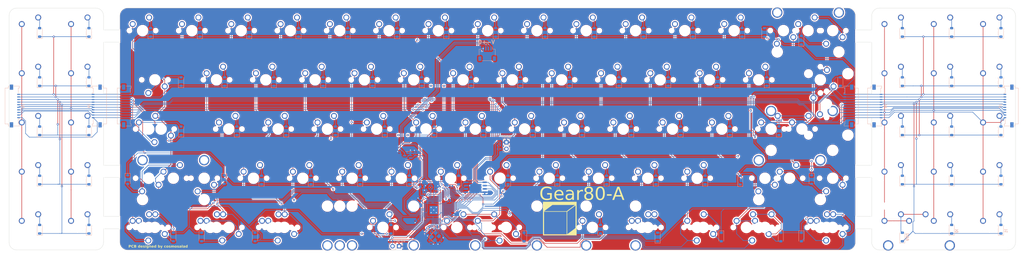
<source format=kicad_pcb>
(kicad_pcb (version 20221018) (generator pcbnew)
  (title_block (title "gear80") (company "cosmosalad"))
  (layers (0 "F.Cu" signal) (31 "B.Cu" signal) (34 "B.Paste" user) (35 "F.Paste" user) (36 "B.SilkS" user "B.Silkscreen") (37 "F.SilkS" user "F.Silkscreen") (38 "B.Mask" user) (39 "F.Mask" user) (44 "Edge.Cuts" user))
  (net 0 "")
  (net 1 "GND")
  (net 2 "Net-(BOOT1-Pad2)")
  (net 3 "+5V")
  (net 4 "+3V3")
  (net 5 "+1V1")
  (net 6 "XIN")
  (net 7 "Net-(C12-Pad2)")
  (net 8 "Net-(D1-A)")
  (net 9 "Net-(D2-A)")
  (net 10 "Net-(D3-A)")
  (net 11 "Net-(D4-A)")
  (net 12 "Net-(D5-A)")
  (net 13 "Net-(D6-A)")
  (net 14 "Net-(D7-A)")
  (net 15 "Net-(D8-A)")
  (net 16 "Net-(D9-A)")
  (net 17 "Net-(D10-A)")
  (net 18 "Net-(D11-A)")
  (net 19 "Net-(D12-A)")
  (net 20 "Net-(D13-A)")
  (net 21 "Net-(D14-A)")
  (net 22 "Net-(D15-A)")
  (net 23 "Net-(D17-A)")
  (net 24 "Net-(D18-A)")
  (net 25 "Net-(D19-A)")
  (net 26 "Net-(D20-A)")
  (net 27 "ROW0")
  (net 28 "Net-(D21-A)")
  (net 29 "ROW1")
  (net 30 "Net-(D22-A)")
  (net 31 "ROW2")
  (net 32 "Net-(D23-A)")
  (net 33 "ROW3")
  (net 34 "Net-(D24-A)")
  (net 35 "ROW4")
  (net 36 "Net-(D25-A)")
  (net 37 "COL0")
  (net 38 "Net-(D26-A)")
  (net 39 "COL1")
  (net 40 "Net-(D27-A)")
  (net 41 "COL2")
  (net 42 "Net-(D28-A)")
  (net 43 "COL3")
  (net 44 "Net-(D29-A)")
  (net 45 "COL4")
  (net 46 "Net-(D30-A)")
  (net 47 "COL5")
  (net 48 "Net-(D33-A)")
  (net 49 "COL6")
  (net 50 "Net-(D34-A)")
  (net 51 "COL7")
  (net 52 "Net-(D35-A)")
  (net 53 "COL8")
  (net 54 "Net-(D36-A)")
  (net 55 "COL9")
  (net 56 "Net-(D37-A)")
  (net 57 "COL10")
  (net 58 "Net-(D38-A)")
  (net 59 "COL12")
  (net 60 "Net-(D39-A)")
  (net 61 "COL13")
  (net 62 "Net-(D40-A)")
  (net 63 "COL14")
  (net 64 "Net-(D41-A)")
  (net 65 "COL11")
  (net 66 "Net-(D42-A)")
  (net 67 "Net-(D43-A)")
  (net 68 "Net-(D44-A)")
  (net 69 "Net-(D45-A)")
  (net 70 "Net-(D48-A)")
  (net 71 "Net-(D49-A)")
  (net 72 "Net-(D50-A)")
  (net 73 "Net-(D51-A)")
  (net 74 "Net-(D52-A)")
  (net 75 "Net-(D53-A)")
  (net 76 "Net-(D54-A)")
  (net 77 "Net-(D55-A)")
  (net 78 "Net-(D56-A)")
  (net 79 "Net-(D57-A)")
  (net 80 "Net-(D58-A)")
  (net 81 "Net-(D59-A)")
  (net 82 "Net-(D60-A)")
  (net 83 "Net-(D61-A)")
  (net 84 "Net-(D63-A)")
  (net 85 "Net-(D64-A)")
  (net 86 "Net-(D65-A)")
  (net 87 "Net-(D66-A)")
  (net 88 "Net-(D67-A)")
  (net 89 "Net-(D68-A)")
  (net 90 "Net-(D69-A)")
  (net 91 "Net-(D70-A)")
  (net 92 "Net-(D71-A)")
  (net 93 "Net-(D72-A)")
  (net 94 "Net-(R4-Pad1)")
  (net 95 "Net-(U4-USB_DP)")
  (net 96 "Net-(D16-A)")
  (net 97 "USB_D+")
  (net 98 "USB_D-")
  (net 99 "Net-(D31-A)")
  (net 100 "RESET")
  (net 101 "SWCLK")
  (net 102 "SWD")
  (net 103 "Net-(U4-USB_DM)")
  (net 104 "Net-(D32-A)")
  (net 105 "XOUT")
  (net 106 "QSPI_SS")
  (net 108 "QSPI_SD3")
  (net 109 "QSPI_SCLK")
  (net 110 "QSPI_SD0")
  (net 111 "QSPI_SD2")
  (net 112 "QSPI_SD1")
  (net 113 "Net-(D46-A)")
  (net 114 "Net-(D47-A)")
  (net 115 "Net-(D62-A)")
  (net 116 "Net-(D73-A)")
  (net 117 "Net-(D74-A)")
  (net 118 "Net-(D75-A)")
  (net 119 "Net-(D76-A)")
  (net 120 "Net-(D77-A)")
  (net 121 "Net-(D78-A)")
  (net 122 "Net-(D79-A)")
  (net 123 "Net-(D80-A)")
  (net 124 "Net-(D81-A)")
  (net 125 "Net-(D82-A)")
  (net 126 "Net-(D83-A)")
  (net 127 "Net-(D84-A)")
  (net 128 "Net-(D85-A)")
  (net 129 "Net-(D86-A)")
  (net 130 "Net-(D87-A)")
  (net 131 "Net-(D88-A)")
  (net 132 "COL15")
  (net 133 "COL16")
  (net 134 "COL17")
  (net 135 "COL19")
  (net 136 "COL18")
  (net 137 "Net-(D89-A)")
  (net 138 "Net-(D90-A)")
  (net 139 "Net-(D91-A)")
  (footprint "" (layer "F.Cu") (at 58.0875 57.0875)
    (fp_text reference "")
    (fp_text value "")
  )
  (footprint "PCM_marbastlib-mx:SW_MX_1u" (layer "F.Cu") (at 333.85125 100.0125 180)
    (fp_text reference "MX72" hide)
    (fp_text value "MX_SW_solder" hide)
  )
  (footprint "PCM_marbastlib-mx:SW_MX_1u" (layer "F.Cu") (at 43.33875 61.9125)
    (fp_text reference "MX92" hide)
    (fp_text value "MX_SW_solder" hide)
  )
  (footprint "" (layer "F.Cu") (at 342.8875 50.0875)
    (fp_text reference "")
    (fp_text value "")
  )
  (footprint "PCM_marbastlib-mx:SW_MX_1u" (layer "F.Cu") (at 286.22625 42.8625)
    (fp_text reference "MX28" hide)
    (fp_text value "MX_SW_solder" hide)
  )
  (footprint "PCM_marbastlib-mx:SW_MX_1u" (layer "F.Cu") (at 395.76375 100.0125)
    (fp_text reference "MX111" hide)
    (fp_text value "MX_SW_solder" hide)
  )
  (footprint "PCM_marbastlib-mx:STAB_MX_P_2u" (layer "F.Cu") (at 367.18875 100.0125 180)
    (fp_text reference "S10" hide)
    (fp_text value "stb")
  )
  (footprint "PCM_marbastlib-mx:SW_MX_1u" (layer "F.Cu") (at 376.71375 80.9625)
    (fp_text reference "MX107" hide)
    (fp_text value "MX_SW_solder" hide)
  )
  (footprint "PCM_marbastlib-mx:SW_MX_1.25u" (layer "F.Cu") (at 117.1575 100.0125)
    (fp_text reference "MX80" hide)
    (fp_text value "MX_SW_solder" hide)
  )
  (footprint "PCM_marbastlib-mx:SW_MX_1u" (layer "F.Cu") (at 133.82625 42.8625)
    (fp_text reference "MX20" hide)
    (fp_text value "MX_SW_solder" hide)
  )
  (footprint "" (layer "F.Cu") (at 52.3875 57.8875)
    (fp_text reference "")
    (fp_text value "")
  )
  (footprint "PCM_marbastlib-mx:SW_MX_1u" (layer "F.Cu") (at 190.97625 42.8625)
    (fp_text reference "MX23" hide)
    (fp_text value "MX_SW_solder" hide)
  )
  (footprint "" (layer "F.Cu") (at 58.0875 56.0875)
    (fp_text reference "")
    (fp_text value "")
  )
  (footprint "PCM_marbastlib-mx:SW_MX_1u" (layer "F.Cu") (at 207.645 100.0125 180)
    (fp_text reference "MX67" hide)
    (fp_text value "MX_SW_solder" hide)
  )
  (footprint "PCM_marbastlib-mx:SW_MX_1u" (layer "F.Cu") (at 67.15125 23.8125)
    (fp_text reference "MX1" hide)
    (fp_text value "MX_SW_solder" hide)
  )
  (footprint "" (layer "F.Cu") (at 52.390873 48.014214)
    (fp_text reference "")
    (fp_text value "")
  )
  (footprint "kbd:Breakaway_Tabs" (layer "F.Cu") (at 348.669531 78.280837 -90)
    (fp_text reference "REF**")
    (fp_text value "Breakaway_Tabs" hide)
  )
  (footprint "PCM_marbastlib-mx:SW_MX_1.25u" (layer "F.Cu") (at 69.5325 100.0125)
    (fp_text reference "MX82" hide)
    (fp_text value "MX_SW_solder" hide)
  )
  (footprint "" (layer "F.Cu") (at 348.3875 48.9875)
    (fp_text reference "")
    (fp_text value "")
  )
  (footprint "" (layer "F.Cu") (at 52.3875 57.0875)
    (fp_text reference "")
    (fp_text value "")
  )
  (footprint "PCM_marbastlib-mx:SW_MX_1u" (layer "F.Cu") (at 124.30125 23.8125)
    (fp_text reference "MX4" hide)
    (fp_text value "MX_SW_solder" hide)
  )
  (footprint "PCM_marbastlib-mx:SW_MX_1u" (layer "F.Cu") (at 219.55125 23.8125)
    (fp_text reference "MX9" hide)
    (fp_text value "MX_SW_solder" hide)
  )
  (footprint "PCM_marbastlib-mx:SW_MX_1u" (layer "F.Cu") (at 395.76375 23.8125)
    (fp_text reference "MX99" hide)
    (fp_text value "MX_SW_solder" hide)
  )
  (footprint "PCM_marbastlib-mx:SW_MX_1u" (layer "F.Cu") (at 100.48875 100.0125 180)
    (fp_text reference "MX64" hide)
    (fp_text value "MX_SW_solder" hide)
  )
  (footprint "PCM_marbastlib-mx:SW_MX_1u" (layer "F.Cu") (at 367.18875 100.0125)
    (fp_text reference "MX112" hide)
    (fp_text value "MX_SW_solder" hide)
  )
  (footprint "PCM_marbastlib-mx:SW_MX_1u" (layer "F.Cu") (at 186.21375 80.9625)
    (fp_text reference "MX54" hide)
    (fp_text value "MX_SW_solder" hide)
  )
  (footprint "PCM_marbastlib-mx:SW_MX_1u" (layer "F.Cu") (at 317.1825 80.9625)
    (fp_text reference "MX62" hide)
    (fp_text value "MX_SW_solder" hide)
  )
  (footprint "PCM_marbastlib-mx:SW_MX_1u" (layer "F.Cu") (at 162.40125 23.8125)
    (fp_text reference "MX6" hide)
    (fp_text value "MX_SW_solder" hide)
  )
  (footprint "PCM_marbastlib-mx:STAB_MX_P_2.25u" (layer "F.Cu") (at 321.945 61.9125)
    (fp_text reference "S5" hide)
    (fp_text value "stb")
  )
  (footprint "PCM_marbastlib-mx:SW_MX_1.5u" (layer "F.Cu") (at 71.91375 42.8625 180)
    (fp_text reference "MX17" hide)
    (fp_text value "MX_SW_solder" hide)
  )
  (footprint "" (layer "F.Cu") (at 58.090873 48.014214)
    (fp_text reference "")
    (fp_text value "")
  )
  (footprint "PCM_marbastlib-mx:SW_MX_1u" (layer "F.Cu") (at 200.50125 23.8125)
    (fp_text reference "MX8" hide)
    (fp_text value "MX_SW_solder" hide)
  )
  (footprint "PCM_marbastlib-mx:SW_MX_1u" (layer "F.Cu") (at 224.31375 80.9625)
    (fp_text reference "MX56" hide)
    (fp_text value "MX_SW_solder" hide)
  )
  (footprint "PCM_marbastlib-mx:SW_MX_1u" (layer "F.Cu") (at 43.33875 42.8625)
    (fp_text reference "MX90" hide)
    (fp_text value "MX_SW_solder" hide)
  )
  (footprint "PCM_marbastlib-mx:SW_MX_1u" (layer "F.Cu") (at 376.71375 61.9125)
    (fp_text reference "MX104" hide)
    (fp_text value "MX_SW_solder" hide)
  )
  (footprint "PCM_marbastlib-mx:SW_MX_1.25u" (layer "F.Cu") (at 283.845 100.0125 180)
    (fp_text reference "MX77" hide)
    (fp_text value "MX_SW_solder" hide)
  )
  (footprint "" (layer "F.Cu") (at 52.3875 51.0875)
    (fp_text reference "")
    (fp_text value "")
  )
  (footprint "PCM_marbastlib-mx:SW_MX_1u" (layer "F.Cu") (at 267.17625 42.8625)
    (fp_text reference "MX27" hide)
    (fp_text value "MX_SW_solder" hide)
  )
  (footprint "" (layer "F.Cu") (at 342.8875 54.0875)
    (fp_text reference "")
    (fp_text value "")
  )
  (footprint "PCM_marbastlib-mx:SW_MX_1u" (layer "F.Cu") (at 376.71375 42.8625)
    (fp_text reference "MX101" hide)
    (fp_text value "MX_SW_solder" hide)
  )
  (footprint "" (layer "F.Cu") (at 58.0875 48.9875)
    (fp_text reference "")
    (fp_text value "")
  )
  (footprint "PCM_marbastlib-mx:SW_MX_1u" (layer "F.Cu") (at 376.71375 100.0125)
    (fp_text reference "MX110" hide)
    (fp_text value "MX_SW_solder" hide)
  )
  (footprint "PCM_marbastlib-mx:SW_MX_1u" (layer "F.Cu") (at 214.78875 61.9125)
    (fp_text reference "MX40" hide)
    (fp_text value "MX_SW_solder" hide)
  )
  (footprint "" (layer "F.Cu") (at 342.890873 48.014214)
    (fp_text reference "")
    (fp_text value "")
  )
  (footprint "PCM_marbastlib-mx:SW_MX_1u" (layer "F.Cu") (at 95.72625 42.8625)
    (fp_text reference "MX18" hide)
    (fp_text value "MX_SW_solder" hide)
  )
  (footprint "PCM_marbastlib-mx:SW_MX_1u" (layer "F.Cu") (at 321.945 61.9125)
    (fp_text reference "MX45" hide)
    (fp_text value "MX_SW_solder" hide)
  )
  (footprint "test:qwerqwer" (layer "F.Cu") (at 228.39375 96.575)
    (fp_text reference "G***" hide)
    (fp_text value "LOGO" hide)
  )
  (footprint "PCM_marbastlib-mx:SW_MX_1u" (layer "F.Cu") (at 252.88875 61.9125)
    (fp_text reference "MX42" hide)
    (fp_text value "MX_SW_solder" hide)
  )
  (footprint "" (layer "F.Cu") (at 52.3875 50.0875)
    (fp_text reference "")
    (fp_text value "")
  )
  (footprint "PCM_marbastlib-mx:STAB_MX_P_2u" (layer "F.Cu") (at 324.32625 23.8125)
    (fp_text reference "S7" hide)
    (fp_text value "stb" hide)
  )
  (footprint "PCM_marbastlib-mx:SW_MX_1u" (layer "F.Cu") (at 43.33875 23.8125)
    (fp_text reference "MX88" hide)
    (fp_text value "MX_SW_solder" hide)
  )
  (footprint "" (layer "F.Cu") (at 348.3875 51.9875)
    (fp_text reference "")
    (fp_text value "")
  )
  (footprint "PCM_marbastlib-mx:SW_MX_1u" (layer "F.Cu") (at 271.93875 61.9125)
    (fp_text reference "MX43" hide)
    (fp_text value "MX_SW_solder" hide)
  )
  (footprint "PCM_marbastlib-mx:SW_MX_1u" (layer "F.Cu") (at 357.66375 61.9125)
    (fp_text reference "MX103" hide)
    (fp_text value "MX_SW_solder" hide)
  )
  (footprint "PCM_marbastlib-mx:SW_MX_1u" (layer "F.Cu") (at 238.60125 23.8125)
    (fp_text reference "MX10" hide)
    (fp_text value "MX_SW_solder" hide)
  )
  (footprint "PCM_marbastlib-mx:SW_MX_1u" (layer "F.Cu") (at 262.41375 100.0125)
    (fp_text reference "MX69" hide)
    (fp_text value "MX_SW_solder" hide)
  )
  (footprint "PCM_marbastlib-mx:SW_MX_1u" (layer "F.Cu") (at 257.65125 23.8125)
    (fp_text reference "MX11" hide)
    (fp_text value "MX_SW_solder" hide)
  )
  (footprint "PCM_marbastlib-mx:SW_MX_1u" (layer "F.Cu") (at 229.07625 42.8625)
    (fp_text reference "MX25" hide)
    (fp_text value "MX_SW_solder" hide)
  )
  (footprint "PCM_marbastlib-mx:SW_MX_1u" (layer "F.Cu") (at 138.58875 61.9125)
    (fp_text reference "MX36" hide)
    (fp_text value "MX_SW_solder" hide)
  )
  (footprint "PCM_marbastlib-mx:SW_MX_1u" (layer "F.Cu") (at 305.27625 42.8625)
    (fp_text reference "MX29" hide)
    (fp_text value "MX_SW_solder" hide)
  )
  (footprint "PCM_marbastlib-mx:SW_MX_1u" (layer "F.Cu") (at 262.41375 80.9625)
    (fp_text reference "MX58" hide)
    (fp_text value "MX_SW_solder" hide)
  )
  (footprint "kbd:Breakaway_Tabs" (layer "F.Cu") (at 58.17061 78.213742 -90)
    (fp_text reference "REF**")
    (fp_text value "Breakaway_Tabs" hide)
  )
  (footprint "" (layer "F.Cu") (at 348.3875 52.9875)
    (fp_text reference "")
    (fp_text value "")
  )
  (footprint "PCM_marbastlib-mx:SW_MX_1.25u" (layer "F.Cu") (at 307.6575 100.0125)
    (fp_text reference "MX86" hide)
    (fp_text value "MX_SW_solder" hide)
  )
  (footprint "PCM_marbastlib-mx:STAB_MX_P_2.25u" (layer "F.Cu") (at 79.0575 80.9625)
    (fp_text reference "S1" hide)
    (fp_text value "stb")
  )
  (footprint "PCM_marbastlib-mx:SW_MX_1.25u" (layer "F.Cu") (at 260.0325 100.0125)
    (fp_text reference "MX84" hide)
    (fp_text value "MX_SW_solder" hide)
  )
  (footprint "" (layer "F.Cu") (at 52.3875 51.9875)
    (fp_text reference "")
    (fp_text value "")
  )
  (footprint "PCM_marbastlib-mx:SW_MX_1u" (layer "F.Cu") (at 129.06375 80.9625)
    (fp_text reference "MX51" hide)
    (fp_text value "MX_SW_solder" hide)
  )
  (footprint "PCM_marbastlib-mx:STAB_MX_P_2.75u" (layer "F.Cu") (at 317.1825 80.9625)
    (fp_text reference "S6" hide)
    (fp_text value "stb")
  )
  (footprint "PCM_marbastlib-mx:SW_MX_1u" (layer "F.Cu") (at 357.66375 42.8625)
    (fp_text reference "MX100" hide)
    (fp_text value "MX_SW_solder" hide)
  )
  (footprint "PCM_marbastlib-mx:SW_MX_1u" (layer "F.Cu") (at 200.50125 100.0125)
    (fp_text reference "MX76" hide)
    (fp_text value "MX_SW_solder" hide)
  )
  (footprint "" (layer "F.Cu") (at 58.0875 51.9875)
    (fp_text reference "")
    (fp_text value "")
  )
  (footprint "kbd:Breakaway_Tabs" (layer "F.Cu") (at 52.321481 78.267756 -90)
    (fp_text reference "REF**")
    (fp_text value "Breakaway_Tabs" hide)
  )
  (footprint "PCM_marbastlib-mx:SW_MX_1.5u" (layer "F.Cu") (at 329.08875 100.0125)
    (fp_text reference "MX79" hide)
    (fp_text value "MX_SW_solder" hide)
  )
  (footprint "PCM_marbastlib-mx:SW_MX_1u" (layer "F.Cu") (at 281.46375 100.0125)
    (fp_text reference "MX70" hide)
    (fp_text value "MX_SW_solder" hide)
  )
  (footprint "PCM_marbastlib-mx:SW_MX_1u" (layer "F.Cu") (at 167.16375 80.9625)
    (fp_text reference "MX53" hide)
    (fp_text value "MX_SW_solder" hide)
  )
  (footprint "" (layer "F.Cu") (at 348.3875 51.0875)
    (fp_text reference "")
    (fp_text value "")
  )
  (footprint "PCM_marbastlib-mx:SW_MX_1u" (layer "F.Cu") (at 333.85125 23.8125 180)
    (fp_text reference "MX15" hide)
    (fp_text value "MX_SW_solder" hide)
  )
  (footprint "PCM_marbastlib-mx:SW_MX_1u" (layer "F.Cu") (at 114.77625 42.8625)
    (fp_text reference "MX19" hide)
    (fp_text value "MX_SW_solder" hide)
  )
  (footprint "PCM_marbastlib-mx:SW_MX_1u" (layer "F.Cu") (at 24.28875 80.9625)
    (fp_text reference "MX93" hide)
    (fp_text value "MX_SW_solder" hide)
  )
  (footprint "PCM_marbastlib-mx:SW_MX_1u" (layer "F.Cu") (at 24.28875 61.9125)
    (fp_text reference "MX91" hide)
    (fp_text value "MX_SW_solder" hide)
  )
  (footprint "PCM_marbastlib-mx:STAB_MX_P_2.75u" (layer "F.Cu") (at 160.02 100.0125 180)
    (fp_text reference "S2" hide)
    (fp_text value "stb")
  )
  (footprint "PCM_marbastlib-mx:SW_MX_1u" (layer "F.Cu") (at 395.76375 42.8625)
    (fp_text reference "MX102" hide)
    (fp_text value "MX_SW_solder" hide)
  )
  (footprint "" (layer "F.Cu") (at 58.0875 57.8875)
    (fp_text reference "")
    (fp_text value "")
  )
  (footprint "PCM_marbastlib-mx:SW_MX_1u" (layer "F.Cu") (at 86.20125 23.8125)
    (fp_text reference "MX2" hide)
    (fp_text value "MX_SW_solder" hide)
  )
  (footprint "kbd:Breakaway_Tabs" (layer "F.Cu") (at 342.845683 98.085281 -90)
    (fp_text reference "REF**")
    (fp_text value "Breakaway_Tabs" hide)
  )
  (footprint "" (layer "F.Cu") (at 58.0875 52.9875)
    (fp_text reference "")
    (fp_text value "")
  )
  (footprint "PCM_marbastlib-mx:STAB_MX_P_2.25u" (layer "F.Cu") (at 207.645 100.0125 180)
    (fp_text reference "S3" hide)
    (fp_text value "stb")
  )
  (footprint "kbd:Breakaway_Tabs" (layer "F.Cu") (at 342.837168 78.233031 -90)
    (fp_text reference "REF**")
    (fp_text value "Breakaway_Tabs" hide)
  )
  (footprint "PCM_marbastlib-mx:STAB_MX_P_6.25u" (layer "F.Cu") (at 188.595 100.0125 180)
    (fp_text reference "S8" hide)
    (fp_text value "stb")
  )
  (footprint "kbd:Breakaway_Tabs" (layer "F.Cu") (at 342.833643 25.889778 -90)
    (fp_text reference "REF**")
    (fp_text value "Breakaway_Tabs" hide)
  )
  (footprint "PCM_marbastlib-mx:SW_MX_1u" (layer "F.Cu") (at 43.33875 100.0125)
    (fp_text reference "MX96" hide)
    (fp_text value "MX_SW_solder" hide)
  )
  (footprint "PCM_marbastlib-mx:SW_MX_1u" (layer "F.Cu") (at 300.51375 100.0125)
    (fp_text reference "MX71" hide)
    (fp_text value "MX_SW_solder" hide)
  )
  (footprint "" (layer "F.Cu") (at 342.8875 55.0875)
    (fp_text reference "")
    (fp_text value "")
  )
  (footprint "PCM_marbastlib-mx:SW_MX_1.25u" (layer "F.Cu") (at 93.345 100.0125)
    (fp_text reference "MX81" hide)
    (fp_text value "MX_SW_solder" hide)
  )
  (footprint "PCM_marbastlib-mx:SW_MX_1u" (layer "F.Cu") (at 233.83875 61.9125)
    (fp_text reference "MX41" hide)
    (fp_text value "MX_SW_solder" hide)
  )
  (footprint "PCM_marbastlib-mx:SW_MX_1.5u" (layer "F.Cu") (at 329.08875 42.8625 -90)
    (fp_text reference "MX30" hide)
    (fp_text value "MX_SW_solder" hide)
  )
  (footprint "PCM_marbastlib-mx:SW_MX_1u" (layer "F.Cu") (at 357.66375 80.9625)
    (fp_text reference "MX106" hide)
    (fp_text value "MX_SW_solder" hide)
  )
  (footprint "PCM_marbastlib-mx:SW_MX_1u" (layer "F.Cu") (at 188.595 100.0125)
    (fp_text reference "MX83" hide)
    (fp_text value "MX_SW_solder" hide)
  )
  (footprint "" (layer "F.Cu") (at 52.3875 56.0875)
    (fp_text reference "")
    (fp_text value "")
  )
  (footprint "PCM_marbastlib-mx:SW_MX_1u" (layer "F.Cu") (at 119.53875 61.9125)
    (fp_text reference "MX35" hide)
    (fp_text value "MX_SW_solder" hide)
  )
  (footprint "PCM_marbastlib-mx:SW_MX_1u" (layer "F.Cu") (at 395.76375 61.9125)
    (fp_text reference "MX105" hide)
    (fp_text value "MX_SW_solder" hide)
  )
  (footprint "PCM_marbastlib-mx:SW_MX_1u" (layer "F.Cu") (at 176.68875 61.9125)
    (fp_text reference "MX38" hide)
    (fp_text value "MX_SW_solder" hide)
  )
  (footprint "" (layer "F.Cu") (at 342.8875 56.0875)
    (fp_text reference "")
    (fp_text value "")
  )
  (footprint "PCM_marbastlib-mx:SW_MX_1.75u" (layer "F.Cu") (at 307.6575 80.9625 180)
    (fp_text reference "MX60" hide)
    (fp_text value "MX_SW_solder" hide)
  )
  (footprint "PCM_marbastlib-mx:SW_MX_1u" (layer "F.Cu") (at 243.36375 80.9625)
    (fp_text reference "MX57" hide)
    (fp_text value "MX_SW_solder" hide)
  )
  (footprint "PCM_marbastlib-mx:SW_MX_1u" (layer "F.Cu") (at 290.98875 61.9125)
    (fp_text reference "MX44" hide)
    (fp_text value "MX_SW_solder" hide)
  )
  (footprint "kbd:Breakaway_Tabs" (layer "F.Cu") (at 58.21375 98.1625 -90)
    (fp_text reference "REF**")
    (fp_text value "Breakaway_Tabs" hide)
  )
  (footprint "" (layer "F.Cu") (at 52.3875 48.9875)
    (fp_text reference "")
    (fp_text value "")
  )
  (footprint "" (layer "F.Cu") (at 348.390873 48.014214)
    (fp_text reference "")
    (fp_text value "")
  )
  (footprint "PCM_marbastlib-mx:SW_MX_1.75u" (layer "F.Cu") (at 74.295 61.9125 180)
    (fp_text reference "MX33" hide)
    (fp_text value "MX_SW_solder" hide)
  )
  (footprint "PCM_marbastlib-mx:SW_MX_1u" (layer "F.Cu") (at 357.66375 23.8125)
    (fp_text reference "MX97" hide)
    (fp_text value "MX_SW_solder" hide)
  )
  (footprint "kbd:Breakaway_Tabs" (layer "F.Cu") (at 348.683376 98.085281 -90)
    (fp_text reference "REF**")
    (fp_text value "Breakaway_Tabs" hide)
  )
  (footprint "" (layer "F.Cu") (at 342.8875 57.8875)
    (fp_text reference "")
    (fp_text value "")
  )
  (footprint "PCM_marbastlib-mx:SW_MX_1u" (layer "F.Cu") (at 324.32625 23.8125)
    (fp_text reference "MX16" hide)
    (fp_text value "MX_SW_solder" hide)
  )
  (footprint "PCM_marbastlib-mx:STAB_MX_ISO" (layer "F.Cu") (at 331.47005 52.3875)
    (fp_text reference "S9" hide)
    (fp_text value "stb")
  )
  (footprint "" (layer "F.Cu") (at 348.3875 57.8875)
    (fp_text reference "")
    (fp_text value "")
  )
  (footprint "PCM_marbastlib-mx:SW_MX_1u" (layer "F.Cu") (at 105.25125 23.8125)
    (fp_text reference "MX3" hide)
    (fp_text value "MX_SW_solder" hide)
  )
  (footprint "" (layer "F.Cu") (at 348.3875 55.0875)
    (fp_text reference "")
    (fp_text value "")
  )
  (footprint "PCM_marbastlib-mx:SW_MX_1u" (layer "F.Cu") (at 43.33875 80.9625)
    (fp_text reference "MX94" hide)
    (fp_text value "MX_SW_solder" hide)
  )
  (footprint "PCM_marbastlib-mx:SW_MX_1u" (layer "F.Cu") (at 195.73875 61.9125)
    (fp_text reference "MX39" hide)
    (fp_text value "MX_SW_solder" hide)
  )
  (footprint "PCM_marbastlib-mx:SW_MX_1u" (layer "F.Cu") (at 79.0575 80.9625)
    (fp_text reference "MX47" hide)
    (fp_text value "MX_SW_solder" hide)
  )
  (footprint "PCM_marbastlib-mx:SW_MX_1.5u" (layer "F.Cu") (at 119.53875 100.0125)
    (fp_text reference "MX75" hide)
    (fp_text value "MX_SW_solder" hide)
  )
  (footprint "PCM_marbastlib-mx:SW_MX_1u" (layer "F.Cu") (at 205.26375 80.9625)
    (fp_text reference "MX55" hide)
    (fp_text value "MX_SW_solder" hide)
  )
  (footprint "PCM_marbastlib-mx:SW_MX_1u" (layer "F.Cu") (at 295.75125 23.8125)
    (fp_text reference "MX13" hide)
    (fp_text value "MX_SW_solder" hide)
  )
  (footprint "" (layer "F.Cu") (at 58.0875 54.0875)
    (fp_text reference "")
    (fp_text value "")
  )
  (footprint "PCM_marbastlib-mx:SW_MX_1u" (layer "F.Cu") (at 310.03875 61.9125)
    (fp_text reference "MX46" hide)
    (fp_text value "MX_SW_solder" hide)
  )
  (footprint "" (layer "F.Cu") (at 348.3875 57.0875)
    (fp_text reference "")
    (fp_text value "")
  )
  (footprint "" (layer "F.Cu") (at 52.3875 55.0875)
    (fp_text reference "")
    (fp_text value "")
  )
  (footprint "" (layer "F.Cu") (at 348.3875 50.0875)
    (fp_text reference "")
    (fp_text value "")
  )
  (footprint "PCM_marbastlib-mx:SW_MX_1.25u" (layer "F.Cu") (at 240.9825 100.0125)
    (fp_text reference "MX68" hide)
    (fp_text value "MX_SW_solder" hide)
  )
  (footprint "PCM_marbastlib-mx:SW_MX_1u" (layer "F.Cu") (at 152.87625 42.8625)
    (fp_text reference "MX21" hide)
    (fp_text value "MX_SW_solder" hide)
  )
  (footprint "PCM_marbastlib-mx:SW_MX_1.75u_STP_1.25" (layer "F.Cu") (at 69.5325 61.9125)
    (fp_text reference "MX32" hide)
    (fp_text value "MX_SW_solder" hide)
  )
  (footprint "PCM_marbastlib-mx:SW_MX_1u" (layer "F.Cu") (at 305.27625 100.0125 180)
    (fp_text reference "MX78" hide)
    (fp_text value "MX_SW_solder" hide)
  )
  (footprint "PCM_marbastlib-mx:SW_MX_1.5u" (layer "F.Cu") (at 71.91375 100.0125 180)
    (fp_text reference "MX73" hide)
    (fp_text value "MX_SW_solder" hide)
  )
  (footprint "PCM_marbastlib-mx:SW_MX_1u" (layer "F.Cu") (at 395.76375 80.9625)
    (fp_text reference "MX108" hide)
    (fp_text value "MX_SW_solder" hide)
  )
  (footprint "PCM_marbastlib-mx:STAB_MX_P_7u" (layer "F.Cu") (at 200.50125 100.0125 180)
    (fp_text reference "S4" hide)
    (fp_text value "stb")
  )
  (footprint "PCM_marbastlib-mx:SW_MX_1u" (layer "F.Cu") (at 357.66375 100.0125)
    (fp_text reference "MX109" hide)
    (fp_text value "MX_SW_solder" hide)
  )
  (footprint "PCM_marbastlib-mx:SW_MX_1.25u" (layer "F.Cu") (at 69.5325 80.9625 180)
    (fp_text reference "MX48" hide)
    (fp_text value "MX_SW_solder" hide)
  )
  (footprint "" (layer "F.Cu") (at 348.3875 56.0875)
    (fp_text reference "")
    (fp_text value "")
  )
  (footprint "" (layer "F.Cu") (at 58.0875 50.0875)
    (fp_text reference "")
    (fp_text value "")
  )
  (footprint "" (layer "F.Cu") (at 58.0875 51.0875)
    (fp_text reference "")
    (fp_text value "")
  )
  (footprint "kbd:Breakaway_Tabs" (layer "F.Cu") (at 52.315117 25.93125 -90)
    (fp_text reference "REF**")
    (fp_text value "Breakaway_Tabs" hide)
  )
  (footprint "PCM_marbastlib-mx:SW_MX_1u" (layer "F.Cu") (at 181.45125 23.8125)
    (fp_text reference "MX7" hide)
    (fp_text value "MX_SW_solder" hide)
  )
  (footprint "" (layer "F.Cu") (at 348.3875 54.0875)
    (fp_text reference "")
    (fp_text value "")
  )
  (footprint "PCM_marbastlib-mx:SW_MX_1u" (layer "F.Cu") (at 314.80125 23.8125 180)
    (fp_text reference "MX14" hide)
    (fp_text value "MX_SW_solder" hide)
  )
  (footprint "" (layer "F.Cu") (at 58.0875 55.0875)
    (fp_text reference "")
    (fp_text value "")
  )
  (footprint "PCM_marbastlib-mx:SW_MX_1u" (layer "F.Cu") (at 160.02 100.0125)
    (fp_text reference "MX66" hide)
    (fp_text value "MX_SW_solder" hide)
  )
  (footprint "" (layer "F.Cu") (at 342.8875 51.0875)
    (fp_text reference "")
    (fp_text value "")
  )
  (footprint "PCM_marbastlib-mx:SW_MX_1u" (layer "F.Cu") (at 143.35125 23.8125)
    (fp_text reference "MX5" hide)
    (fp_text value "MX_SW_solder" hide)
  )
  (footprint "PCM_marbastlib-mx:SW_MX_1u" (layer "F.Cu") (at 110.01375 80.9625)
    (fp_text reference "MX50" hide)
    (fp_text value "MX_SW_solder" hide)
  )
  (footprint "PCM_marbastlib-mx:SW_MX_1.25u" (layer "F.Cu") (at 331.47 100.0125)
    (fp_text reference "MX85" hide)
    (fp_text value "MX_SW_solder" hide)
  )
  (footprint "PCM_marbastlib-mx:SW_MX_1u" (layer "F.Cu") (at 333.85125 80.9625 180)
    (fp_text reference "MX61" hide)
    (fp_text value "MX_SW_solder" hide)
  )
  (footprint "PCM_marbastlib-mx:SW_MX_1u" (layer "F.Cu") (at 95.72625 100.0125)
    (fp_text reference "MX74" hide)
    (fp_text value "MX_SW_solder" hide)
  )
  (footprint "" (layer "F.Cu") (at 342.8875 48.9875)
    (fp_text reference "")
    (fp_text value "")
  )
  (footprint "PCM_marbastlib-mx:SW_MX_1u" (layer "F.Cu") (at 248.12625 42.8625)
    (fp_text reference "MX26" hide)
    (fp_text value "MX_SW_solder" hide)
  )
  (footprint "PCM_marbastlib-mx:SW_MX_1u" (layer "F.Cu") (at 100.48875 61.9125)
    (fp_text reference "MX34" hide)
    (fp_text value "MX_SW_solder" hide)
  )
  (footprint "PCM_marbastlib-mx:SW_MX_1u" (layer "F.Cu") (at 281.46375 80.9625)
    (fp_text reference "MX59" hide)
    (fp_text value "MX_SW_solder" hide)
  )
  (footprint "" (layer "F.Cu") (at 342.8875 51.9875)
    (fp_text reference "")
    (fp_text value "")
  )
  (footprint "kbd:Breakaway_Tabs" (layer "F.Cu") (at 52.30549 98.181641 -90)
    (fp_text reference "REF**")
    (fp_text value "Breakaway_Tabs" hide)
  )
  (footprint "" (layer "F.Cu") (at 52.3875 54.0875)
    (fp_text reference "")
    (fp_text value "")
  )
  (footprint "kbd:Breakaway_Tabs" (layer "F.Cu") (at 348.72625 25.93125 -90)
    (fp_text reference "REF**")
    (fp_text value "Breakaway_Tabs" hide)
  )
  (footprint "PCM_marbastlib-mx:SW_MX_1u" (layer "F.Cu") (at 90.96375 80.9625 180)
    (fp_text reference "MX49" hide)
    (fp_text value "MX_SW_solder" hide)
  )
  (footprint "PCM_marbastlib-mx:SW_MX_1u" (layer "F.Cu") (at 376.71375 23.8125)
    (fp_text reference "MX98" hide)
    (fp_text value "MX_SW_solder" hide)
  )
  (footprint "" (layer "F.Cu") (at 342.8875 57.0875)
    (fp_text reference "")
    (fp_text value "")
  )
  (footprint "PCM_marbastlib-mx:SW_MX_1u" (layer "F.Cu") (at 157.63875 61.9125)
    (fp_text reference "MX37" hide)
    (fp_text value "MX_SW_solder" hide)
  )
  (footprint "kbd:Breakaway_Tabs" (layer "F.Cu") (at 58.21375 25.93125 -90)
    (fp_text reference "REF**")
    (fp_text value "Breakaway_Tabs" hide)
  )
  (footprint "PCM_marbastlib-mx:SW_MX_1.25u" (layer "F.Cu") (at 121.92 100.0125 180)
    (fp_text reference "MX65" hide)
    (fp_text value "MX_SW_solder" hide)
  )
  (footprint "PCM_marbastlib-mx:SW_MX_1u" (layer "F.Cu") (at 148.11375 80.9625)
    (fp_text reference "MX52" hide)
    (fp_text value "MX_SW_solder" hide)
  )
  (footprint "PCM_marbastlib-mx:SW_MX_1u" (layer "F.Cu") (at 24.28875 42.8625)
    (fp_text reference "MX89" hide)
    (fp_text value "MX_SW_solder" hide)
  )
  (footprint "PCM_marbastlib-mx:SW_MX_1u" (layer "F.Cu") (at 210.02625 42.8625)
    (fp_text reference "MX24" hide)
    (fp_text value "MX_SW_solder" hide)
  )
  (footprint "PCM_marbastlib-mx:SW_MX_1u" (layer "F.Cu") (at 331.47005 52.3875 90)
    (fp_text reference "MX31" hide)
    (fp_text value "MX_SW_solder" hide)
  )
  (footprint "PCM_marbastlib-mx:SW_MX_1u" (layer "F.Cu") (at 276.70125 23.8125)
    (fp_text reference "MX12" hide)
    (fp_text value "MX_SW_solder" hide)
  )
  (footprint "" (layer "F.Cu") (at 342.8875 52.9875)
    (fp_text reference "")
    (fp_text value "")
  )
  (footprint "PCM_marbastlib-mx:SW_MX_1u" (layer "F.Cu") (at 171.92625 42.8625)
    (fp_text reference "MX22" hide)
    (fp_text value "MX_SW_solder" hide)
  )
  (footprint "PCM_marbastlib-mx:SW_MX_1u" (layer "F.Cu") (at 67.15125 100.0125)
    (fp_text reference "MX63" hide)
    (fp_text value "MX_SW_solder" hide)
  )
  (footprint "PCM_marbastlib-mx:SW_MX_1u" (layer "F.Cu") (at 24.28875 23.8125)
    (fp_text reference "MX87" hide)
    (fp_text value "MX_SW_solder" hide)
  )
  (footprint "PCM_marbastlib-mx:SW_MX_1u" (layer "F.Cu") (at 24.28875 100.0125)
    (fp_text reference "MX95" hide)
    (fp_text value "MX_SW_solder" hide)
  )
  (footprint "" (layer "F.Cu") (at 52.3875 52.9875)
    (fp_text reference "")
    (fp_text value "")
  )
  (footprint "Diode_SMD:D_SOD-123" (layer "B.Cu") (at 98.695 81.49375 -90)
    (fp_text reference "D49" hide)
    (fp_text value "D_Small" hide)
  )
  (footprint "Resistor_SMD:R_0402_1005Metric" (layer "B.Cu") (at 177.911336 84.521121 -90)
    (fp_text reference "R8" hide)
    (fp_text value "27" hide)
  )
  (footprint "Diode_SMD:D_SOD-123" (layer "B.Cu") (at 46.433094 24.505674 90)
    (fp_text reference "D31" hide)
    (fp_text value "D_Small")
  )
  (footprint "Diode_SMD:D_SOD-123" (layer "B.Cu") (at 379.808094 24.505674 90)
    (fp_text reference "D78" hide)
    (fp_text value "D_Small" hide)
  )
  (footprint "Resistor_SMD:R_0402_1005Metric" (layer "B.Cu") (at 204.82625 67.0475 180)
    (fp_text reference "R4" hide)
    (fp_text value "5.1k" hide)
  )
  (footprint "Resistor_SMD:R_0402_1005Metric" (layer "B.Cu") (at 163.232914 105.256138 180)
    (fp_text reference "R3" hide)
    (fp_text value "5.1k" hide)
  )
  (footprint "Diode_SMD:D_SOD-123" (layer "B.Cu") (at 136.929051 43.555674 90)
    (fp_text reference "D20" hide)
    (fp_text value "D_Small" hide)
  )
  (footprint "Diode_SMD:D_SOD-123" (layer "B.Cu") (at 214.5825 103.71875 -90)
    (fp_text reference "D67" hide)
    (fp_text value "D_Small" hide)
  )
  (footprint "Diode_SMD:D_SOD-123" (layer "B.Cu") (at 27.383094 43.555674 90)
    (fp_text reference "D32" hide)
    (fp_text value "D_Small")
  )
  (footprint "Capacitor_SMD:C_0402_1005Metric" (layer "B.Cu") (at 179.964308 85.856101 90)
    (fp_text reference "C14" hide)
    (fp_text value "100n" hide)
  )
  (footprint "Diode_SMD:D_SOD-123" (layer "B.Cu") (at 398.858094 43.555674 90)
    (fp_text reference "D82" hide)
    (fp_text value "D_Small" hide)
  )
  (footprint "Connector_PinSocket_2.54mm:PinSocket_1x02_P2.54mm_Vertical" (layer "B.Cu") (at 207.75625 67.0475 180)
    (fp_text reference "BOOT1" hide)
    (fp_text value "SW_Push" hide)
  )
  (footprint "Capacitor_SMD:C_0402_1005Metric" (layer "B.Cu") (at 178.268381 105.402991 135)
    (fp_text reference "C12" hide)
    (fp_text value "22p" hide)
  )
  (footprint "Diode_SMD:D_SOD-123" (layer "B.Cu") (at 117.879051 43.555674 90)
    (fp_text reference "D19" hide)
    (fp_text value "D_Small" hide)
  )
  (footprint "Diode_SMD:D_SOD-123" (layer "B.Cu") (at 325.7075 81.49375 -90)
    (fp_text reference "D61" hide)
    (fp_text value "D_Small" hide)
  )
  (footprint "Diode_SMD:D_SOD-123" (layer "B.Cu") (at 110.60125 103.71875 -90)
    (fp_text reference "D65" hide)
    (fp_text value "D_Small" hide)
  )
  (footprint "Connector_FFC-FPC:Molex_200528-0100_1x10-1MP_P1.00mm_Horizontal" (layer "B.Cu") (at 48.93875 53 -90)
    (fp_text reference "J4")
    (fp_text value "Conn_01x10_Pin")
  )
  (footprint "Capacitor_SMD:C_0402_1005Metric" (layer "B.Cu") (at 175.598854 87.11169 90)
    (fp_text reference "C16" hide)
    (fp_text value "100n" hide)
  )
  (footprint "Capacitor_SMD:C_0402_1005Metric" (layer "B.Cu") (at 185.750612 89.889259)
    (fp_text reference "C8" hide)
    (fp_text value "100n" hide)
  )
  (footprint "Diode_SMD:D_SOD-123" (layer "B.Cu") (at 163.122801 100.705674 90)
    (fp_text reference "D66" hide)
    (fp_text value "D_Small" hide)
  )
  (footprint "Diode_SMD:D_SOD-123" (layer "B.Cu") (at 70.254051 24.505674 90)
    (fp_text reference "D1" hide)
    (fp_text value "D_Small" hide)
  )
  (footprint "Connector_JST:JST_SH_SM04B-SRSS-TB_1x04-1MP_P1.00mm_Horizontal" (layer "B.Cu") (at 200.295 32.7875 180)
    (fp_text reference "J1")
    (fp_text value "Conn_01x04")
  )
  (footprint "Diode_SMD:D_SOD-123" (layer "B.Cu") (at 208.366551 81.655674 90)
    (fp_text reference "D55" hide)
    (fp_text value "D_Small" hide)
  )
  (footprint "Diode_SMD:D_SOD-123" (layer "B.Cu") (at 289.329051 43.555674 90)
    (fp_text reference "D28" hide)
    (fp_text value "D_Small" hide)
  )
  (footprint "Connector_FFC-FPC:Molex_200528-0100_1x10-1MP_P1.00mm_Horizontal" (layer "B.Cu") (at 351.62 53 90)
    (fp_text reference "J6")
    (fp_text value "Conn_01x10_Pin")
  )
  (footprint "Capacitor_SMD:C_0402_1005Metric" (layer "B.Cu") (at 186.421846 94.94757 -45)
    (fp_text reference "C7" hide)
    (fp_text value "100n" hide)
  )
  (footprint "Diode_SMD:D_SOD-123" (layer "B.Cu") (at 246.466551 81.655674 90)
    (fp_text reference "D57" hide)
    (fp_text value "D_Small" hide)
  )
  (footprint "Diode_SMD:D_SOD-123" (layer "B.Cu") (at 141.691551 62.605674 90)
    (fp_text reference "D36" hide)
    (fp_text value "D_Small" hide)
  )
  (footprint "Diode_SMD:D_SOD-123" (layer "B.Cu") (at 165.504051 24.505674 90)
    (fp_text reference "D6" hide)
    (fp_text value "D_Small" hide)
  )
  (footprint "Diode_SMD:D_SOD-123" (layer "B.Cu") (at 175.029051 43.555674 90)
    (fp_text reference "D22" hide)
    (fp_text value "D_Small" hide)
  )
  (footprint "Diode_SMD:D_SOD-123" (layer "B.Cu") (at 307.45125 24.505674 90)
    (fp_text reference "D14" hide)
    (fp_text value "D_Small" hide)
  )
  (footprint "Diode_SMD:D_SOD-123" (layer "B.Cu") (at 213.129051 43.555674 90)
    (fp_text reference "D24" hide)
    (fp_text value "D_Small" hide)
  )
  (footprint "Diode_SMD:D_SOD-123" (layer "B.Cu") (at 255.991551 62.605674 90)
    (fp_text reference "D42" hide)
    (fp_text value "D_Small" hide)
  )
  (footprint "Diode_SMD:D_SOD-123" (layer "B.Cu") (at 265.516551 81.655674 90)
    (fp_text reference "D58" hide)
    (fp_text value "D_Small" hide)
  )
  (footprint "Diode_SMD:D_SOD-123" (layer "B.Cu") (at 260.754051 24.505674 90)
    (fp_text reference "D11" hide)
    (fp_text value "D_Small" hide)
  )
  (footprint "Diode_SMD:D_SOD-123" (layer "B.Cu") (at 189.316551 81.655674 90)
    (fp_text reference "D54" hide)
    (fp_text value "D_Small" hide)
  )
  (footprint "Diode_SMD:D_SOD-123" (layer "B.Cu") (at 360.758094 103.71875 90)
    (fp_text reference "D89")
    (fp_text value "D_Small")
  )
  (footprint "Connector_PinSocket_2.54mm:PinSocket_1x02_P2.54mm_Vertical" (layer "B.Cu") (at 166.2875 107.2875 90)
    (fp_text reference "RESET1" hide)
    (fp_text value "SW_Push" hide)
  )
  (footprint "Capacitor_SMD:C_0402_1005Metric" (layer "B.Cu") (at 180.98505 85.859071 90)
    (fp_text reference "C13" hide)
    (fp_text value "100n" hide)
  )
  (footprint "Capacitor_SMD:C_0402_1005Metric" (layer "B.Cu") (at 178.104625 100.427895 -90)
    (fp_text reference "C15" hide)
    (fp_text value "100n" hide)
  )
  (footprint "Capacitor_SMD:C_0402_1005Metric" (layer "B.Cu") (at 173.420822 97.198521 -135)
    (fp_text reference "C9" hide)
    (fp_text value "100n" hide)
  )
  (footprint "Diode_SMD:D_SOD-123" (layer "B.Cu") (at 217.891551 62.605674 90)
    (fp_text reference "D40" hide)
    (fp_text value "D_Small" hide)
  )
  (footprint "Diode_SMD:D_SOD-123" (layer "B.Cu") (at 132.166551 81.655674 90)
    (fp_text reference "D51" hide)
    (fp_text value "D_Small" hide)
  )
  (footprint "Diode_SMD:D_SOD-123" (layer "B.Cu") (at 398.858094 81.655674 90)
    (fp_text reference "D88" hide)
    (fp_text value "D_Small")
  )
  (footprint "Diode_SMD:D_SOD-123" (layer "B.Cu") (at 275.041551 62.605674 90)
    (fp_text reference "D43" hide)
    (fp_text value "D_Small" hide)
  )
  (footprint "Package_TO_SOT_SMD:SOT-23-3" (layer "B.Cu") (at 169.545 72.23125 180)
    (fp_text reference "U1" hide)
    (fp_text value "XC6206P332MR")
  )
  (footprint "Diode_SMD:D_SOD-123" (layer "B.Cu") (at 46.433094 81.655674 90)
    (fp_text reference "D74" hide)
    (fp_text value "D_Small")
  )
  (footprint "Diode_SMD:D_SOD-123" (layer "B.Cu") (at 108.354051 24.505674 90)
    (fp_text reference "D3" hide)
    (fp_text value "D_Small" hide)
  )
  (footprint "Diode_SMD:D_SOD-123" (layer "B.Cu") (at 398.858094 100.705674 90)
    (fp_text reference "D91")
    (fp_text value "D_Small")
  )
  (footprint "Diode_SMD:D_SOD-123" (layer "B.Cu") (at 113.116551 81.655674 90)
    (fp_text reference "D50" hide)
    (fp_text value "D_Small" hide)
  )
  (footprint "Capacitor_SMD:C_0402_1005Metric" (layer "B.Cu") (at 176.561585 101.501137 -90)
    (fp_text reference "C4" hide)
    (fp_text value "100n" hide)
  )
  (footprint "Diode_SMD:D_SOD-123" (layer "B.Cu") (at 313.80125 103.71875 -90)
    (fp_text reference "D71" hide)
    (fp_text value "D_Small" hide)
  )
  (footprint "Diode_SMD:D_SOD-123" (layer "B.Cu") (at 290.7825 103.71875 -90)
    (fp_text reference "D70" hide)
    (fp_text value "D_Small" hide)
  )
  (footprint "Diode_SMD:D_SOD-123" (layer "B.Cu") (at 98.829051 43.555674 90)
    (fp_text reference "D18" hide)
    (fp_text value "D_Small" hide)
  )
  (footprint "Diode_SMD:D_SOD-123" (layer "B.Cu") (at 251.229051 43.555674 90)
    (fp_text reference "D26" hide)
    (fp_text value "D_Small" hide)
  )
  (footprint "Connector_FFC-FPC:Molex_200528-0100_1x10-1MP_P1.00mm_Horizontal" (layer "B.Cu") (at 401.3 53 -90)
    (fp_text reference "J7")
    (fp_text value "Conn_01x10_Pin")
  )
  (footprint "Capacitor_SMD:C_0402_1005Metric" (layer "B.Cu") (at 166.731598 70.33 -90)
    (fp_text reference "C1" hide)
    (fp_text value "1u" hide)
  )
  (footprint "Diode_SMD:D_SOD-123" (layer "B.Cu") (at 46.433094 62.605674 90)
    (fp_text reference "D62" hide)
    (fp_text value "D_Small")
  )
  (footprint "Diode_SMD:D_SOD-123" (layer "B.Cu") (at 27.383094 100.705674 90)
    (fp_text reference "D75" hide)
    (fp_text value "D_Small")
  )
  (footprint "Diode_SMD:D_SOD-123" (layer "B.Cu") (at 27.383094 81.655674 90)
    (fp_text reference "D73" hide)
    (fp_text value "D_Small")
  )
  (footprint "Diode_SMD:D_SOD-123" (layer "B.Cu") (at 236.941551 62.605674 90)
    (fp_text reference "D41" hide)
    (fp_text value "D_Small" hide)
  )
  (footprint "Diode_SMD:D_SOD-123" (layer "B.Cu") (at 379.808094 100.705674 90)
    (fp_text reference "D90")
    (fp_text value "D_Small")
  )
  (footprint "Diode_SMD:D_SOD-123" (layer "B.Cu") (at 155.979051 43.555674 90)
    (fp_text reference "D21" hide)
    (fp_text value "D_Small" hide)
  )
  (footprint "Diode_SMD:D_SOD-123" (layer "B.Cu") (at 122.641551 62.605674 90)
    (fp_text reference "D35" hide)
    (fp_text value "D_Small" hide)
  )
  (footprint "Diode_SMD:D_SOD-123" (layer "B.Cu") (at 179.791551 62.605674 90)
    (fp_text reference "D38" hide)
    (fp_text value "D_Small" hide)
  )
  (footprint "Diode_SMD:D_SOD-123" (layer "B.Cu") (at 398.858094 24.505674 90)
    (fp_text reference "D79" hide)
    (fp_text value "D_Small" hide)
  )
  (footprint "Connector_FFC-FPC:Molex_200528-0100_1x10-1MP_P1.00mm_Horizontal" (layer "B.Cu") (at 339.39875 53 -90)
    (fp_text reference "J3")
    (fp_text value "Conn_01x10_Pin")
  )
  (footprint "Diode_SMD:D_SOD-123" (layer "B.Cu") (at 321.73875 103.71875 -90)
    (fp_text reference "D72" hide)
    (fp_text value "D_Small" hide)
  )
  (footprint "Diode_SMD:D_SOD-123" (layer "B.Cu") (at 203.604051 24.505674 90)
    (fp_text reference "D8" hide)
    (fp_text value "D_Small" hide)
  )
  (footprint "Diode_SMD:D_SOD-123" (layer "B.Cu") (at 194.079051 43.555674 90)
    (fp_text reference "D23" hide)
    (fp_text value "D_Small" hide)
  )
  (footprint "Diode_SMD:D_SOD-123" (layer "B.Cu") (at 360.758094 81.655674 90)
    (fp_text reference "D86" hide)
    (fp_text value "D_Small")
  )
  (footprint "Capacitor_SMD:C_0402_1005Metric" (layer "B.Cu") (at 176.630654 87.105926 90)
    (fp_text reference "C3" hide)
    (fp_text value "1u" hide)
  )
  (footprint "Diode_SMD:D_SOD-123" (layer "B.Cu") (at 398.858094 62.605674 90)
    (fp_text reference "D85" hide)
    (fp_text value "D_Small")
  )
  (footprint "Diode_SMD:D_SOD-123" (layer "B.Cu") (at 46.433094 100.705674 90)
    (fp_text reference "D76" hide)
    (fp_text value "D_Small")
  )
  (footprint "Capacitor_SMD:C_0402_1005Metric" (layer "B.Cu") (at 172.349549 71.737712 90)
    (fp_text reference "C2" hide)
    (fp_text value "1u" hide)
  )
  (footprint "Diode_SMD:D_SOD-123" (layer "B.Cu") (at 146.454051 24.505674 90)
    (fp_text reference "D5" hide)
    (fp_text value "D_Small" hide)
  )
  (footprint "Connector_FFC-FPC:Molex_200528-0100_1x10-1MP_P1.00mm_Horizontal" (layer "B.Cu") (at 18.3 53 90)
    (fp_text reference "J5")
    (fp_text value "Conn_01x10_Pin")
  )
  (footprint "Resistor_SMD:R_0402_1005Metric" (layer "B.Cu") (at 204.82625 69.6475 180)
    (fp_text reference "R6" hide)
    (fp_text value "1k" hide)
  )
  (footprint "Diode_SMD:D_SOD-123" (layer "B.Cu") (at 82.02625 62.605674 90)
    (fp_text reference "D33" hide)
    (fp_text value "D_Small" hide)
  )
  (footprint "Diode_SMD:D_SOD-123" (layer "B.Cu") (at 82.02625 43.555674 90)
    (fp_text reference "D17" hide)
    (fp_text value "D_Small" hide)
  )
  (footprint "Diode_SMD:D_SOD-123" (layer "B.Cu") (at 27.383094 24.505674 90)
    (fp_text reference "D16" hide)
    (fp_text value "D_Small")
  )
  (footprint "Diode_SMD:D_SOD-123" (layer "B.Cu") (at 198.841551 62.605674 90)
    (fp_text reference "D39" hide)
    (fp_text value "D_Small" hide)
  )
  (footprint "Diode_SMD:D_SOD-123" (layer "B.Cu") (at 360.758094 43.555674 90)
    (fp_text reference "D80" hide)
    (fp_text value "D_Small")
  )
  (footprint "Diode_SMD:D_SOD-123" (layer "B.Cu") (at 379.808094 62.605674 90)
    (fp_text reference "D84" hide)
    (fp_text value "D_Small")
  )
  (footprint "Diode_SMD:D_SOD-123" (layer "B.Cu") (at 160.741551 62.605674 90)
    (fp_text reference "D37" hide)
    (fp_text value "D_Small" hide)
  )
  (footprint "Diode_SMD:D_SOD-123" (layer "B.Cu") (at 298.1325 81.75625 90)
    (fp_text reference "D60" hide)
    (fp_text value "D_Small" hide)
  )
  (footprint "Diode_SMD:D_SOD-123" (layer "B.Cu") (at 298.854051 24.505674 90)
    (fp_text reference "D13" hide)
    (fp_text value "D_Small" hide)
  )
  (footprint "Diode_SMD:D_SOD-123" (layer "B.Cu") (at 89.304051 24.505674 90)
    (fp_text reference "D2" hide)
    (fp_text value "D_Small" hide)
  )
  (footprint "Package_DFN_QFN:QFN-56-1EP_7x7mm_P0.4mm_EP3.2x3.2mm" (layer "B.Cu") (at 179.661901 93.290462 180)
    (fp_text reference "U4" hide)
    (fp_text value "RP2040")
  )
  (footprint "Crystal:Crystal_SMD_3225-4Pin_3.2x2.5mm" (layer "B.Cu") (at 180.26461 103.552827 45)
    (fp_text reference "Y1" hide)
    (fp_text value "X322512MSB4SI" hide)
  )
  (footprint "Resistor_SMD:R_0402_1005Metric" (layer "B.Cu") (at 204.82625 68.2475)
    (fp_text reference "R5" hide)
    (fp_text value "5.1k" hide)
  )
  (footprint "Connector_FFC-FPC:Molex_200528-0100_1x10-1MP_P1.00mm_Horizontal" (layer "B.Cu") (at 61.63875 53 90)
    (fp_text reference "J2")
    (fp_text value "Conn_01x10_Pin")
  )
  (footprint "Diode_SMD:D_SOD-123" (layer "B.Cu") (at 244.085301 100.705674 90)
    (fp_text reference "D68" hide)
    (fp_text value "D_Small" hide)
  )
  (footprint "Diode_SMD:D_SOD-123" (layer "B.Cu") (at 232.179051 43.555674 90)
    (fp_text reference "D25" hide)
    (fp_text value "D_Small" hide)
  )
  (footprint "Diode_SMD:D_SOD-123" (layer "B.Cu") (at 46.433094 43.555674 90)
    (fp_text reference "D46" hide)
    (fp_text value "D_Small")
  )
  (footprint "Diode_SMD:D_SOD-123" (layer "B.Cu") (at 284.566551 81.655674 90)
    (fp_text reference "D59" hide)
    (fp_text value "D_Small" hide)
  )
  (footprint "Diode_SMD:D_SOD-123" (layer "B.Cu") (at 379.808094 81.655674 90)
    (fp_text reference "D87" hide)
    (fp_text value "D_Small")
  )
  (footprint "Diode_SMD:D_SOD-123" (layer "B.Cu") (at 308.379051 43.555674 90)
    (fp_text reference "D29" hide)
    (fp_text value "D_Small" hide)
  )
  (footprint "Capacitor_SMD:C_0603_1608Metric" (layer "B.Cu") (at 175.278259 84.246987)
    (fp_text reference "C5" hide)
    (fp_text value "10u" hide)
  )
  (footprint "Package_SO:SOIC-8_5.23x5.23mm_P1.27mm" (layer "B.Cu") (at 195.757734 84.456311 180)
    (fp_text reference "U3" hide)
    (fp_text value "W25Q128JVSIQ")
  )
  (footprint "Diode_SMD:D_SOD-123" (layer "B.Cu") (at 336.82 43.555674 90)
    (fp_text reference "D30" hide)
    (fp_text value "D_Small" hide)
  )
  (footprint "Diode_SMD:D_SOD-123" (layer "B.Cu") (at 103.591551 62.605674 90)
    (fp_text reference "D34" hide)
    (fp_text value "D_Small" hide)
  )
  (footprint "Capacitor_SMD:C_0402_1005Metric" (layer "B.Cu") (at 174.41875 89.43125 135)
    (fp_text reference "C6" hide)
    (fp_text value "1u" hide)
  )
  (footprint "Diode_SMD:D_SOD-123" (layer "B.Cu") (at 321.73875 27.51875 90)
    (fp_text reference "D15" hide)
    (fp_text value "D_Small" hide)
  )
  (footprint "Resistor_SMD:R_0402_1005Metric" (layer "B.Cu") (at 178.782263 101.840953 45)
    (fp_text reference "R9" hide)
    (fp_text value "1k" hide)
  )
  (footprint "Diode_SMD:D_SOD-123" (layer "B.Cu") (at 270.279051 43.555674 90)
    (fp_text reference "D27" hide)
    (fp_text value "D_Small" hide)
  )
  (footprint "Diode_SMD:D_SOD-123" (layer "B.Cu") (at 222.654051 24.505674 90)
    (fp_text reference "D9" hide)
    (fp_text value "D_Small" hide)
  )
  (footprint "Diode_SMD:D_SOD-123" (layer "B.Cu") (at 170.266551 81.655674 90)
    (fp_text reference "D53" hide)
    (fp_text value "D_Small" hide)
  )
  (footprint "Diode_SMD:D_SOD-123" (layer "B.Cu") (at 127.404051 24.505674 90)
    (fp_text reference "D4" hide)
    (fp_text value "D_Small" hide)
  )
  (footprint "Diode_SMD:D_SOD-123" (layer "B.Cu") (at 279.804051 24.505674 90)
    (fp_text reference "D12" hide)
    (fp_text value "D_Small" hide)
  )
  (footprint "Diode_SMD:D_SOD-123" (layer "B.Cu") (at 379.808094 43.555674 90)
    (fp_text reference "D81" hide)
    (fp_text value "D_Small" hide)
  )
  (footprint "Diode_SMD:D_SOD-123" (layer "B.Cu") (at 89.96375 103.71875 -90)
    (fp_text reference "D64" hide)
    (fp_text value "D_Small" hide)
  )
  (footprint "Capacitor_SMD:C_0402_1005Metric" (layer "B.Cu") (at 182.314154 105.280109 45)
    (fp_text reference "C11" hide)
    (fp_text value "22p")
  )
  (footprint "Diode_SMD:D_SOD-123" (layer "B.Cu") (at 360.758094 24.505674 90)
    (fp_text reference "D77" hide)
    (fp_text value "D_Small" hide)
  )
  (footprint "Diode_SMD:D_SOD-123" (layer "B.Cu") (at 79.0575 103.71875 -90)
    (fp_text reference "D63" hide)
    (fp_text value "D_Small" hide)
  )
  (footprint "Resistor_SMD:R_0402_1005Metric" (layer "B.Cu") (at 178.962854 84.52625 -90)
    (fp_text reference "R7" hide)
    (fp_text value "27" hide)
  )
  (footprint "Diode_SMD:D_SOD-123" (layer "B.Cu") (at 27.383094 62.605674 90)
    (fp_text reference "D47" hide)
    (fp_text value "D_Small")
  )
  (footprint "Diode_SMD:D_SOD-123" (layer "B.Cu") (at 241.704051 24.505674 90)
    (fp_text reference "D10" hide)
    (fp_text value "D_Small" hide)
  )
  (footprint "Diode_SMD:D_SOD-123" (layer "B.Cu") (at 266.17625 103.71875 90)
    (fp_text reference "D69" hide)
    (fp_text value "D_Small" hide)
  )
  (footprint "Capacitor_SMD:C_0402_1005Metric" (layer "B.Cu") (at 186.426476 83.937947 180)
    (fp_text reference "C10" hide)
    (fp_text value "1u" hide)
  )
  (footprint "Diode_SMD:D_SOD-123" (layer "B.Cu") (at 313.109059 62.611217 90)
    (fp_text reference "D45" hide)
    (fp_text value "D_Small" hide)
  )
  (footprint "Diode_SMD:D_SOD-123" (layer "B.Cu") (at 227.416551 81.655674 90)
    (fp_text reference "D56" hide)
    (fp_text value "D_Small" hide)
  )
  (footprint "Diode_SMD:D_SOD-123" (layer "B.Cu") (at 151.216551 81.655674 90)
    (fp_text reference "D52" hide)
    (fp_text value "D_Small" hide)
  )
  (footprint "Diode_SMD:D_SOD-123" (layer "B.Cu") (at 360.758094 62.605674 90)
    (fp_text reference "D83" hide)
    (fp_text value "D_Small")
  )
  (footprint "Diode_SMD:D_SOD-123" (layer "B.Cu") (at 294.091551 62.605674 90)
    (fp_text reference "D44" hide)
    (fp_text value "D_Small" hide)
  )
  (footprint "Diode_SMD:D_SOD-123" (layer "B.Cu") (at 184.554051 24.505674 90)
    (fp_text reference "D7" hide)
    (fp_text value "D_Small" hide)
  )
  (footprint "Diode_SMD:D_SOD-123" (layer "B.Cu") (at 61.38875 81.49375 -90)
    (fp_text reference "D48" hide)
    (fp_text value "D_Small" hide)
  )
  (gr_line (start 52.07 95.78125) (end 58.42 95.78125) (stroke (width 0.1)) (layer "Edge.Cuts"))
  (gr_line (start 52.07 28.3125) (end 58.42 28.3125) (stroke (width 0.1)) (layer "Edge.Cuts"))
  (gr_line (start 348.9325 48.15625) (end 348.9325 28.3125) (stroke (width 0.1)) (layer "Edge.Cuts"))
  (gr_line (start 351.9325 15.08125) (end 401.495 15.08125) (stroke (width 0.1)) (layer "Edge.Cuts"))
  (gr_line (start 52.07 28.3125) (end 52.07 48.15625) (stroke (width 0.1)) (layer "Edge.Cuts"))
  (gr_line (start 342.5825 28.3125) (end 342.5825 48.15625) (stroke (width 0.1)) (layer "Edge.Cuts"))
  (gr_arc (start 58.42 18.08125) (mid 59.29868 15.95993) (end 61.42 15.08125) (stroke (width 0.1)) (layer "Edge.Cuts"))
  (gr_arc (start 15.5575 18.08125) (mid 16.43618 15.95993) (end 18.5575 15.08125) (stroke (width 0.1)) (layer "Edge.Cuts"))
  (gr_line (start 58.42 57.68125) (end 58.42 75.9375) (stroke (width 0.1)) (layer "Edge.Cuts"))
  (gr_arc (start 52.07 105.74375) (mid 51.19132 107.86507) (end 49.07 108.74375) (stroke (width 0.1)) (layer "Edge.Cuts"))
  (gr_arc (start 339.5825 15.08125) (mid 341.703806 15.959944) (end 342.5825 18.08125) (stroke (width 0.1)) (layer "Edge.Cuts"))
  (gr_line (start 342.5825 23.55) (end 348.9325 23.55) (stroke (width 0.1)) (layer "Edge.Cuts"))
  (gr_line (start 52.07 23.55) (end 52.07 18.08125) (stroke (width 0.1)) (layer "Edge.Cuts"))
  (gr_line (start 58.42 48.15625) (end 58.42 28.3125) (stroke (width 0.1)) (layer "Edge.Cuts"))
  (gr_line (start 348.9325 57.68125) (end 348.9325 75.9375) (stroke (width 0.1)) (layer "Edge.Cuts"))
  (gr_line (start 348.9325 100.54375) (end 348.9325 105.74375) (stroke (width 0.1)) (layer "Edge.Cuts"))
  (gr_line (start 58.42 18.08125) (end 58.42 23.55) (stroke (width 0.1)) (layer "Edge.Cuts"))
  (gr_line (start 342.5825 100.54375) (end 348.9325 100.54375) (stroke (width 0.1)) (layer "Edge.Cuts"))
  (gr_line (start 58.42 80.7) (end 58.42 95.78125) (stroke (width 0.1)) (layer "Edge.Cuts"))
  (gr_line (start 18.5575 15.08125) (end 49.07 15.08125) (stroke (width 0.1)) (layer "Edge.Cuts"))
  (gr_line (start 342.5825 100.54375) (end 342.5825 105.74375) (stroke (width 0.1)) (layer "Edge.Cuts"))
  (gr_line (start 342.5825 48.15625) (end 348.9325 48.15625) (stroke (width 0.1)) (layer "Edge.Cuts"))
  (gr_line (start 61.42 15.08125) (end 339.5825 15.08125) (stroke (width 0.1)) (layer "Edge.Cuts"))
  (gr_line (start 52.07 23.55) (end 58.42 23.55) (stroke (width 0.1)) (layer "Edge.Cuts"))
  (gr_line (start 15.5575 105.74375) (end 15.5575 18.08125) (stroke (width 0.1)) (layer "Edge.Cuts"))
  (gr_line (start 52.07 48.15625) (end 58.42 48.15625) (stroke (width 0.1)) (layer "Edge.Cuts"))
  (gr_line (start 342.5825 80.7) (end 348.9325 80.7) (stroke (width 0.1)) (layer "Edge.Cuts"))
  (gr_line (start 52.07 80.7) (end 58.42 80.7) (stroke (width 0.1)) (layer "Edge.Cuts"))
  (gr_line (start 339.5825 108.74375) (end 61.42 108.74375) (stroke (width 0.1)) (layer "Edge.Cuts"))
  (gr_line (start 49.07 108.74375) (end 18.5575 108.74375) (stroke (width 0.1)) (layer "Edge.Cuts"))
  (gr_arc (start 18.5575 108.74375) (mid 16.43618 107.86507) (end 15.5575 105.74375) (stroke (width 0.1)) (layer "Edge.Cuts"))
  (gr_arc (start 401.495 15.08125) (mid 403.616306 15.959944) (end 404.495 18.08125) (stroke (width 0.1)) (layer "Edge.Cuts"))
  (gr_line (start 342.5825 18.08125) (end 342.5825 23.55) (stroke (width 0.1)) (layer "Edge.Cuts"))
  (gr_line (start 342.5825 75.9375) (end 342.5825 57.68125) (stroke (width 0.1)) (layer "Edge.Cuts"))
  (gr_arc (start 49.07 15.08125) (mid 51.19132 15.95993) (end 52.07 18.08125) (stroke (width 0.1)) (layer "Edge.Cuts"))
  (gr_arc (start 404.495 105.74375) (mid 403.616306 107.865056) (end 401.495 108.74375) (stroke (width 0.1)) (layer "Edge.Cuts"))
  (gr_line (start 342.5825 28.3125) (end 348.9325 28.3125) (stroke (width 0.1)) (layer "Edge.Cuts"))
  (gr_line (start 52.07 80.7) (end 52.07 95.78125) (stroke (width 0.1)) (layer "Edge.Cuts"))
  (gr_line (start 342.5825 75.9375) (end 348.9325 75.9375) (stroke (width 0.1)) (layer "Edge.Cuts"))
  (gr_line (start 52.07 57.68125) (end 58.42 57.68125) (stroke (width 0.1)) (layer "Edge.Cuts"))
  (gr_line (start 348.9325 80.7) (end 348.9325 95.78125) (stroke (width 0.1)) (layer "Edge.Cuts"))
  (gr_line (start 401.495 108.74375) (end 351.9325 108.74375) (stroke (width 0.1)) (layer "Edge.Cuts"))
  (gr_arc (start 61.42 108.74375) (mid 59.29868 107.86507) (end 58.42 105.74375) (stroke (width 0.1)) (layer "Edge.Cuts"))
  (gr_line (start 52.07 105.74375) (end 52.07 100.54375) (stroke (width 0.1)) (layer "Edge.Cuts"))
  (gr_line (start 52.07 57.68125) (end 52.07 75.9375) (stroke (width 0.1)) (layer "Edge.Cuts"))
  (gr_line (start 58.42 100.54375) (end 58.42 105.74375) (stroke (width 0.1)) (layer "Edge.Cuts"))
  (gr_arc (start 342.5825 105.74375) (mid 341.703806 107.865056) (end 339.5825 108.74375) (stroke (width 0.1)) (layer "Edge.Cuts"))
  (gr_arc (start 351.9325 108.74375) (mid 349.811194 107.865056) (end 348.9325 105.74375) (stroke (width 0.1)) (layer "Edge.Cuts"))
  (gr_line (start 404.495 18.08125) (end 404.495 105.74375) (stroke (width 0.1)) (layer "Edge.Cuts"))
  (gr_line (start 348.9325 18.08125) (end 348.9325 23.55) (stroke (width 0.1)) (layer "Edge.Cuts"))
  (gr_line (start 52.07 100.54375) (end 58.42 100.54375) (stroke (width 0.1)) (layer "Edge.Cuts"))
  (gr_line (start 342.5825 95.78125) (end 348.9325 95.78125) (stroke (width 0.1)) (layer "Edge.Cuts"))
  (gr_arc (start 348.9325 18.08125) (mid 349.811194 15.959944) (end 351.9325 15.08125) (stroke (width 0.1)) (layer "Edge.Cuts"))
  (gr_line (start 342.5825 95.78125) (end 342.5825 80.7) (stroke (width 0.1)) (layer "Edge.Cuts"))
  (gr_line (start 52.07 75.9375) (end 58.42 75.9375) (stroke (width 0.1)) (layer "Edge.Cuts"))
  (gr_line (start 342.5825 57.68125) (end 348.9325 57.68125) (stroke (width 0.1)) (layer "Edge.Cuts"))
  (gr_text "BOOT" (at 207.6875 64.9875) (layer "B.SilkS") (effects (font (size 1 1)) (justify mirror)))
  (gr_text "RESET" (at 166.4875 105.2875) (layer "B.SilkS") (effects (font (size 1 1)) (justify mirror)))
  (gr_text "V-+G" (at 203.47 29.10625) (layer "B.SilkS") (effects (font (size 1.5 1.5) (thickness 0.3) bold) (justify left bottom mirror)))
  (gr_text "Gear80-A" (at 220.45625 90.225) (layer "F.SilkS") (effects (font (size 5 5) (thickness 0.5)) (justify left bottom)))
  (gr_text "PCB designed by cosmosalad" (at 61.70625 108) (layer "F.SilkS") (effects (font (size 1 1) (thickness 0.25) bold) (justify left bottom)))
  (segment (start 170.758127 70.189802) (end 170.655522 70.087197) (width 0.25) (layer "F.Cu") (net 1))
  (segment (start 177.245821 105.218132) (end 178.526859 106.49917) (width 0.2) (layer "F.Cu") (net 1))
  (segment (start 170.124634 70.618085) (end 170.655522 70.087197) (width 0.25) (layer "F.Cu") (net 1))
  (segment (start 172.194276 70.189802) (end 170.758127 70.189802) (width 0.25) (layer "F.Cu") (net 1))
  (segment (start 183.353065 105.253286) (end 182.091792 106.514559) (width 0.2) (layer "F.Cu") (net 1))
  (segment (start 181.29924 106.514559) (end 179.545002 106.514559) (width 0.2) (layer "F.Cu") (net 1))
  (segment (start 178.526859 106.49917) (end 179.529613 106.49917) (width 0.2) (layer "F.Cu") (net 1))
  (segment (start 177.245821 103.049742) (end 179.716823 100.57874) (width 0.2) (layer "F.Cu") (net 1))
  (segment (start 187.419535 90.216054) (end 186.014895 88.811414) (width 0.2) (layer "F.Cu") (net 1))
  (segment (start 180.667484 100.57874) (end 179.716823 100.57874) (width 0.2) (layer "F.Cu") (net 1))
  (segment (start 177.245821 103.321352) (end 177.245821 105.218132) (width 0.2) (layer "F.Cu") (net 1))
  (segment (start 187.419535 95.08175) (end 187.419535 90.216054) (width 0.2) (layer "F.Cu") (net 1))
  (segment (start 179.545002 106.514559) (end 179.529613 106.49917) (width 0.2) (layer "F.Cu") (net 1))
  (segment (start 183.353065 104.023483) (end 183.353065 105.253286) (width 0.2) (layer "F.Cu") (net 1))
  (segment (start 165.681332 70.618085) (end 170.124634 70.618085) (width 0.25) (layer "F.Cu") (net 1))
  (segment (start 183.353065 104.023483) (end 183.353065 103.264321) (width 0.2) (layer "F.Cu") (net 1))
  (segment (start 183.353065 103.264321) (end 180.667484 100.57874) (width 0.2) (layer "F.Cu") (net 1))
  (segment (start 177.245821 103.321352) (end 177.245821 103.049742) (width 0.2) (layer "F.Cu") (net 1))
  (segment (start 182.091792 106.514559) (end 181.29924 106.514559) (width 0.2) (layer "F.Cu") (net 1))
  (via (at 181.29924 106.514559) (size 0.8) (drill 0.4) (layers "F.Cu" "B.Cu") (net 1))
  (via (at 179.529613 106.49917) (size 0.8) (drill 0.4) (layers "F.Cu" "B.Cu") (net 1))
  (via (at 179.661901 93.290462) (size 0.8) (drill 0.4) (layers "F.Cu" "B.Cu") (net 1))
  (via (at 193.557234 83.866741) (size 0.8) (drill 0.4) (layers "F.Cu" "B.Cu") (net 1))
  (via (at 172.51375 98.1625) (size 0.8) (drill 0.4) (layers "F.Cu" "B.Cu") (net 1))
  (via (at 186.014895 88.811414) (size 0.8) (drill 0.4) (layers "F.Cu" "B.Cu") (net 1))
  (via (at 179.716823 100.57874) (size 0.8) (drill 0.4) (layers "F.Cu" "B.Cu") (net 1))
  (via (at 181.245 83.875) (size 0.8) (drill 0.4) (layers "F.Cu" "B.Cu") (net 1))
  (via (at 185.273397 84.138523) (size 0.8) (drill 0.4) (layers "F.Cu" "B.Cu") (net 1))
  (via (at 178.661901 92.290462) (size 0.8) (drill 0.4) (layers "F.Cu" "B.Cu") (net 1))
  (via (at 172.194276 70.189802) (size 0.8) (drill 0.4) (layers "F.Cu" "B.Cu") (net 1))
  (via (at 170.655522 70.087197) (size 0.8) (drill 0.4) (layers "F.Cu" "B.Cu") (net 1))
  (via (at 176.094579 85.670629) (size 0.8) (drill 0.4) (layers "F.Cu" "B.Cu") (net 1))
  (via (at 180.661901 94.290462) (size 0.8) (drill 0.4) (layers "F.Cu" "B.Cu") (net 1))
  (via (at 180.661901 92.290462) (size 0.8) (drill 0.4) (layers "F.Cu" "B.Cu") (net 1))
  (via (at 173.625 88.6375) (size 0.8) (drill 0.4) (layers "F.Cu" "B.Cu") (net 1))
  (via (at 165.681332 70.618085) (size 0.8) (drill 0.4) (layers "F.Cu" "B.Cu") (net 1))
  (via (at 180.961401 98.933959) (size 0.8) (drill 0.4) (layers "F.Cu" "B.Cu") (net 1))
  (via (at 198.7875 30.7875) (size 0.8) (drill 0.4) (layers "F.Cu" "B.Cu") (net 1))
  (via (at 178.661901 94.290462) (size 0.8) (drill 0.4) (layers "F.Cu" "B.Cu") (net 1))
  (via (at 176.4825 83.859712) (size 0.8) (drill 0.4) (layers "F.Cu" "B.Cu") (net 1))
  (via (at 183.353065 104.023483) (size 0.8) (drill 0.4) (layers "F.Cu" "B.Cu") (net 1))
  (via (at 187.419535 95.08175) (size 0.8) (drill 0.4) (layers "F.Cu" "B.Cu") (net 1))
  (via (at 177.245821 103.321352) (size 0.8) (drill 0.4) (layers "F.Cu" "B.Cu") (net 1))
  (segment (start 176.561585 101.981137) (end 176.561585 102.637116) (width 0.2) (layer "B.Cu") (net 1))
  (segment (start 181.974743 105.61952) (end 181.974743 105.839056) (width 0.2) (layer "B.Cu") (net 1))
  (segment (start 185.273397 84.138523) (end 185.473973 83.937947) (width 0.2) (layer "B.Cu") (net 1))
  (segment (start 180.424229 102.191127) (end 180.441387 102.173969) (width 0.2) (layer "B.Cu") (net 1))
  (segment (start 180.775668 105.61952) (end 180.087833 104.931685) (width 0.2) (layer "B.Cu") (net 1))
  (segment (start 172.349549 71.257712) (end 172.349549 70.345075) (width 0.25) (layer "B.Cu") (net 1))
  (segment (start 198.795 30.7875) (end 198.7875 30.7875) (width 0.2) (layer "B.Cu") (net 1))
  (segment (start 180.661901 98.634459) (end 180.961401 98.933959) (width 0.2) (layer "B.Cu") (net 1))
  (segment (start 173.081411 97.594839) (end 172.51375 98.1625) (width 0.2) (layer "B.Cu") (net 1))
  (segment (start 186.014895 89.673542) (end 186.230612 89.889259) (width 0.2) (layer "B.Cu") (net 1))
  (segment (start 176.630654 86.625926) (end 176.630654 86.206704) (width 0.2) (layer "B.Cu") (net 1))
  (segment (start 180.816823 100.178107) (end 180.816823 99.078537) (width 0.2) (layer "B.Cu") (net 1))
  (segment (start 179.277116 105.742402) (end 180.087833 104.931685) (width 0.25) (layer "B.Cu") (net 1))
  (segment (start 181.974743 105.839056) (end 181.29924 106.514559) (width 0.2) (layer "B.Cu") (net 1))
  (segment (start 167.883703 73.041705) (end 169.178268 73.041705) (width 0.25) (layer "B.Cu") (net 1))
  (segment (start 180.087833 104.931685) (end 180.424229 104.595289) (width 0.2) (layer "B.Cu") (net 1))
  (segment (start 181.245 83.875) (end 179.964308 85.155692) (width 0.2) (layer "B.Cu") (net 1))
  (segment (start 177.245821 103.321352) (end 177.245821 102.803157) (width 0.2) (layer "B.Cu") (net 1))
  (segment (start 166.731598 71.8896) (end 167.883703 73.041705) (width 0.25) (layer "B.Cu") (net 1))
  (segment (start 176.561585 102.637116) (end 177.245821 103.321352) (width 0.2) (layer "B.Cu") (net 1))
  (segment (start 193.557234 83.866741) (end 194.724019 83.866741) (width 0.25) (layer "B.Cu") (net 1))
  (segment (start 180.661901 96.727962) (end 180.661901 98.634459) (width 0.2) (layer "B.Cu") (net 1))
  (segment (start 186.761257 95.286981) (end 187.214304 95.286981) (width 0.2) (layer "B.Cu") (net 1))
  (segment (start 183.353065 102.714349) (end 180.816823 100.178107) (width 0.2) (layer "B.Cu") (net 1))
  (segment (start 180.98505 84.13495) (end 180.98505 85.379071) (width 0.2) (layer "B.Cu") (net 1))
  (segment (start 173.081411 97.537932) (end 173.081411 97.594839) (width 0.2) (layer "B.Cu") (net 1))
  (segment (start 166.731598 70.81) (end 166.731598 71.8896) (width 0.25) (layer "B.Cu") (net 1))
  (segment (start 169.178268 73.041705) (end 170.6825 71.537473) (width 0.25) (layer "B.Cu") (net 1))
  (segment (start 176.62489 86.63169) (end 176.630654 86.625926) (width 0.2) (layer "B.Cu") (net 1))
  (segment (start 181.245 83.875) (end 180.98505 84.13495) (width 0.2) (layer "B.Cu") (net 1))
  (segment (start 180.441387 102.173969) (end 180.441387 101.303304) (width 0.2) (layer "B.Cu") (net 1))
  (segment (start 177.245821 101.766699) (end 178.104625 100.907895) (width 0.2) (layer "B.Cu") (net 1))
  (segment (start 180.424229 104.595289) (end 180.424229 102.191127) (width 0.2) (layer "B.Cu") (net 1))
  (segment (start 186.014895 88.811414) (end 186.014895 89.673542) (width 0.2) (layer "B.Cu") (net 1))
  (segment (start 172.349549 70.345075) (end 172.194276 70.189802) (width 0.25) (layer "B.Cu") (net 1))
  (segment (start 170.655522 70.087197) (end 170.655522 71.254272) (width 0.25) (layer "B.Cu") (net 1))
  (segment (start 174.079339 89.091839) (end 173.625 88.6375) (width 0.2) (layer "B.Cu") (net 1))
  (segment (start 175.598854 86.166354) (end 176.094579 85.670629) (width 0.2) (layer "B.Cu") (net 1))
  (segment (start 177.245821 103.321352) (end 177.245821 101.766699) (width 0.2) (layer "B.Cu") (net 1))
  (segment (start 176.095225 84.246987) (end 176.4825 83.859712) (width 0.2) (layer "B.Cu") (net 1))
  (segment (start 180.441387 101.303304) (end 179.716823 100.57874) (width 0.2) (layer "B.Cu") (net 1))
  (segment (start 181.974743 105.61952) (end 180.775668 105.61952) (width 0.2) (layer "B.Cu") (net 1))
  (segment (start 170.706038 71.257712) (end 170.6825 71.28125) (width 0.25) (layer "B.Cu") (net 1))
  (segment (start 170.655522 71.254272) (end 170.6825 71.28125) (width 0.25) (layer "B.Cu") (net 1))
  (segment (start 175.598854 86.63169) (end 176.62489 86.63169) (width 0.2) (layer "B.Cu") (net 1))
  (segment (start 172.349549 71.257712) (end 170.706038 71.257712) (width 0.25) (layer "B.Cu") (net 1))
  (segment (start 176.053259 84.246987) (end 176.095225 84.246987) (width 0.2) (layer "B.Cu") (net 1))
  (segment (start 180.816823 99.078537) (end 180.961401 98.933959) (width 0.2) (layer "B.Cu") (net 1))
  (segment (start 183.353065 104.023483) (end 183.353065 102.714349) (width 0.2) (layer "B.Cu") (net 1))
  (segment (start 170.6825 71.537473) (end 170.6825 71.28125) (width 0.25) (layer "B.Cu") (net 1))
  (segment (start 179.529613 106.49917) (end 179.529613 106.329085) (width 0.2) (layer "B.Cu") (net 1))
  (segment (start 194.724019 83.866741) (end 197.218589 86.361311) (width 0.25) (layer "B.Cu") (net 1))
  (segment (start 187.214304 95.286981) (end 187.419535 95.08175) (width 0.2) (layer "B.Cu") (net 1))
  (segment (start 175.598854 86.63169) (end 175.598854 86.166354) (width 0.2) (layer "B.Cu") (net 1))
  (segment (start 197.218589 86.361311) (end 199.357734 86.361311) (width 0.25) (layer "B.Cu") (net 1))
  (segment (start 178.607792 105.742402) (end 179.277116 105.742402) (width 0.25) (layer "B.Cu") (net 1))
  (segment (start 185.473973 83.937947) (end 185.946476 83.937947) (width 0.2) (layer "B.Cu") (net 1))
  (segment (start 165.681332 70.618085) (end 165.873247 70.81) (width 0.25) (layer "B.Cu") (net 1))
  (segment (start 179.964308 85.155692) (end 179.964308 85.376101) (width 0.2) (layer "B.Cu") (net 1))
  (segment (start 176.630654 86.206704) (end 176.094579 85.670629) (width 0.2) (layer "B.Cu") (net 1))
  (segment (start 165.873247 70.81) (end 166.731598 70.81) (width 0.25) (layer "B.Cu") (net 1))
  (segment (start 207.69625 69.6475) (end 207.75625 69.5875) (width 0.25) (layer "B.Cu") (net 2))
  (segment (start 205.33625 69.6475) (end 207.69625 69.6475) (width 0.25) (layer "B.Cu") (net 2))
  (segment (start 180.7125 46.897084) (end 180.7125 35.195) (width 0.3) (layer "B.Cu") (net 3))
  (segment (start 166.731598 69.85) (end 166.731598 60.877986) (width 0.3) (layer "B.Cu") (net 3))
  (segment (start 200.03875 28.25625) (end 201.795 30.0125) (width 0.3) (layer "B.Cu") (net 3))
  (segment (start 187.65125 28.25625) (end 200.03875 28.25625) (width 0.3) (layer "B.Cu") (net 3))
  (segment (start 180.7125 35.195) (end 187.65125 28.25625) (width 0.3) (layer "B.Cu") (net 3))
  (segment (start 166.731598 60.877986) (end 180.7125 46.897084) (width 0.3) (layer "B.Cu") (net 3))
  (segment (start 166.731598 69.85) (end 167.041598 69.85) (width 0.3) (layer "B.Cu") (net 3))
  (segment (start 201.795 30.0125) (end 201.795 30.7875) (width 0.3) (layer "B.Cu") (net 3))
  (segment (start 168.4075 71.215902) (end 168.4075 72.23125) (width 0.3) (layer "B.Cu") (net 3))
  (segment (start 201.795 30.592892) (end 201.795 31.075) (width 0.3) (layer "B.Cu") (net 3))
  (segment (start 167.041598 69.85) (end 168.4075 71.215902) (width 0.3) (layer "B.Cu") (net 3))
  (segment (start 184.389606 85.714297) (end 184.389606 88.881525) (width 0.2) (layer "F.Cu") (net 4))
  (segment (start 169.164863 103.9875) (end 175.261901 97.890462) (width 0.2) (layer "F.Cu") (net 4))
  (segment (start 183.366627 84.691318) (end 184.389606 85.714297) (width 0.2) (layer "F.Cu") (net 4))
  (segment (start 175.261901 89.639267) (end 176.110706 88.790462) (width 0.2) (layer "F.Cu") (net 4))
  (segment (start 175.261901 97.890462) (end 175.261901 89.639267) (width 0.2) (layer "F.Cu") (net 4))
  (segment (start 163.6875 103.9875) (end 169.164863 103.9875) (width 0.2) (layer "F.Cu") (net 4))
  (via (at 163.6875 103.9875) (size 0.8) (drill 0.4) (layers "F.Cu" "B.Cu") (net 4))
  (via (at 184.389606 88.881525) (size 0.8) (drill 0.4) (layers "F.Cu" "B.Cu") (net 4))
  (via (at 183.366627 84.691318) (size 0.8) (drill 0.4) (layers "F.Cu" "B.Cu") (net 4))
  (via (at 176.110706 88.790462) (size 0.8) (drill 0.4) (layers "F.Cu" "B.Cu") (net 4))
  (segment (start 186.0064 84.838023) (end 186.906476 83.937947) (width 0.2) (layer "B.Cu") (net 4))
  (segment (start 195.22625 77.488604) (end 199.727354 72.9875) (width 0.25) (layer "B.Cu") (net 4))
  (segment (start 177.057335 93.990002) (end 176.756875 94.290462) (width 0.2) (layer "B.Cu") (net 4))
  (segment (start 179.15524 95.722748) (end 181.134641 95.722748) (width 0.2) (layer "B.Cu") (net 4))
  (segment (start 179.061901 90.496712) (end 178.868151 90.690462) (width 0.2) (layer "B.Cu") (net 4))
  (segment (start 190.77 83.139045) (end 190.77 84.441609) (width 0.25) (layer "B.Cu") (net 4))
  (segment (start 179.061901 88.927962) (end 179.461901 88.527962) (width 0.2) (layer "B.Cu") (net 4))
  (segment (start 183.366627 84.691318) (end 183.513332 84.838023) (width 0.2) (layer "B.Cu") (net 4))
  (segment (start 176.224401 90.690462) (end 175.677962 90.690462) (width 0.2) (layer "B.Cu") (net 4))
  (segment (start 199.727354 72.9875) (end 202.45125 72.9875) (width 0.25) (layer "B.Cu") (net 4))
  (segment (start 183.836901 90.690462) (end 184.469409 90.690462) (width 0.2) (layer "B.Cu") (net 4))
  (segment (start 180.397453 90.690462) (end 179.661901 90.690462) (width 0.2) (layer "B.Cu") (net 4))
  (segment (start 192.157734 82.551311) (end 194.062439 82.551311) (width 0.25) (layer "B.Cu") (net 4))
  (segment (start 190.77 84.441609) (end 189.475288 85.736321) (width 0.25) (layer "B.Cu") (net 4))
  (segment (start 175.895 72.7625) (end 175.895 80.49375) (width 0.25) (layer "B.Cu") (net 4))
  (segment (start 195.22625 81.3875) (end 195.22625 77.488604) (width 0.25) (layer "B.Cu") (net 4))
  (segment (start 177.112528 88.790462) (end 176.693151 88.790462) (width 0.2) (layer "B.Cu") (net 4))
  (segment (start 175.2125 89.316322) (end 175.2125 88.16125) (width 0.2) (layer "B.Cu") (net 4))
  (segment (start 179.461901 98.721712) (end 178.491696 99.691917) (width 0.2) (layer "B.Cu") (net 4))
  (segment (start 177.139404 95.722748) (end 179.15524 95.722748) (width 0.2) (layer "B.Cu") (net 4))
  (segment (start 178.491696 99.691917) (end 178.3085 99.691917) (width 0.2) (layer "B.Cu") (net 4))
  (segment (start 175.841712 88.790462) (end 175.598854 88.547604) (width 0.2) (layer "B.Cu") (net 4))
  (segment (start 176.110706 88.790462) (end 176.693151 88.790462) (width 0.2) (layer "B.Cu") (net 4))
  (segment (start 177.061901 90.499939) (end 176.871378 90.690462) (width 0.25) (layer "B.Cu") (net 4))
  (segment (start 174.503259 81.885491) (end 174.503259 84.246987) (width 0.25) (layer "B.Cu") (net 4))
  (segment (start 178.104625 99.947895) (end 178.104625 99.895792) (width 0.2) (layer "B.Cu") (net 4))
  (segment (start 202.45125 72.9875) (end 203.42625 72.0125) (width 0.25) (layer "B.Cu") (net 4))
  (segment (start 175.598854 87.59169) (end 174.64294 87.59169) (width 0.2) (layer "B.Cu") (net 4))
  (segment (start 175.2125 88.16125) (end 174.503259 87.452009) (width 0.2) (layer "B.Cu") (net 4))
  (segment (start 177.057335 93.990002) (end 177.204786 93.842551) (width 0.2) (layer "B.Cu") (net 4))
  (segment (start 178.104625 99.895792) (end 178.3085 99.691917) (width 0.2) (layer "B.Cu") (net 4))
  (segment (start 203.42625 67.9375) (end 204.31625 67.0475) (width 0.25) (layer "B.Cu") (net 4))
  (segment (start 177.204786 93.842551) (end 177.204786 90.690462) (width 0.2) (layer "B.Cu") (net 4))
  (segment (start 177.061901 89.852962) (end 177.061901 89.159212) (width 0.2) (layer "B.Cu") (net 4))
  (segment (start 179.461901 89.852962) (end 179.461901 90.490462) (width 0.2) (layer "B.Cu") (net 4))
  (segment (start 174.64294 87.59169) (end 174.503259 87.452009) (width 0.2) (layer "B.Cu") (net 4))
  (segment (start 176.693151 88.790462) (end 177.061901 89.159212) (width 0.2) (layer "B.Cu") (net 4))
  (segment (start 183.099401 94.290462) (end 185.764738 94.290462) (width 0.2) (layer "B.Cu") (net 4))
  (segment (start 192.157734 82.551311) (end 191.357734 82.551311) (width 0.25) (layer "B.Cu") (net 4))
  (segment (start 176.110706 88.790462) (end 175.841712 88.790462) (width 0.2) (layer "B.Cu") (net 4))
  (segment (start 182.137695 91.119694) (end 181.89604 90.878039) (width 0.2) (layer "B.Cu") (net 4))
  (segment (start 186.906476 84.254047) (end 186.906476 83.937947) (width 0.25) (layer "B.Cu") (net 4))
  (segment (start 179.964308 86.336101) (end 179.461901 86.838508) (width 0.2) (layer "B.Cu") (net 4))
  (segment (start 179.661901 90.690462) (end 178.868151 90.690462) (width 0.2) (layer "B.Cu") (net 4))
  (segment (start 184.389606 90.137757) (end 184.389606 88.881525) (width 0.2) (layer "B.Cu") (net 4))
  (segment (start 181.89604 90.878039) (end 180.58503 90.878039) (width 0.2) (layer "B.Cu") (net 4))
  (segment (start 177.461901 90.665462) (end 177.461901 89.852962) (width 0.2) (layer "B.Cu") (net 4))
  (segment (start 176.756875 94.290462) (end 176.224401 94.290462) (width 0.2) (layer "B.Cu") (net 4))
  (segment (start 182.137695 94.719695) (end 182.566927 94.290462) (width 0.2) (layer "B.Cu") (net 4))
  (segment (start 177.486901 90.690462) (end 177.204786 90.690462) (width 0.2) (layer "B.Cu") (net 4))
  (segment (start 175.598854 88.547604) (end 175.598854 87.59169) (width 0.2) (layer "B.Cu") (net 4))
  (segment (start 175.895 80.49375) (end 174.503259 81.885491) (width 0.25) (layer "B.Cu") (net 4))
  (segment (start 181.134641 95.722748) (end 182.137695 94.719695) (width 0.2) (layer "B.Cu") (net 4))
  (segment (start 179.061901 89.852962) (end 179.061901 88.927962) (width 0.2) (layer "B.Cu") (net 4))
  (segment (start 175.096519 94.290462) (end 176.224401 94.290462) (width 0.2) (layer "B.Cu") (net 4))
  (segment (start 177.461901 89.139835) (end 177.112528 88.790462) (width 0.2) (layer "B.Cu") (net 4))
  (segment (start 183.513332 84.838023) (end 186.0064 84.838023) (width 0.2) (layer "B.Cu") (net 4))
  (segment (start 179.461901 96.029409) (end 179.461901 96.727962) (width 0.2) (layer "B.Cu") (net 4))
  (segment (start 174.503259 87.452009) (end 174.503259 84.246987) (width 0.2) (layer "B.Cu") (net 4))
  (segment (start 184.469409 90.690462) (end 185.270612 89.889259) (width 0.2) (layer "B.Cu") (net 4))
  (segment (start 170.6825 73.18125) (end 171.386011 73.18125) (width 0.25) (layer "B.Cu") (net 4))
  (segment (start 183.099401 90.690462) (end 183.836901 90.690462) (width 0.2) (layer "B.Cu") (net 4))
  (segment (start 182.566927 94.290462) (end 183.099401 94.290462) (width 0.2) (layer "B.Cu") (net 4))
  (segment (start 182.137695 91.119694) (end 182.137695 94.719695) (width 0.2) (layer "B.Cu") (net 4))
  (segment (start 179.461901 96.727962) (end 179.461901 98.721712) (width 0.2) (layer "B.Cu") (net 4))
  (segment (start 175.677962 90.690462) (end 174.758161 89.770661) (width 0.2) (layer "B.Cu") (net 4))
  (segment (start 183.099401 90.690462) (end 182.566927 90.690462) (width 0.2) (layer "B.Cu") (net 4))
  (segment (start 177.057335 93.990002) (end 177.057335 95.640679) (width 0.2) (layer "B.Cu") (net 4))
  (segment (start 179.461901 86.838508) (end 179.461901 88.527962) (width 0.2) (layer "B.Cu") (net 4))
  (segment (start 174.286901 95.10008) (end 175.096519 94.290462) (width 0.2) (layer "B.Cu") (net 4))
  (segment (start 177.057335 95.640679) (end 177.139404 95.722748) (width 0.2) (layer "B.Cu") (net 4))
  (segment (start 183.836901 90.690462) (end 184.389606 90.137757) (width 0.2) (layer "B.Cu") (net 4))
  (segment (start 173.760233 96.85911) (end 174.286901 96.332442) (width 0.2) (layer "B.Cu") (net 4))
  (segment (start 182.566927 90.690462) (end 182.137695 91.119694) (width 0.2) (layer "B.Cu") (net 4))
  (segment (start 177.461901 89.852962) (end 177.461901 89.139835) (width 0.2) (layer "B.Cu") (net 4))
  (segment (start 162.722914 105.256138) (end 162.722914 104.952086) (width 0.2) (layer "B.Cu") (net 4))
  (segment (start 174.758161 89.770661) (end 175.2125 89.316322) (width 0.2) (layer "B.Cu") (net 4))
  (segment (start 174.286901 96.332442) (end 174.286901 95.10008) (width 0.2) (layer "B.Cu") (net 4))
  (segment (start 179.461901 90.490462) (end 179.661901 90.690462) (width 0.2) (layer "B.Cu") (net 4))
  (segment (start 185.764738 94.290462) (end 186.082435 94.608159) (width 0.2) (layer "B.Cu") (net 4))
  (segment (start 194.062439 82.551311) (end 195.22625 81.3875) (width 0.25) (layer "B.Cu") (net 4))
  (segment (start 178.868151 90.690462) (end 177.486901 90.690462) (width 0.2) (layer "B.Cu") (net 4))
  (segment (start 188.38875 85.736321) (end 186.906476 84.254047) (width 0.25) (layer "B.Cu") (net 4))
  (segment (start 203.42625 72.0125) (end 203.42625 67.9375) (width 0.25) (layer "B.Cu") (net 4))
  (segment (start 191.357734 82.551311) (end 190.77 83.139045) (width 0.25) (layer "B.Cu") (net 4))
  (segment (start 179.061901 89.852962) (end 179.061901 90.496712) (width 0.2) (layer "B.Cu") (net 4))
  (segment (start 180.58503 90.878039) (end 180.397453 90.690462) (width 0.2) (layer "B.Cu") (net 4))
  (segment (start 162.722914 104.952086) (end 163.6875 103.9875) (width 0.2) (layer "B.Cu") (net 4))
  (segment (start 177.204786 90.690462) (end 176.871378 90.690462) (width 0.2) (layer "B.Cu") (net 4))
  (segment (start 171.386011 73.18125) (end 172.349549 72.217712) (width 0.25) (layer "B.Cu") (net 4))
  (segment (start 172.349549 72.217712) (end 175.350212 72.217712) (width 0.25) (layer "B.Cu") (net 4))
  (segment (start 179.461901 88.527962) (end 179.461901 89.852962) (width 0.2) (layer "B.Cu") (net 4))
  (segment (start 177.486901 90.690462) (end 177.461901 90.665462) (width 0.2) (layer "B.Cu") (net 4))
  (segment (start 175.350212 72.217712) (end 175.895 72.7625) (width 0.25) (layer "B.Cu") (net 4))
  (segment (start 179.15524 95.722748) (end 179.461901 96.029409) (width 0.2) (layer "B.Cu") (net 4))
  (segment (start 177.061901 89.852962) (end 177.061901 90.499939) (width 0.25) (layer "B.Cu") (net 4))
  (segment (start 189.475288 85.736321) (end 188.38875 85.736321) (width 0.25) (layer "B.Cu") (net 4))
  (segment (start 176.871378 90.690462) (end 176.224401 90.690462) (width 0.2) (layer "B.Cu") (net 4))
  (segment (start 178.044412 99.246129) (end 180.021699 99.246129) (width 0.2) (layer "F.Cu") (net 5))
  (segment (start 177.145336 100.145205) (end 178.044412 99.246129) (width 0.2) (layer "F.Cu") (net 5))
  (segment (start 182.177725 86.525059) (end 182.293572 86.409212) (width 0.2) (layer "F.Cu") (net 5))
  (segment (start 182.293572 85.717322) (end 181.937772 85.361522) (width 0.2) (layer "F.Cu") (net 5))
  (segment (start 177.553582 87.202962) (end 181.499822 87.202962) (width 0.2) (layer "F.Cu") (net 5))
  (segment (start 181.3475 99.75) (end 182.177725 98.919775) (width 0.2) (layer "F.Cu") (net 5))
  (segment (start 182.293572 86.409212) (end 182.293572 85.717322) (width 0.2) (layer "F.Cu") (net 5))
  (segment (start 180.52557 99.75) (end 181.3475 99.75) (width 0.2) (layer "F.Cu") (net 5))
  (segment (start 182.177725 98.919775) (end 182.177725 86.525059) (width 0.2) (layer "F.Cu") (net 5))
  (segment (start 180.021699 99.246129) (end 180.52557 99.75) (width 0.2) (layer "F.Cu") (net 5))
  (segment (start 181.499822 87.202962) (end 182.293572 86.409212) (width 0.2) (layer "F.Cu") (net 5))
  (via (at 177.145336 100.145205) (size 0.8) (drill 0.4) (layers "F.Cu" "B.Cu") (net 5))
  (via (at 177.553582 87.202962) (size 0.8) (drill 0.4) (layers "F.Cu" "B.Cu") (net 5))
  (via (at 181.937772 85.361522) (size 0.8) (drill 0.4) (layers "F.Cu" "B.Cu") (net 5))
  (segment (start 177.145336 100.138955) (end 177.065264 100.058883) (width 0.2) (layer "B.Cu") (net 5))
  (segment (start 177.145336 99.974928) (end 177.828347 99.291917) (width 0.2) (layer "B.Cu") (net 5))
  (segment (start 180.98505 86.314244) (end 180.98505 86.339071) (width 0.2) (layer "B.Cu") (net 5))
  (segment (start 177.031537 100.145205) (end 176.954124 100.067792) (width 0.2) (layer "B.Cu") (net 5))
  (segment (start 179.861901 89.852962) (end 179.861901 87.46222) (width 0.2) (layer "B.Cu") (net 5))
  (segment (start 177.861901 87.511281) (end 177.553582 87.202962) (width 0.2) (layer "B.Cu") (net 5))
  (segment (start 179.061901 98.556026) (end 179.061901 96.727962) (width 0.2) (layer "B.Cu") (net 5))
  (segment (start 177.861901 89.852962) (end 177.861901 87.511281) (width 0.2) (layer "B.Cu") (net 5))
  (segment (start 177.145336 100.145205) (end 177.145336 99.974928) (width 0.2) (layer "B.Cu") (net 5))
  (segment (start 177.145336 100.145205) (end 177.031537 100.145205) (width 0.2) (layer "B.Cu") (net 5))
  (segment (start 177.170618 87.585926) (end 177.553582 87.202962) (width 0.2) (layer "B.Cu") (net 5))
  (segment (start 177.828347 99.291917) (end 178.32601 99.291917) (width 0.2) (layer "B.Cu") (net 5))
  (segment (start 176.561585 100.728956) (end 176.561585 101.021137) (width 0.2) (layer "B.Cu") (net 5))
  (segment (start 179.861901 87.46222) (end 180.98505 86.339071) (width 0.2) (layer "B.Cu") (net 5))
  (segment (start 181.937772 85.361522) (end 180.98505 86.314244) (width 0.2) (layer "B.Cu") (net 5))
  (segment (start 176.630654 87.585926) (end 177.170618 87.585926) (width 0.2) (layer "B.Cu") (net 5))
  (segment (start 177.145336 100.145205) (end 177.145336 100.138955) (width 0.2) (layer "B.Cu") (net 5))
  (segment (start 177.145336 100.145205) (end 176.561585 100.728956) (width 0.2) (layer "B.Cu") (net 5))
  (segment (start 178.32601 99.291917) (end 179.061901 98.556026) (width 0.2) (layer "B.Cu") (net 5))
  (segment (start 180.261901 96.727962) (end 180.261901 100.133868) (width 0.2) (layer "B.Cu") (net 6))
  (segment (start 181.660626 103.358892) (end 181.643468 103.37605) (width 0.2) (layer "B.Cu") (net 6))
  (segment (start 182.653565 104.386147) (end 181.643468 103.37605) (width 0.2) (layer "B.Cu") (net 6))
  (segment (start 181.660626 101.865128) (end 181.660626 103.358892) (width 0.2) (layer "B.Cu") (net 6))
  (segment (start 180.261901 100.133868) (end 180.416823 100.28879) (width 0.2) (layer "B.Cu") (net 6))
  (segment (start 180.416823 100.621325) (end 181.660626 101.865128) (width 0.2) (layer "B.Cu") (net 6))
  (segment (start 182.653565 104.940698) (end 182.653565 104.386147) (width 0.2) (layer "B.Cu") (net 6))
  (segment (start 180.416823 100.28879) (end 180.416823 100.621325) (width 0.2) (layer "B.Cu") (net 6))
  (segment (start 177.92897 105.06358) (end 177.92897 104.686386) (width 0.2) (layer "B.Cu") (net 7))
  (segment (start 178.885752 103.729604) (end 178.885752 102.66569) (width 0.2) (layer "B.Cu") (net 7))
  (segment (start 177.92897 104.686386) (end 178.885752 103.729604) (width 0.2) (layer "B.Cu") (net 7))
  (segment (start 178.885752 102.66569) (end 178.421639 102.201577) (width 0.2) (layer "B.Cu") (net 7))
  (segment (start 70.254051 22.69375) (end 70.254051 19.295301) (width 0.2) (layer "B.Cu") (net 8))
  (segment (start 70.254051 19.295301) (end 69.69125 18.7325) (width 0.2) (layer "B.Cu") (net 8))
  (segment (start 89.304051 19.295301) (end 88.74125 18.7325) (width 0.2) (layer "B.Cu") (net 9))
  (segment (start 89.304051 22.69375) (end 89.304051 19.295301) (width 0.2) (layer "B.Cu") (net 9))
  (segment (start 108.354051 19.295301) (end 107.79125 18.7325) (width 0.25) (layer "B.Cu") (net 10))
  (segment (start 108.354051 22.855674) (end 108.354051 19.295301) (width 0.25) (layer "B.Cu") (net 10))
  (segment (start 127.404051 19.295301) (end 126.84125 18.7325) (width 0.25) (layer "B.Cu") (net 11))
  (segment (start 127.404051 22.855674) (end 127.404051 19.295301) (width 0.25) (layer "B.Cu") (net 11))
  (segment (start 146.454051 22.855674) (end 146.454051 19.295301) (width 0.25) (layer "B.Cu") (net 12))
  (segment (start 146.454051 19.295301) (end 145.89125 18.7325) (width 0.25) (layer "B.Cu") (net 12))
  (segment (start 165.504051 19.295301) (end 164.94125 18.7325) (width 0.25) (layer "B.Cu") (net 13))
  (segment (start 165.504051 22.855674) (end 165.504051 19.295301) (width 0.25) (layer "B.Cu") (net 13))
  (segment (start 184.554051 19.295301) (end 183.99125 18.7325) (width 0.25) (layer "B.Cu") (net 14))
  (segment (start 184.554051 22.855674) (end 184.554051 19.295301) (width 0.25) (layer "B.Cu") (net 14))
  (segment (start 203.604051 22.855674) (end 203.604051 19.295301) (width 0.25) (layer "B.Cu") (net 15))
  (segment (start 203.604051 19.295301) (end 203.04125 18.7325) (width 0.25) (layer "B.Cu") (net 15))
  (segment (start 222.654051 19.295301) (end 222.09125 18.7325) (width 0.25) (layer "B.Cu") (net 16))
  (segment (start 222.654051 22.855674) (end 222.654051 19.295301) (width 0.25) (layer "B.Cu") (net 16))
  (segment (start 241.704051 19.295301) (end 241.14125 18.7325) (width 0.25) (layer "B.Cu") (net 17))
  (segment (start 241.704051 22.855674) (end 241.704051 19.295301) (width 0.25) (layer "B.Cu") (net 17))
  (segment (start 260.754051 22.855674) (end 260.754051 19.295301) (width 0.25) (layer "B.Cu") (net 18))
  (segment (start 260.754051 19.295301) (end 260.19125 18.7325) (width 0.25) (layer "B.Cu") (net 18))
  (segment (start 279.804051 19.295301) (end 279.24125 18.7325) (width 0.25) (layer "B.Cu") (net 19))
  (segment (start 279.804051 22.855674) (end 279.804051 19.295301) (width 0.25) (layer "B.Cu") (net 19))
  (segment (start 298.854051 22.855674) (end 298.854051 19.295301) (width 0.25) (layer "B.Cu") (net 20))
  (segment (start 298.854051 19.295301) (end 298.29125 18.7325) (width 0.25) (layer "B.Cu") (net 20))
  (segment (start 307.719424 22.5875) (end 310.228662 22.5875) (width 0.2) (layer "B.Cu") (net 21))
  (segment (start 310.228662 22.5875) (end 312.26125 24.620088) (width 0.2) (layer "B.Cu") (net 21))
  (segment (start 307.45125 22.855674) (end 307.719424 22.5875) (width 0.2) (layer "B.Cu") (net 21))
  (segment (start 312.26125 24.620088) (end 312.26125 28.8925) (width 0.2) (layer "B.Cu") (net 21))
  (segment (start 321.73875 22.495) (end 321.73875 25.86875) (width 0.2) (layer "B.Cu") (net 22))
  (segment (start 324.7625 28.8925) (end 331.31125 28.8925) (width 0.2) (layer "B.Cu") (net 22))
  (segment (start 321.73875 25.86875) (end 324.7625 28.8925) (width 0.2) (layer "B.Cu") (net 22))
  (segment (start 320.51625 21.2725) (end 321.73875 22.495) (width 0.2) (layer "B.Cu") (net 22))
  (segment (start 81.758076 41.6375) (end 76.453525 41.6375) (width 0.2) (layer "B.Cu") (net 23))
  (segment (start 70.148525 47.9425) (end 69.37375 47.9425) (width 0.2) (layer "B.Cu") (net 23))
  (segment (start 82.02625 41.905674) (end 81.758076 41.6375) (width 0.2) (layer "B.Cu") (net 23))
  (segment (start 76.453525 41.6375) (end 70.148525 47.9425) (width 0.2) (layer "B.Cu") (net 23))
  (segment (start 98.829051 38.345301) (end 98.26625 37.7825) (width 0.25) (layer "B.Cu") (net 24))
  (segment (start 98.829051 41.905674) (end 98.829051 38.345301) (width 0.25) (layer "B.Cu") (net 24))
  (segment (start 117.879051 38.345301) (end 117.31625 37.7825) (width 0.25) (layer "B.Cu") (net 25))
  (segment (start 117.879051 41.905674) (end 117.879051 38.345301) (width 0.25) (layer "B.Cu") (net 25))
  (segment (start 136.929051 41.905674) (end 136.929051 38.345301) (width 0.25) (layer "B.Cu") (net 26))
  (segment (start 136.929051 38.345301) (end 136.36625 37.7825) (width 0.25) (layer "B.Cu") (net 26))
  (segment (start 173.3075 84.66875) (end 172.764396 84.66875) (width 0.2) (layer "F.Cu") (net 27))
  (segment (start 308.985463 27.147963) (end 308.5625 26.725) (width 0.2) (layer "F.Cu") (net 27))
  (segment (start 312.96075 27.147963) (end 308.985463 27.147963) (width 0.2) (layer "F.Cu") (net 27))
  (segment (start 171.699619 83.024073) (end 172.190817 82.532875) (width 0.2) (layer "F.Cu") (net 27))
  (segment (start 172.764396 84.66875) (end 171.699619 83.603973) (width 0.2) (layer "F.Cu") (net 27))
  (segment (start 170.1325 40.683813) (end 170.1325 30.69375) (width 0.2) (layer "F.Cu") (net 27))
  (segment (start 174.241496 72.637342) (end 174.241496 60.767472) (width 0.2) (layer "F.Cu") (net 27))
  (segment (start 172.943311 82.532875) (end 174.821898 80.654288) (width 0.2) (layer "F.Cu") (net 27))
  (segment (start 174.241496 60.767472) (end 174.584182 60.424786) (width 0.2) (layer "F.Cu") (net 27))
  (segment (start 174.821898 80.654288) (end 174.821898 74.397644) (width 0.2) (layer "F.Cu") (net 27))
  (segment (start 172.190817 82.532875) (end 172.943311 82.532875) (width 0.2) (layer "F.Cu") (net 27))
  (segment (start 368.8875 48.5) (end 368.8875 26.155674) (width 0.2) (layer "F.Cu") (net 27))
  (segment (start 174.584182 60.424786) (end 174.584182 58.39203) (width 0.2) (layer "F.Cu") (net 27))
  (segment (start 32.81375 48.5) (end 32.81375 26.155674) (width 0.2) (layer "F.Cu") (net 27))
  (segment (start 174.584182 58.39203) (end 173.079652 56.8875) (width 0.2) (layer "F.Cu") (net 27))
  (segment (start 170.1325 30.69375) (end 173.3075 27.51875) (width 0.2) (layer "F.Cu") (net 27))
  (segment (start 170.959436 56.8875) (end 168.51625 54.444314) (width 0.2) (layer "F.Cu") (net 27))
  (segment (start 173.079652 56.8875) (end 170.959436 56.8875) (width 0.2) (layer "F.Cu") (net 27))
  (segment (start 173.941496 72.937342) (end 174.241496 72.637342) (width 0.2) (layer "F.Cu") (net 27))
  (segment (start 168.51625 54.444314) (end 168.51625 42.300063) (width 0.2) (layer "F.Cu") (net 27))
  (segment (start 168.51625 42.300063) (end 170.1325 40.683813) (width 0.2) (layer "F.Cu") (net 27))
  (segment (start 173.941496 73.517242) (end 173.941496 72.937342) (width 0.2) (layer "F.Cu") (net 27))
  (segment (start 171.699619 83.603973) (end 171.699619 83.024073) (width 0.2) (layer "F.Cu") (net 27))
  (segment (start 174.821898 74.397644) (end 173.941496 73.517242) (width 0.2) (layer "F.Cu") (net 27))
  (via (at 368.8875 48.5) (size 0.8) (drill 0.4) (layers "F.Cu" "B.Cu") (net 27))
  (via (at 32.81375 48.5) (size 0.8) (drill 0.4) (layers "F.Cu" "B.Cu") (net 27))
  (via (at 173.3075 27.51875) (size 0.8) (drill 0.4) (layers "F.Cu" "B.Cu") (net 27))
  (via (at 308.5625 26.725) (size 0.8) (drill 0.4) (layers "F.Cu" "B.Cu") (net 27))
  (via (at 32.81375 26.155674) (size 0.8) (drill 0.4) (layers "F.Cu" "B.Cu") (net 27))
  (via (at 368.8875 26.155674) (size 0.8) (drill 0.4) (layers "F.Cu" "B.Cu") (net 27))
  (via (at 173.3075 84.66875) (size 0.8) (drill 0.4) (layers "F.Cu" "B.Cu") (net 27))
  (via (at 312.96075 27.147963) (size 0.8) (drill 0.4) (layers "F.Cu" "B.Cu") (net 27))
  (segment (start 127.404051 26.155674) (end 146.454051 26.155674) (width 0.2) (layer "B.Cu") (net 27))
  (segment (start 279.804051 26.155674) (end 298.854051 26.155674) (width 0.2) (layer "B.Cu") (net 27))
  (segment (start 307.993174 26.155674) (end 308.5625 26.725) (width 0.2) (layer "B.Cu") (net 27))
  (segment (start 173.3075 84.66875) (end 168.545 89.43125) (width 0.2) (layer "B.Cu") (net 27))
  (segment (start 146.454051 26.155674) (end 165.504051 26.155674) (width 0.2) (layer "B.Cu") (net 27))
  (segment (start 321.73875 29.16875) (end 314.981537 29.16875) (width 0.2) (layer "B.Cu") (net 27))
  (segment (start 19.21 48.5) (end 48.02875 48.5) (width 0.2) (layer "B.Cu") (net 27))
  (segment (start 337.93125 34.6625) (end 342.06895 38.8002) (width 0.2) (layer "B.Cu") (net 27))
  (segment (start 48.02875 48.5) (end 62.54875 48.5) (width 0.2) (layer "B.Cu") (net 27))
  (segment (start 321.73875 29.16875) (end 321.73875 29.169188) (width 0.2) (layer "B.Cu") (net 27))
  (segment (start 360.758094 26.155674) (end 367.77625 26.155674) (width 0.2) (layer "B.Cu") (net 27))
  (segment (start 89.304051 26.155674) (end 70.254051 26.155674) (width 0.2) (layer "B.Cu") (net 27))
  (segment (start 172.708673 94.98125) (end 174.999461 92.690462) (width 0.2) (layer "B.Cu") (net 27))
  (segment (start 173.3075 27.51875) (end 173.3075 26.155674) (width 0.2) (layer "B.Cu") (net 27))
  (segment (start 260.754051 26.155674) (end 279.804051 26.155674) (width 0.2) (layer "B.Cu") (net 27))
  (segment (start 173.3075 26.155674) (end 184.554051 26.155674) (width 0.2) (layer "B.Cu") (net 27))
  (segment (start 321.73875 29.169188) (end 327.232062 34.6625) (width 0.2) (layer "B.Cu") (net 27))
  (segment (start 222.654051 26.155674) (end 241.704051 26.155674) (width 0.2) (layer "B.Cu") (net 27))
  (segment (start 32.81375 26.155674) (end 27.383094 26.155674) (width 0.2) (layer "B.Cu") (net 27))
  (segment (start 338.48875 46.01125) (end 338.48875 48.5) (width 0.2) (layer "B.Cu") (net 27))
  (segment (start 203.604051 26.155674) (end 222.654051 26.155674) (width 0.2) (layer "B.Cu") (net 27))
  (segment (start 368.8875 26.155674) (end 398.858094 26.155674) (width 0.2) (layer "B.Cu") (net 27))
  (segment (start 342.06895 42.43105) (end 338.48875 46.01125) (width 0.2) (layer "B.Cu") (net 27))
  (segment (start 63.29375 28.3125) (end 65.450576 26.155674) (width 0.2) (layer "B.Cu") (net 27))
  (segment (start 170.691936 94.98125) (end 172.708673 94.98125) (width 0.2) (layer "B.Cu") (net 27))
  (segment (start 342.06895 38.8002) (end 342.06895 42.43105) (width 0.2) (layer "B.Cu") (net 27))
  (segment (start 367.77625 26.155674) (end 368.8875 26.155674) (width 0.2) (layer "B.Cu") (net 27))
  (segment (start 46.433094 26.155674) (end 32.81375 26.155674) (width 0.2) (layer "B.Cu") (net 27))
  (segment (start 168.545 92.834314) (end 170.691936 94.98125) (width 0.2) (layer "B.Cu") (net 27))
  (segment (start 108.354051 26.155674) (end 89.304051 26.155674) (width 0.2) (layer "B.Cu") (net 27))
  (segment (start 314.981537 29.16875) (end 312.96075 27.147963) (width 0.2) (layer "B.Cu") (net 27))
  (segment (start 174.999461 92.690462) (end 176.224401 92.690462) (width 0.2) (layer "B.Cu") (net 27))
  (segment (start 65.450576 26.155674) (end 70.254051 26.155674) (width 0.2) (layer "B.Cu") (net 27))
  (segment (start 338.48875 48.5) (end 368.8875 48.5) (width 0.2) (layer "B.Cu") (net 27))
  (segment (start 241.704051 26.155674) (end 260.754051 26.155674) (width 0.2) (layer "B.Cu") (net 27))
  (segment (start 108.354051 26.155674) (end 127.404051 26.155674) (width 0.2) (layer "B.Cu") (net 27))
  (segment (start 165.504051 26.155674) (end 173.3075 26.155674) (width 0.2) (layer "B.Cu") (net 27))
  (segment (start 168.545 89.43125) (end 168.545 92.834314) (width 0.2) (layer "B.Cu") (net 27))
  (segment (start 62.54875 48.5) (end 63.29375 47.755) (width 0.2) (layer "B.Cu") (net 27))
  (segment (start 327.232062 34.6625) (end 337.93125 34.6625) (width 0.2) (layer "B.Cu") (net 27))
  (segment (start 184.554051 26.155674) (end 203.604051 26.155674) (width 0.2) (layer "B.Cu") (net 27))
  (segment (start 307.45125 26.155674) (end 298.854051 26.155674) (width 0.2) (layer "B.Cu") (net 27))
  (segment (start 368.8875 48.5) (end 400.42875 48.5) (width 0.2) (layer "B.Cu") (net 27))
  (segment (start 63.29375 47.755) (end 63.29375 28.3125) (width 0.2) (layer "B.Cu") (net 27))
  (segment (start 307.45125 26.155674) (end 307.993174 26.155674) (width 0.2) (layer "B.Cu") (net 27))
  (segment (start 155.979051 41.905674) (end 155.979051 38.345301) (width 0.25) (layer "B.Cu") (net 28))
  (segment (start 155.979051 38.345301) (end 155.41625 37.7825) (width 0.25) (layer "B.Cu") (net 28))
  (segment (start 174.641496 73.227292) (end 174.641496 67.307342) (width 0.2) (layer "F.Cu") (net 29))
  (segment (start 183.619658 45.210927) (end 183.630012 45.200573) (width 0.2) (layer "F.Cu") (net 29))
  (segment (start 174.641496 67.307342) (end 183.62625 58.322588) (width 0.2) (layer "F.Cu") (net 29))
  (segment (start 183.62625 58.322588) (end 183.62625 45.204335) (width 0.2) (layer "F.Cu") (net 29))
  (segment (start 368.09375 49.5) (end 368.09375 45.205674) (width 0.2) (layer "F.Cu") (net 29))
  (segment (start 183.62625 45.204335) (end 183.630012 45.200573) (width 0.2) (layer "F.Cu") (net 29))
  (segment (start 178.611781 45.210927) (end 183.619658 45.210927) (width 0.2) (layer "F.Cu") (net 29))
  (segment (start 33.6075 49.5) (end 33.6075 45.205674) (width 0.2) (layer "F.Cu") (net 29))
  (segment (start 178.606528 45.205674) (end 178.611781 45.210927) (width 0.2) (layer "F.Cu") (net 29))
  (via (at 33.6075 45.205674) (size 0.8) (drill 0.4) (layers "F.Cu" "B.Cu") (net 29))
  (via (at 183.630012 45.200573) (size 0.8) (drill 0.4) (layers "F.Cu" "B.Cu") (net 29))
  (via (at 174.641496 73.227292) (size 0.8) (drill 0.4) (layers "F.Cu" "B.Cu") (net 29))
  (via (at 33.6075 49.5) (size 0.8) (drill 0.4) (layers "F.Cu" "B.Cu") (net 29))
  (via (at 368.09375 45.205674) (size 0.8) (drill 0.4) (layers "F.Cu" "B.Cu") (net 29))
  (via (at 178.606528 45.205674) (size 0.8) (drill 0.4) (layers "F.Cu" "B.Cu") (net 29))
  (via (at 368.09375 49.5) (size 0.8) (drill 0.4) (layers "F.Cu" "B.Cu") (net 29))
  (segment (start 333.564968 46.847594) (end 335.17808 46.847594) (width 0.2) (layer "B.Cu") (net 29))
  (segment (start 98.829051 45.205674) (end 82.02625 45.205674) (width 0.2) (layer "B.Cu") (net 29))
  (segment (start 400.42875 49.5) (end 362.5375 49.5) (width 0.2) (layer "B.Cu") (net 29))
  (segment (start 289.329051 45.205674) (end 308.379051 45.205674) (width 0.2) (layer "B.Cu") (net 29))
  (segment (start 368.09375 45.205674) (end 364.91875 45.205674) (width 0.2) (layer "B.Cu") (net 29))
  (segment (start 98.829051 45.205674) (end 117.879051 45.205674) (width 0.2) (layer "B.Cu") (net 29))
  (segment (start 270.279051 45.205674) (end 289.329051 45.205674) (width 0.2) (layer "B.Cu") (net 29))
  (segment (start 174.078259 82.897539) (end 168.145 88.830798) (width 0.2) (layer "B.Cu") (net 29))
  (segment (start 27.383094 45.205674) (end 33.6075 45.205674) (width 0.2) (layer "B.Cu") (net 29))
  (segment (start 174.078259 81.70945) (end 174.078259 82.897539) (width 0.2) (layer "B.Cu") (net 29))
  (segment (start 251.229051 45.205674) (end 270.279051 45.205674) (width 0.2) (layer "B.Cu") (net 29))
  (segment (start 175.47 80.31771) (end 174.078259 81.70945) (width 0.2) (layer "B.Cu") (net 29))
  (segment (start 175.165147 93.090462) (end 176.224401 93.090462) (width 0.2) (layer "B.Cu") (net 29))
  (segment (start 19.21 49.5) (end 48.02875 49.5) (width 0.2) (layer "B.Cu") (net 29))
  (segment (start 186.80125 45.205674) (end 183.635113 45.205674) (width 0.2) (layer "B.Cu") (net 29))
  (segment (start 73.85625 49.5) (end 78.150576 45.205674) (width 0.2) (layer "B.Cu") (net 29))
  (segment (start 174.641496 73.227292) (end 175.47 74.055796) (width 0.2) (layer "B.Cu") (net 29))
  (segment (start 213.129051 45.205674) (end 232.179051 45.205674) (width 0.2) (layer "B.Cu") (net 29))
  (segment (start 168.145 93) (end 170.52625 95.38125) (width 0.2) (layer "B.Cu") (net 29))
  (segment (start 172.874359 95.38125) (end 175.165147 93.090462) (width 0.2) (layer "B.Cu") (net 29))
  (segment (start 78.150576 45.205674) (end 82.02625 45.205674) (width 0.2) (layer "B.Cu") (net 29))
  (segment (start 308.379051 45.205674) (end 331.923048 45.205674) (width 0.2) (layer "B.Cu") (net 29))
  (segment (start 194.079051 45.205674) (end 213.129051 45.205674) (width 0.2) (layer "B.Cu") (net 29))
  (segment (start 178.606528 45.205674) (end 175.029051 45.205674) (width 0.2) (layer "B.Cu") (net 29))
  (segment (start 168.145 88.830798) (end 168.145 93) (width 0.2) (layer "B.Cu") (net 29))
  (segment (start 62.54875 49.5) (end 73.85625 49.5) (width 0.2) (layer "B.Cu") (net 29))
  (segment (start 155.979051 45.205674) (end 175.029051 45.205674) (width 0.2) (layer "B.Cu") (net 29))
  (segment (start 33.6075 45.205674) (end 46.433094 45.205674) (width 0.2) (layer "B.Cu") (net 29))
  (segment (start 337.830486 49.5) (end 335.17808 46.847594) (width 0.2) (layer "B.Cu") (net 29))
  (segment (start 364.91875 45.205674) (end 360.758094 45.205674) (width 0.2) (layer "B.Cu") (net 29))
  (segment (start 183.635113 45.205674) (end 183.630012 45.200573) (width 0.2) (layer "B.Cu") (net 29))
  (segment (start 175.47 74.055796) (end 175.47 80.31771) (width 0.2) (layer "B.Cu") (net 29))
  (segment (start 335.17808 46.847594) (end 336.82 45.205674) (width 0.2) (layer "B.Cu") (net 29))
  (segment (start 338.48875 49.5) (end 337.830486 49.5) (width 0.2) (layer "B.Cu") (net 29))
  (segment (start 170.52625 95.38125) (end 172.874359 95.38125) (width 0.2) (layer "B.Cu") (net 29))
  (segment (start 48.02875 49.5) (end 62.54875 49.5) (width 0.2) (layer "B.Cu") (net 29))
  (segment (start 362.5375 49.5) (end 338.48875 49.5) (width 0.2) (layer "B.Cu") (net 29))
  (segment (start 398.858094 45.205674) (end 379.808094 45.205674) (width 0.2) (layer "B.Cu") (net 29))
  (segment (start 117.879051 45.205674) (end 136.929051 45.205674) (width 0.2) (layer "B.Cu") (net 29))
  (segment (start 136.929051 45.205674) (end 155.979051 45.205674) (width 0.2) (layer "B.Cu") (net 29))
  (segment (start 186.80125 45.205674) (end 194.079051 45.205674) (width 0.2) (layer "B.Cu") (net 29))
  (segment (start 232.179051 45.205674) (end 251.229051 45.205674) (width 0.2) (layer "B.Cu") (net 29))
  (segment (start 331.923048 45.205674) (end 333.564968 46.847594) (width 0.2) (layer "B.Cu") (net 29))
  (segment (start 379.808094 45.205674) (end 368.09375 45.205674) (width 0.2) (layer "B.Cu") (net 29))
  (segment (start 175.029051 38.345301) (end 174.46625 37.7825) (width 0.25) (layer "B.Cu") (net 30))
  (segment (start 175.029051 41.905674) (end 175.029051 38.345301) (width 0.25) (layer "B.Cu") (net 30))
  (segment (start 302.2125 49.586907) (end 302.2125 54.71253) (width 0.2) (layer "F.Cu") (net 31))
  (segment (start 71.9511 59.19485) (end 71.9511 63.1636) (width 0.2) (layer "F.Cu") (net 31))
  (segment (start 71.9511 63.1636) (end 75.2 66.4125) (width 0.2) (layer "F.Cu") (net 31))
  (segment (start 63.29375 50.5375) (end 71.9511 59.19485) (width 0.2) (layer "F.Cu") (net 31))
  (segment (start 367.3 64.255674) (end 367.3 50.5) (width 0.2) (layer "F.Cu") (net 31))
  (segment (start 136.795 81.174756) (end 136.795 77.525) (width 0.2) (layer "F.Cu") (net 31))
  (segment (start 136.795 68.79375) (end 139.97 65.61875) (width 0.2) (layer "F.Cu") (net 31))
  (segment (start 75.2 66.4125) (end 77.3805 66.4125) (width 0.2) (layer "F.Cu") (net 31))
  (segment (start 136.795 77.525) (end 136.795 68.79375) (width 0.2) (layer "F.Cu") (net 31))
  (segment (start 34.40125 60.0625) (end 34.40125 50.5375) (width 0.2) (layer "F.Cu") (net 31))
  (segment (start 169.65625 64.255983) (end 165.982098 64.255983) (width 0.2) (layer "F.Cu") (net 31))
  (segment (start 140.776913 85.156669) (end 136.795 81.174756) (width 0.2) (layer "F.Cu") (net 31))
  (via (at 367.3 50.5) (size 0.8) (drill 0.4) (layers "F.Cu" "B.Cu") (net 31))
  (via (at 34.40125 60.0625) (size 0.8) (drill 0.4) (layers "F.Cu" "B.Cu") (net 31))
  (via (at 302.2125 54.71253) (size 0.8) (drill 0.4) (layers "F.Cu" "B.Cu") (net 31))
  (via (at 63.29375 50.5375) (size 0.8) (drill 0.4) (layers "F.Cu" "B.Cu") (net 31))
  (via (at 77.3805 66.4125) (size 0.8) (drill 0.4) (layers "F.Cu" "B.Cu") (net 31))
  (via (at 169.65625 64.255983) (size 0.8) (drill 0.4) (layers "F.Cu" "B.Cu") (net 31))
  (via (at 165.982098 64.255983) (size 0.8) (drill 0.4) (layers "F.Cu" "B.Cu") (net 31))
  (via (at 367.3 64.255674) (size 0.8) (drill 0.4) (layers "F.Cu" "B.Cu") (net 31))
  (via (at 302.2125 49.586907) (size 0.8) (drill 0.4) (layers "F.Cu" "B.Cu") (net 31))
  (via (at 139.97 65.61875) (size 0.8) (drill 0.4) (layers "F.Cu" "B.Cu") (net 31))
  (via (at 140.776913 85.156669) (size 0.8) (drill 0.4) (layers "F.Cu" "B.Cu") (net 31))
  (via (at 34.40125 50.5375) (size 0.8) (drill 0.4) (layers "F.Cu" "B.Cu") (net 31))
  (segment (start 175.330833 93.490462) (end 173.040045 95.78125) (width 0.2) (layer "B.Cu") (net 31))
  (segment (start 167.720647 95.78125) (end 162.551897 90.6125) (width 0.2) (layer "B.Cu") (net 31))
  (segment (start 150.756509 87.408202) (end 141.480154 87.408202) (width 0.2) (layer "B.Cu") (net 31))
  (segment (start 303.797001 48.002406) (end 326.81875 48.002406) (width 0.2) (layer "B.Cu") (net 31))
  (segment (start 139.97 65.61875) (end 139.97 64.255674) (width 0.2) (layer "B.Cu") (net 31))
  (segment (start 165.981789 64.255674) (end 160.741551 64.255674) (width 0.2) (layer "B.Cu") (net 31))
  (segment (start 62.54875 50.5) (end 63.25625 50.5) (width 0.2) (layer "B.Cu") (net 31))
  (segment (start 179.791551 64.255674) (end 198.841551 64.255674) (width 0.2) (layer "B.Cu") (net 31))
  (segment (start 34.40125 64.255674) (end 34.40125 60.0625) (width 0.2) (layer "B.Cu") (net 31))
  (segment (start 360.95 50.5) (end 338.48875 50.5) (width 0.2) (layer "B.Cu") (net 31))
  (segment (start 77.3805 66.4125) (end 79.869424 66.4125) (width 0.2) (layer "B.Cu") (net 31))
  (segment (start 198.841551 64.255674) (end 217.891551 64.255674) (width 0.2) (layer "B.Cu") (net 31))
  (segment (start 63.25625 50.5) (end 63.29375 50.5375) (width 0.2) (layer "B.Cu") (net 31))
  (segment (start 79.869424 66.4125) (end 82.02625 64.255674) (width 0.2) (layer "B.Cu") (net 31))
  (segment (start 169.65625 64.255983) (end 169.656559 64.255674) (width 0.2) (layer "B.Cu") (net 31))
  (segment (start 139.97 64.255674) (end 141.691551 64.255674) (width 0.2) (layer "B.Cu") (net 31))
  (segment (start 304.59375 64.255674) (end 313.103516 64.255674) (width 0.2) (layer "B.Cu") (net 31))
  (segment (start 27.383094 64.255674) (end 34.40125 64.255674) (width 0.2) (layer "B.Cu") (net 31))
  (segment (start 328.738656 46.0825) (end 332.234188 46.0825) (width 0.2) (layer "B.Cu") (net 31))
  (segment (start 217.891551 64.255674) (end 236.941551 64.255674) (width 0.2) (layer "B.Cu") (net 31))
  (segment (start 152.543599 90.251218) (end 152.543599 89.195291) (width 0.2) (layer "B.Cu") (net 31))
  (segment (start 302.2125 49.586907) (end 303.797001 48.002406) (width 0.2) (layer "B.Cu") (net 31))
  (segment (start 103.591551 64.255674) (end 122.641551 64.255674) (width 0.2) (layer "B.Cu") (net 31))
  (segment (start 326.81875 48.002406) (end 328.738656 46.0825) (width 0.2) (layer "B.Cu") (net 31))
  (segment (start 48.02875 50.5) (end 62.54875 50.5) (width 0.2) (layer "B.Cu") (net 31))
  (segment (start 336.651688 50.5) (end 338.48875 50.5) (width 0.2) (layer "B.Cu") (net 31))
  (segment (start 34.40125 64.255674) (end 46.433094 64.255674) (width 0.2) (layer "B.Cu") (net 31))
  (segment (start 141.480154 87.408202) (end 140.797412 86.72546) (width 0.2) (layer "B.Cu") (net 31))
  (segment (start 176.224401 93.490462) (end 175.330833 93.490462) (width 0.2) (layer "B.Cu") (net 31))
  (segment (start 294.091551 64.255674) (end 304.59375 64.255674) (width 0.2) (layer "B.Cu") (net 31))
  (segment (start 302.2125 54.71253) (end 302.2125 61.874424) (width 0.2) (layer "B.Cu") (net 31))
  (segment (start 162.551897 90.6125) (end 152.904881 90.6125) (width 0.2) (layer "B.Cu") (net 31))
  (segment (start 275.041551 64.255674) (end 294.091551 64.255674) (width 0.2) (layer "B.Cu") (net 31))
  (segment (start 152.904881 90.6125) (end 152.543599 90.251218) (width 0.2) (layer "B.Cu") (net 31))
  (segment (start 140.797412 86.72546) (end 140.797412 85.177168) (width 0.2) (layer "B.Cu") (net 31))
  (segment (start 152.543599 89.195291) (end 150.756509 87.408202) (width 0.2) (layer "B.Cu") (net 31))
  (segment (start 367.3 50.5) (end 360.95 50.5) (width 0.2) (layer "B.Cu") (net 31))
  (segment (start 332.234188 46.0825) (end 336.651688 50.5) (width 0.2) (layer "B.Cu") (net 31))
  (segment (start 165.982098 64.255983) (end 165.981789 64.255674) (width 0.2) (layer "B.Cu") (net 31))
  (segment (start 169.656559 64.255674) (end 179.791551 64.255674) (width 0.2) (layer "B.Cu") (net 31))
  (segment (start 313.103516 64.255674) (end 313.109059 64.261217) (width 0.2) (layer "B.Cu") (net 31))
  (segment (start 140.797412 85.177168) (end 140.776913 85.156669) (width 0.2) (layer "B.Cu") (net 31))
  (segment (start 173.040045 95.78125) (end 167.720647 95.78125) (width 0.2) (layer "B.Cu") (net 31))
  (segment (start 122.641551 64.255674) (end 139.97 64.255674) (width 0.2) (layer "B.Cu") (net 31))
  (segment (start 236.941551 64.255674) (end 255.991551 64.255674) (width 0.2) (layer "B.Cu") (net 31))
  (segment (start 255.991551 64.255674) (end 275.041551 64.255674) (width 0.2) (layer "B.Cu") (net 31))
  (segment (start 103.591551 64.255674) (end 82.02625 64.255674) (width 0.2) (layer "B.Cu") (net 31))
  (segment (start 400.42875 50.5) (end 367.3 50.5) (width 0.2) (layer "B.Cu") (net 31))
  (segment (start 141.691551 64.255674) (end 160.741551 64.255674) (width 0.2) (layer "B.Cu") (net 31))
  (segment (start 302.2125 61.874424) (end 304.59375 64.255674) (width 0.2) (layer "B.Cu") (net 31))
  (segment (start 360.758094 64.255674) (end 398.858094 64.255674) (width 0.2) (layer "B.Cu") (net 31))
  (segment (start 19.21 50.5) (end 48.02875 50.5) (width 0.2) (layer "B.Cu") (net 31))
  (segment (start 194.079051 38.345301) (end 193.51625 37.7825) (width 0.25) (layer "B.Cu") (net 32))
  (segment (start 194.079051 41.905674) (end 194.079051 38.345301) (width 0.25) (layer "B.Cu") (net 32))
  (segment (start 197.90387 87.84375) (end 197.521648 87.461528) (width 0.2) (layer "F.Cu") (net 33))
  (segment (start 205.85125 87.84325) (end 205.85125 86.580668) (width 0.2) (layer "F.Cu") (net 33))
  (segment (start 67.1886 55.431853) (end 67.1886 70.30735) (width 0.2) (layer "F.Cu") (net 33))
  (segment (start 303.212003 49.586907) (end 303.212003 64.367177) (width 0.2) (layer "F.Cu") (net 33))
  (segment (start 188.771122 85.85034) (end 188.771122 84.170909) (width 0.2) (layer "F.Cu") (net 33))
  (segment (start 303.212003 64.367177) (end 303.8 64.955174) (width 0.2) (layer "F.Cu") (net 33))
  (segment (start 188.771122 84.170909) (end 188.038736 83.438523) (width 0.2) (layer "F.Cu") (net 33))
  (segment (start 205.85075 87.84375) (end 205.85125 87.84325) (width 0.2) (layer "F.Cu") (net 33))
  (segment (start 197.91375 87.84375) (end 197.90387 87.84375) (width 0.2) (layer "F.Cu") (net 33))
  (segment (start 190.798755 87.526716) (end 190.447498 87.526716) (width 0.2) (layer "F.Cu") (net 33))
  (segment (start 184.856479 83.438523) (end 183.705456 82.2875) (width 0.2) (layer "F.Cu") (net 33))
  (segment (start 366.18875 51.503175) (end 366.191925 51.5) (width 0.2) (layer "F.Cu") (net 33))
  (segment (start 67.1886 70.30735) (end 68.05625 71.175) (width 0.2) (layer "F.Cu") (net 33))
  (segment (start 205.85125 86.580668) (end 206.52046 85.911458) (width 0.2) (layer "F.Cu") (net 33))
  (segment (start 366.18875 65.61875) (end 366.18875 51.503175) (width 0.2) (layer "F.Cu") (net 33))
  (segment (start 190.447498 87.526716) (end 188.771122 85.85034) (width 0.2) (layer "F.Cu") (net 33))
  (segment (start 198.7075 91.014061) (end 198.7075 88.6375) (width 0.2) (layer "F.Cu") (net 33))
  (segment (start 35.195 51.505544) (end 35.195 65.777) (width 0.2) (layer "F.Cu") (net 33))
  (segment (start 173.754372 82.2875) (end 172.727849 83.314023) (width 0.2) (layer "F.Cu") (net 33))
  (segment (start 198.7075 88.6375) (end 197.91375 87.84375) (width 0.2) (layer "F.Cu") (net 33))
  (segment (start 63.29375 51.537003) (end 67.1886 55.431853) (width 0.2) (layer "F.Cu") (net 33))
  (segment (start 190.863943 87.461528) (end 190.798755 87.526716) (width 0.2) (layer "F.Cu") (net 33))
  (segment (start 183.705456 82.2875) (end 173.754372 82.2875) (width 0.2) (layer "F.Cu") (net 33))
  (segment (start 325.7075 74.35) (end 325.7075 77.525) (width 0.2) (layer "F.Cu") (net 33))
  (segment (start 172.727849 83.314023) (end 172.399619 83.314023) (width 0.2) (layer "F.Cu") (net 33))
  (segment (start 188.038736 83.438523) (end 184.856479 83.438523) (width 0.2) (layer "F.Cu") (net 33))
  (via (at 303.8 64.955174) (size 0.8) (drill 0.4) (layers "F.Cu" "B.Cu") (net 33))
  (via (at 35.195 65.777) (size 0.8) (drill 0.4) (layers "F.Cu" "B.Cu") (net 33))
  (via (at 63.29375 51.537003) (size 0.8) (drill 0.4) (layers "F.Cu" "B.Cu") (net 33))
  (via (at 303.212003 49.586907) (size 0.8) (drill 0.4) (layers "F.Cu" "B.Cu") (net 33))
  (via (at 35.195 51.505544) (size 0.8) (drill 0.4) (layers "F.Cu" "B.Cu") (net 33))
  (via (at 190.863943 87.461528) (size 0.8) (drill 0.4) (layers "F.Cu" "B.Cu") (net 33))
  (via (at 325.7075 77.525) (size 0.8) (drill 0.4) (layers "F.Cu" "B.Cu") (net 33))
  (via (at 206.52046 85.911458) (size 0.8) (drill 0.4) (layers "F.Cu" "B.Cu") (net 33))
  (via (at 325.7075 74.35) (size 0.8) (drill 0.4) (layers "F.Cu" "B.Cu") (net 33))
  (via (at 197.521648 87.461528) (size 0.8) (drill 0.4) (layers "F.Cu" "B.Cu") (net 33))
  (via (at 366.18875 65.61875) (size 0.8) (drill 0.4) (layers "F.Cu" "B.Cu") (net 33))
  (via (at 205.85075 87.84375) (size 0.8) (drill 0.4) (layers "F.Cu" "B.Cu") (net 33))
  (via (at 68.05625 71.175) (size 0.8) (drill 0.4) (layers "F.Cu" "B.Cu") (net 33))
  (via (at 188.771122 84.170909) (size 0.8) (drill 0.4) (layers "F.Cu" "B.Cu") (net 33))
  (via (at 172.399619 83.314023) (size 0.8) (drill 0.4) (layers "F.Cu" "B.Cu") (net 33))
  (via (at 366.191925 51.5) (size 0.8) (drill 0.4) (layers "F.Cu" "B.Cu") (net 33))
  (via (at 198.7075 91.014061) (size 0.8) (drill 0.4) (layers "F.Cu" "B.Cu") (net 33))
  (segment (start 189.316551 83.62548) (end 189.316551 83.305674) (width 0.2) (layer "B.Cu") (net 33))
  (segment (start 35.029595 83.305674) (end 34.40125 83.305674) (width 0.2) (layer "B.Cu") (net 33))
  (segment (start 65.3575 71.175) (end 61.38875 75.14375) (width 0.2) (layer "B.Cu") (net 33))
  (segment (start 208.366551 83.305674) (end 227.416551 83.305674) (width 0.2) (layer "B.Cu") (net 33))
  (segment (start 360.758094 83.305674) (end 364.60125 83.305674) (width 0.2) (layer "B.Cu") (net 33))
  (segment (start 188.634364 92.225) (end 187.3689 93.490462) (width 0.2) (layer "B.Cu") (net 33))
  (segment (start 246.466551 83.305674) (end 265.516551 83.305674) (width 0.2) (layer "B.Cu") (net 33))
  (segment (start 366.18875 83.305674) (end 398.858094 83.305674) (width 0.2) (layer "B.Cu") (net 33))
  (segment (start 202.67575 91.01875) (end 205.85075 87.84375) (width 0.2) (layer "B.Cu") (net 33))
  (segment (start 188.771122 84.170909) (end 189.316551 83.62548) (width 0.2) (layer "B.Cu") (net 33))
  (segment (start 298.031924 83.305674) (end 298.1325 83.40625) (width 0.2) (layer "B.Cu") (net 33))
  (segment (start 329.899553 48.864109) (end 329.596162 49.1675) (width 0.2) (layer "B.Cu") (net 33))
  (segment (start 338.48875 51.5) (end 337.086002 51.5) (width 0.2) (layer "B.Cu") (net 33))
  (segment (start 68.05625 71.175) (end 65.3575 71.175) (width 0.2) (layer "B.Cu") (net 33))
  (segment (start 48.02875 51.5) (end 62.54875 51.5) (width 0.2) (layer "B.Cu") (net 33))
  (segment (start 366.18875 65.61875) (end 366.18875 83.305674) (width 0.2) (layer "B.Cu") (net 33))
  (segment (start 198.7075 92.103525) (end 196.617275 94.19375) (width 0.2) (layer "B.Cu") (net 33))
  (segment (start 113.116551 83.305674) (end 132.166551 83.305674) (width 0.2) (layer "B.Cu") (net 33))
  (segment (start 337.086002 51.5) (end 334.450111 48.864109) (width 0.2) (layer "B.Cu") (net 33))
  (segment (start 201.877811 91.014061) (end 201.8825 91.01875) (width 0.2) (layer "B.Cu") (net 33))
  (segment (start 366.360675 51.33125) (end 366.191925 51.5) (width 0.2) (layer "B.Cu") (net 33))
  (segment (start 98.695 76.725) (end 97.31375 75.34375) (width 0.2) (layer "B.Cu") (net 33))
  (segment (start 206.52046 85.911458) (end 208.366551 84.065367) (width 0.2) (layer "B.Cu") (net 33))
  (segment (start 172.39127 83.305674) (end 172.399619 83.314023) (width 0.2) (layer "B.Cu") (net 33))
  (segment (start 35.195 65.777) (end 35.195 83.140269) (width 0.2) (layer "B.Cu") (net 33))
  (segment (start 308.149234 71.592759) (end 308.149234 74.35) (width 0.2) (layer "B.Cu") (net 33))
  (segment (start 19.21 51.5) (end 48.02875 51.5) (width 0.2) (layer "B.Cu") (net 33))
  (segment (start 192.77 92.225) (end 188.634364 92.225) (width 0.2) (layer "B.Cu") (net 33))
  (segment (start 327.064906 48.402406) (end 304.396504 48.402406) (width 0.2) (layer "B.Cu") (net 33))
  (segment (start 208.366551 84.065367) (end 208.366551 83.305674) (width 0.2) (layer "B.Cu") (net 33))
  (segment (start 400.42875 51.5) (end 400.26 51.33125) (width 0.2) (layer "B.Cu") (net 33))
  (segment (start 34.40125 83.305674) (end 46.433094 83.305674) (width 0.2) (layer "B.Cu") (net 33))
  (segment (start 102.156924 83.305674) (end 113.116551 83.305674) (width 0.2) (layer "B.Cu") (net 33))
  (segment (start 187.3689 93.490462) (end 183.099401 93.490462) (width 0.2) (layer "B.Cu") (net 33))
  (segment (start 196.617275 94.19375) (end 194.73875 94.19375) (width 0.2) (layer "B.Cu") (net 33))
  (segment (start 227.416551 83.305674) (end 246.466551 83.305674) (width 0.2) (layer "B.Cu") (net 33))
  (segment (start 93.145 71.175) (end 68.05625 71.175) (width 0.2) (layer "B.Cu") (net 33))
  (segment (start 61.38875 75.14375) (end 61.38875 79.84375) (width 0.2) (layer "B.Cu") (net 33))
  (segment (start 265.516551 83.305674) (end 284.566551 83.305674) (width 0.2) (layer "B.Cu") (net 33))
  (segment (start 298.1325 83.40625) (end 297.2325 82.50625) (width 0.2) (layer "B.Cu") (net 33))
  (segment (start 198.7075 91.014061) (end 198.7075 92.103525) (width 0.2) (layer "B.Cu") (net 33))
  (segment (start 300.3075 76.2775) (end 306.221734 76.2775) (width 0.2) (layer "B.Cu") (net 33))
  (segment (start 327.83 49.1675) (end 327.064906 48.402406) (width 0.2) (layer "B.Cu") (net 33))
  (segment (start 98.695 79.84375) (end 98.695 76.725) (width 0.2) (layer "B.Cu") (net 33))
  (segment (start 303.8 67.243525) (end 308.149234 71.592759) (width 0.2) (layer "B.Cu") (net 33))
  (segment (start 98.695 79.84375) (end 102.156924 83.305674) (width 0.2) (layer "B.Cu") (net 33))
  (segment (start 297.2325 79.3525) (end 300.3075 76.2775) (width 0.2) (layer "B.Cu") (net 33))
  (segment (start 63.256747 51.5) (end 63.29375 51.537003) (width 0.2) (layer "B.Cu") (net 33))
  (segment (start 132.166551 83.305674) (end 151.216551 83.305674) (width 0.2) (layer "B.Cu") (net 33))
  (segment (start 400.26 51.33125) (end 366.360675 51.33125) (width 0.2) (layer "B.Cu") (net 33))
  (segment (start 198.7075 91.014061) (end 201.877811 91.014061) (width 0.2) (layer "B.Cu") (net 33))
  (segment (start 306.221734 76.2775) (end 308.149234 74.35) (width 0.2) (layer "B.Cu") (net 33))
  (segment (start 97.31375 75.34375) (end 93.145 71.175) (width 0.2) (layer "B.Cu") (net 33))
  (segment (start 308.149234 74.35) (end 325.7075 74.35) (width 0.2) (layer "B.Cu") (net 33))
  (segment (start 27.383094 83.305674) (end 34.40125 83.305674) (width 0.2) (layer "B.Cu") (net 33))
  (segment (start 364.60125 83.305674) (end 366.18875 83.305674) (width 0.2) (layer "B.Cu") (net 33))
  (segment (start 151.216551 83.305674) (end 170.266551 83.305674) (width 0.2) (layer "B.Cu") (net 33))
  (segment (start 190.863943 87.461528) (end 197.521648 87.461528) (width 0.2) (layer "B.Cu") (net 33))
  (segment (start 353.04875 51.5) (end 338.48875 51.5) (width 0.2) (layer "B.Cu") (net 33))
  (segment (start 303.8 64.955174) (end 303.8 67.243525) (width 0.2) (layer "B.Cu") (net 33))
  (segment (start 284.566551 83.305674) (end 298.031924 83.305674) (width 0.2) (layer "B.Cu") (net 33))
  (segment (start 35.195 83.140269) (end 35.029595 83.305674) (width 0.2) (layer "B.Cu") (net 33))
  (segment (start 170.266551 83.305674) (end 172.39127 83.305674) (width 0.2) (layer "B.Cu") (net 33))
  (segment (start 304.396504 48.402406) (end 303.212003 49.586907) (width 0.2) (layer "B.Cu") (net 33))
  (segment (start 366.191925 51.5) (end 353.04875 51.5) (width 0.2) (layer "B.Cu") (net 33))
  (segment (start 201.8825 91.01875) (end 202.67575 91.01875) (width 0.2) (layer "B.Cu") (net 33))
  (segment (start 297.2325 82.50625) (end 297.2325 79.3525) (width 0.2) (layer "B.Cu") (net 33))
  (segment (start 325.7075 77.525) (end 325.7075 79.84375) (width 0.2) (layer "B.Cu") (net 33))
  (segment (start 194.73875 94.19375) (end 192.77 92.225) (width 0.2) (layer "B.Cu") (net 33))
  (segment (start 334.450111 48.864109) (end 329.899553 48.864109) (width 0.2) (layer "B.Cu") (net 33))
  (segment (start 329.596162 49.1675) (end 327.83 49.1675) (width 0.2) (layer "B.Cu") (net 33))
  (segment (start 62.54875 51.5) (end 63.256747 51.5) (width 0.2) (layer "B.Cu") (net 33))
  (segment (start 213.129051 41.905674) (end 213.129051 38.345301) (width 0.25) (layer "B.Cu") (net 34))
  (segment (start 213.129051 38.345301) (end 212.56625 37.7825) (width 0.25) (layer "B.Cu") (net 34))
  (segment (start 63.945088 64.152324) (end 63.945088 78.722676) (width 0.2) (layer "F.Cu") (net 35))
  (segment (start 35.98875 84.005174) (end 35.98875 52.509489) (width 0.2) (layer "F.Cu") (net 35))
  (segment (start 161.49253 102.4875) (end 157.4325 102.4875) (width 0.2) (layer "F.Cu") (net 35))
  (segment (start 151.8875 102.4875) (end 157.4325 102.4875) (width 0.2) (layer "F.Cu") (net 35))
  (segment (start 173.582285 104.6975) (end 160.0975 104.6975) (width 0.2) (layer "F.Cu") (net 35))
  (segment (start 184.191162 98.95625) (end 183.979843 98.744931) (width 0.2) (layer "F.Cu") (net 35))
  (segment (start 340.15625 92.7625) (end 335.55 97.36875) (width 0.2) (layer "F.Cu") (net 35))
  (segment (start 179.959884 99.75) (end 178.529785 99.75) (width 0.2) (layer "F.Cu") (net 35))
  (segment (start 161.498718 102.481312) (end 161.49253 102.4875) (width 0.2) (layer "F.Cu") (net 35))
  (segment (start 324.4375 95.78125) (end 323.64375 96.575) (width 0.2) (layer "F.Cu") (net 35))
  (segment (start 72.9425 87.720088) (end 72.9425 88.935315) (width 0.2) (layer "F.Cu") (net 35))
  (segment (start 181.504872 100.17874) (end 180.388624 100.17874) (width 0.2) (layer "F.Cu") (net 35))
  (segment (start 365.264634 84.005174) (end 365.264634 52.631413) (width 0.2) (layer "F.Cu") (net 35))
  (segment (start 337.93125 75.9375) (end 340.15625 78.1625) (width 0.2) (layer "F.Cu") (net 35))
  (segment (start 65.6775 61.405088) (end 65.6775 62.419912) (width 0.2) (layer "F.Cu") (net 35))
  (segment (start 329.759775 97.36875) (end 328.172275 95.78125) (width 0.2) (layer "F.Cu") (net 35))
  (segment (start 340.15625 78.1625) (end 340.15625 92.7625) (width 0.2) (layer "F.Cu") (net 35))
  (segment (start 79.16875 95.161565) (end 79.16875 100.54375) (width 0.2) (layer "F.Cu") (net 35))
  (segment (start 180.388624 100.17874) (end 179.959884 99.75) (width 0.2) (layer "F.Cu") (net 35))
  (segment (start 337.339976 52.572224) (end 337.339976 75.346226) (width 0.2) (layer "F.Cu") (net 35))
  (segment (start 185.350126 98.95625) (end 184.191162 98.95625) (width 0.2) (layer "F.Cu") (net 35))
  (segment (start 365.264634 52.631413) (end 365.264634 52.201216) (width 0.2) (layer "F.Cu") (net 35))
  (segment (start 188.974304 92.9245) (end 188.974304 95.332072) (width 0.2) (layer "F.Cu") (net 35))
  (segment (start 160.0975 104.6975) (end 157.8875 102.4875) (width 0.2) (layer "F.Cu") (net 35))
  (segment (start 75.906718 91.899533) (end 79.16875 95.161565) (width 0.2) (layer "F.Cu") (net 35))
  (segment (start 182.938681 98.744931) (end 181.504872 100.17874) (width 0.2) (layer "F.Cu") (net 35))
  (segment (start 337.339976 75.346226) (end 337.93125 75.9375) (width 0.2) (layer "F.Cu") (net 35))
  (segment (start 188.974304 95.332072) (end 185.350126 98.95625) (width 0.2) (layer "F.Cu") (net 35))
  (segment (start 157.8875 102.4875) (end 157.4325 102.4875) (width 0.2) (layer "F.Cu") (net 35))
  (segment (start 65.6775 62.419912) (end 63.945088 64.152324) (width 0.2) (layer "F.Cu") (net 35))
  (segment (start 365.264634 52.201216) (end 365.26635 52.1995) (width 0.2) (layer "F.Cu") (net 35))
  (segment (start 335.55 97.36875) (end 329.759775 97.36875) (width 0.2) (layer "F.Cu") (net 35))
  (segment (start 72.9425 88.935315) (end 75.906718 91.899533) (width 0.2) (layer "F.Cu") (net 35))
  (segment (start 63.29375 59.021338) (end 65.6775 61.405088) (width 0.2) (layer "F.Cu") (net 35))
  (segment (start 328.172275 95.78125) (end 324.4375 95.78125) (width 0.2) (layer "F.Cu") (net 35))
  (segment (start 63.945088 78.722676) (end 72.9425 87.720088) (width 0.2) (layer "F.Cu") (net 35))
  (segment (start 178.529785 99.75) (end 173.582285 104.6975) (width 0.2) (layer "F.Cu") (net 35))
  (segment (start 63.29375 52.536506) (end 63.29375 59.021338) (width 0.2) (layer "F.Cu") (net 35))
  (segment (start 183.979843 98.744931) (end 182.938681 98.744931) (width 0.2) (layer "F.Cu") (net 35))
  (via (at 365.264634 84.005174) (size 0.8) (drill 0.4) (layers "F.Cu" "B.Cu") (net 35))
  (via (at 35.98875 84.005174) (size 0.8) (drill 0.4) (layers "F.Cu" "B.Cu") (net 35))
  (via (at 63.29375 52.536506) (size 0.8) (drill 0.4) (layers "F.Cu" "B.Cu") (net 35))
  (via (at 35.98875 52.509489) (size 0.8) (drill 0.4) (layers "F.Cu" "B.Cu") (net 35))
  (via (at 161.498718 102.481312) (size 0.8) (drill 0.4) (layers "F.Cu" "B.Cu") (net 35))
  (via (at 151.8875 102.4875) (size 0.8) (drill 0.4) (layers "F.Cu" "B.Cu") (net 35))
  (via (at 188.974304 92.9245) (size 0.8) (drill 0.4) (layers "F.Cu" "B.Cu") (net 35))
  (via (at 337.339976 52.572224) (size 0.8) (drill 0.4) (layers "F.Cu" "B.Cu") (net 35))
  (via (at 323.64375 96.575) (size 0.8) (drill 0.4) (layers "F.Cu" "B.Cu") (net 35))
  (via (at 79.16875 100.54375) (size 0.8) (drill 0.4) (layers "F.Cu" "B.Cu") (net 35))
  (via (at 365.26635 52.1995) (size 0.8) (drill 0.4) (layers "F.Cu" "B.Cu") (net 35))
  (segment (start 279.67 92.833606) (end 304.27625 92.833606) (width 0.2) (layer "B.Cu") (net 35))
  (segment (start 313.80125 102.06875) (end 321.73875 102.06875) (width 0.2) (layer "B.Cu") (net 35))
  (segment (start 364.84485 101.488024) (end 365.7125 102.355674) (width 0.2) (layer "B.Cu") (net 35))
  (segment (start 310.147482 92.833606) (end 313.9625 96.648624) (width 0.2) (layer "B.Cu") (net 35))
  (segment (start 365.249191 97.514559) (end 364.84485 97.9189) (width 0.2) (layer "B.Cu") (net 35))
  (segment (start 266.17625 105.36875) (end 267.134856 105.36875) (width 0.2) (layer "B.Cu") (net 35))
  (segment (start 35.195 102.355674) (end 35.835187 102.355674) (width 0.2) (layer "B.Cu") (net 35))
  (segment (start 214.5825 99.5538) (end 214.5825 102.06875) (width 0.2) (layer "B.Cu") (net 35))
  (segment (start 338.48875 52.5) (end 352.53 52.5) (width 0.2) (layer "B.Cu") (net 35))
  (segment (start 85.20125 99.75) (end 82.8825 102.06875) (width 0.2) (layer "B.Cu") (net 35))
  (segment (start 352.955 52.5) (end 353.2555 52.1995) (width 0.2) (layer "B.Cu") (net 35))
  (segment (start 188.974304 92.9245) (end 188.500547 92.9245) (width 0.2) (layer "B.Cu") (net 35))
  (segment (start 304.27625 92.833606) (end 310.147482 92.833606) (width 0.2) (layer "B.Cu") (net 35))
  (segment (start 261.47625 105.36875) (end 266.17625 105.36875) (width 0.2) (layer "B.Cu") (net 35))
  (segment (start 365.7125 102.355674) (end 398.858094 102.355674) (width 0.2) (layer "B.Cu") (net 35))
  (segment (start 86.78875 91.8125) (end 100.2825 91.8125) (width 0.2) (layer "B.Cu") (net 35))
  (segment (start 399.396955 52.1995) (end 399.697455 52.5) (width 0.2) (layer "B.Cu") (net 35))
  (segment (start 48.02875 52.5) (end 62.54875 52.5) (width 0.2) (layer "B.Cu") (net 35))
  (segment (start 194.539518 94.59375) (end 196.782961 94.59375) (width 0.2) (layer "B.Cu") (net 35))
  (segment (start 196.782961 94.59375) (end 198.770461 92.60625) (width 0.2) (layer "B.Cu") (net 35))
  (segment (start 244.085301 102.355674) (end 243.183874 103.257101) (width 0.2) (layer "B.Cu") (net 35))
  (segment (start 79.16875 100.54375) (end 79.16875 101.9575) (width 0.2) (layer "B.Cu") (net 35))
  (segment (start 48.02875 52.5) (end 19.21 52.5) (width 0.2) (layer "B.Cu") (net 35))
  (segment (start 207.63495 92.60625) (end 214.5825 99.5538) (width 0.2) (layer "B.Cu") (net 35))
  (segment (start 360.758094 105.36875) (end 360.964124 105.36875) (width 0.25) (layer "B.Cu") (net 35))
  (segment (start 35.98875 102.202111) (end 35.835187 102.355674) (width 0.2) (layer "B.Cu") (net 35))
  (segment (start 108.22 99.75) (end 110.53875 102.06875) (width 0.2) (layer "B.Cu") (net 35))
  (segment (start 162.997163 102.481312) (end 163.122801 102.355674) (width 0.2) (layer "B.Cu") (net 35))
  (segment (start 365.26635 52.1995) (end 399.396955 52.1995) (width 0.2) (layer "B.Cu") (net 35))
  (segment (start 360.964124 105.36875) (end 364.84485 101.488024) (width 0.25) (layer "B.Cu") (net 35))
  (segment (start 63.257244 52.5) (end 63.29375 52.536506) (width 0.2) (layer "B.Cu") (net 35))
  (segment (start 243.183874 103.257101) (end 215.219279 103.257101) (width 0.2) (layer "B.Cu") (net 35))
  (segment (start 244.085301 102.355674) (end 244.948006 103.218379) (width 0.2) (layer "B.Cu") (net 35))
  (segment (start 313.9625 101.9075) (end 313.80125 102.06875) (width 0.2) (layer "B.Cu") (net 35))
  (segment (start 79.16875 101.9575) (end 79.0575 102.06875) (width 0.2) (layer "B.Cu") (net 35))
  (segment (start 85.20125 99.75) (end 87.52 102.06875) (width 0.2) (layer "B.Cu") (net 35))
  (segment (start 27.383094 102.355674) (end 35.195 102.355674) (width 0.2) (layer "B.Cu") (net 35))
  (segment (start 110.53875 102.06875) (end 110.60125 102.06875) (width 0.2) (layer "B.Cu") (net 35))
  (segment (start 290.7825 102.06875) (end 290.7825 93.917212) (width 0.2) (layer "B.Cu") (net 35))
  (segment (start 192.570768 92.625) (end 194.539518 94.59375) (width 0.2) (layer "B.Cu") (net 35))
  (segment (start 35.98875 102.13125) (end 35.98875 102.202111) (width 0.2) (layer "B.Cu") (net 35))
  (segment (start 35.98875 102.13125) (end 35.98875 84.005174) (width 0.2) (layer "B.Cu") (net 35))
  (segment (start 353.2555 52.1995) (end 365.26635 52.1995) (width 0.2) (layer "B.Cu") (net 35))
  (segment (start 127.42875 93.4) (end 114.57 93.4) (width 0.2) (layer "B.Cu") (net 35))
  (segment (start 259.325879 103.218379) (end 261.47625 105.36875) (width 0.2) (layer "B.Cu") (net 35))
  (segment (start 365.264634 84.005174) (end 365.249191 84.020617) (width 0.2) (layer "B.Cu") (net 35))
  (segment (start 352.53 52.5) (end 352.955 52.5) (width 0.2) (layer "B.Cu") (net 35))
  (segment (start 188.500547 92.9245) (end 187.534585 93.890462) (width 0.2) (layer "B.Cu") (net 35))
  (segment (start 321.73875 98.48) (end 321.73875 102.06875) (width 0.2) (layer "B.Cu") (net 35))
  (segment (start 85.20125 93.4) (end 86.78875 91.8125) (width 0.2) (layer "B.Cu") (net 35))
  (segment (start 87.52 102.06875) (end 89.96375 102.06875) (width 0.2) (layer "B.Cu") (net 35))
  (segment (start 136.51625 102.4875) (end 127.42875 93.4) (width 0.2) (layer "B.Cu") (net 35))
  (segment (start 100.2825 91.8125) (end 108.22 99.75) (width 0.2) (layer "B.Cu") (net 35))
  (segment (start 338.48875 52.5) (end 337.4122 52.5) (width 0.2) (layer "B.Cu") (net 35))
  (segment (start 62.54875 52.5) (end 63.257244 52.5) (width 0.2) (layer "B.Cu") (net 35))
  (segment (start 313.9625 96.648624) (end 313.9625 101.9075) (width 0.2) (layer "B.Cu") (net 35))
  (segment (start 114.57 93.4) (end 108.22 99.75) (width 0.2) (layer "B.Cu") (net 35))
  (segment (start 244.948006 103.218379) (end 259.325879 103.218379) (width 0.2) (layer "B.Cu") (net 35))
  (segment (start 337.4122 52.5) (end 337.339976 52.572224) (width 0.2) (layer "B.Cu") (net 35))
  (segment (start 85.20125 99.75) (end 85.20125 93.4) (width 0.2) (layer "B.Cu") (net 35))
  (segment (start 161.498718 102.481312) (end 162.997163 102.481312) (width 0.2) (layer "B.Cu") (net 35))
  (segment (start 189.273804 92.625) (end 192.570768 92.625) (width 0.2) (layer "B.Cu") (net 35))
  (segment (start 198.770461 92.60625) (end 207.63495 92.60625) (width 0.2) (layer "B.Cu") (net 35))
  (segment (start 214.5825 102.620322) (end 214.5825 102.06875) (width 0.2) (layer "B.Cu") (net 35))
  (segment (start 82.8825 102.06875) (end 79.0575 102.06875) (width 0.2) (layer "B.Cu") (net 35))
  (segment (start 291.866106 92.833606) (end 304.27625 92.833606) (width 0.2) (layer "B.Cu") (net 35))
  (segment (start 267.134856 105.36875) (end 279.67 92.833606) (width 0.2) (layer "B.Cu") (net 35))
  (segment (start 399.697455 52.5) (end 400.42875 52.5) (width 0.2) (layer "B.Cu") (net 35))
  (segment (start 323.64375 96.575) (end 321.73875 98.48) (width 0.2) (layer "B.Cu") (net 35))
  (segment (start 290.7825 93.917212) (end 291.866106 92.833606) (width 0.2) (layer "B.Cu") (net 35))
  (segment (start 35.835187 102.355674) (end 46.433094 102.355674) (width 0.2) (layer "B.Cu") (net 35))
  (segment (start 151.8875 102.4875) (end 136.51625 102.4875) (width 0.2) (layer "B.Cu") (net 35))
  (segment (start 364.84485 97.9189) (end 364.84485 101.488024) (width 0.2) (layer "B.Cu") (net 35))
  (segment (start 188.974304 92.9245) (end 189.273804 92.625) (width 0.2) (layer "B.Cu") (net 35))
  (segment (start 187.534585 93.890462) (end 183.099401 93.890462) (width 0.2) (layer "B.Cu") (net 35))
  (segment (start 365.249191 84.020617) (end 365.249191 97.514559) (width 0.2) (layer "B.Cu") (net 35))
  (segment (start 215.219279 103.257101) (end 214.5825 102.620322) (width 0.2) (layer "B.Cu") (net 35))
  (segment (start 232.179051 41.905674) (end 232.179051 38.345301) (width 0.25) (layer "B.Cu") (net 36))
  (segment (start 232.179051 38.345301) (end 231.61625 37.7825) (width 0.25) (layer "B.Cu") (net 36))
  (segment (start 92.22113 92.822965) (end 77.395836 92.822965) (width 0.2) (layer "F.Cu") (net 37))
  (segment (start 72.565131 56.8325) (end 72.0725 56.8325) (width 0.25) (layer "F.Cu") (net 37))
  (segment (start 75.72375 45.4025) (end 75.72375 42.965) (width 0.2) (layer "F.Cu") (net 37))
  (segment (start 63.34125 30.5825) (end 63.34125 21.2725) (width 0.2) (layer "F.Cu") (net 37))
  (segment (start 78.105 62.372369) (end 72.565131 56.8325) (width 0.25) (layer "F.Cu") (net 37))
  (segment (start 78.105 64.4525) (end 78.105 62.372369) (width 0.25) (layer "F.Cu") (net 37))
  (segment (start 75.72375 45.4025) (end 75.72375 53.18125) (width 0.2) (layer "F.Cu") (net 37))
  (segment (start 78.105 64.4525) (end 78.105 75.565) (width 0.25) (layer "F.Cu") (net 37))
  (segment (start 75.72375 53.18125) (end 72.0725 56.8325) (width 0.2) (layer "F.Cu") (net 37))
  (segment (start 73.3425 88.769629) (end 73.3425 83.5025) (width 0.2) (layer "F.Cu") (net 37))
  (segment (start 78.105 75.565) (end 75.2475 78.4225) (width 0.25) (layer "F.Cu") (net 37))
  (segment (start 77.395836 92.822965) (end 73.3425 88.769629) (width 0.2) (layer "F.Cu") (net 37))
  (segment (start 94.486503 90.557592) (end 92.22113 92.822965) (width 0.2) (layer "F.Cu") (net 37))
  (segment (start 75.72375 42.965) (end 63.34125 30.5825) (width 0.2) (layer "F.Cu") (net 37))
  (via (at 94.486503 90.557592) (size 0.8) (drill 0.4) (layers "F.Cu" "B.Cu") (net 37))
  (segment (start 167.27 97.571692) (end 167.27 95.896566) (width 0.2) (layer "B.Cu") (net 37))
  (segment (start 174.686901 96.553958) (end 174.689588 96.556645) (width 0.2) (layer "B.Cu") (net 37))
  (segment (start 152.143599 89.360977) (end 150.590824 87.808202) (width 0.2) (layer "B.Cu") (net 37))
  (segment (start 95.611051 89.433044) (end 94.486503 90.557592) (width 0.2) (layer "B.Cu") (net 37))
  (segment (start 125.512287 85.295091) (end 121.374334 89.433044) (width 0.2) (layer "B.Cu") (net 37))
  (segment (start 72.175774 81.0175) (end 72.175774 82.335774) (width 0.25) (layer "B.Cu") (net 37))
  (segment (start 141.314468 87.808202) (end 140.397412 86.891146) (width 0.2) (layer "B.Cu") (net 37))
  (segment (start 175.360555 94.690463) (end 174.686901 95.364118) (width 0.2) (layer "B.Cu") (net 37))
  (segment (start 162.385932 91.0125) (end 152.739195 91.0125) (width 0.2) (layer "B.Cu") (net 37))
  (segment (start 140.397412 86.891146) (end 140.397412 86.594563) (width 0.2) (layer "B.Cu") (net 37))
  (segment (start 174.689588 96.556645) (end 174.689588 97.085519) (width 0.2) (layer "B.Cu") (net 37))
  (segment (start 169.042058 99.34375) (end 167.27 97.571692) (width 0.2) (layer "B.Cu") (net 37))
  (segment (start 172.431357 99.34375) (end 169.042058 99.34375) (width 0.2) (layer "B.Cu") (net 37))
  (segment (start 72.175774 82.335774) (end 73.3425 83.5025) (width 0.25) (layer "B.Cu") (net 37))
  (segment (start 174.689588 97.085519) (end 172.431357 99.34375) (width 0.2) (layer "B.Cu") (net 37))
  (segment (start 176.224401 94.690462) (end 175.360555 94.690463) (width 0.2) (layer "B.Cu") (net 37))
  (segment (start 152.143599 90.416904) (end 152.143599 89.360977) (width 0.2) (layer "B.Cu") (net 37))
  (segment (start 140.397412 86.594563) (end 139.09794 85.295091) (width 0.2) (layer "B.Cu") (net 37))
  (segment (start 150.590824 87.808202) (end 141.314468 87.808202) (width 0.2) (layer "B.Cu") (net 37))
  (segment (start 139.09794 85.295091) (end 125.512287 85.295091) (width 0.2) (layer "B.Cu") (net 37))
  (segment (start 167.27 95.896566) (end 162.385932 91.0125) (width 0.2) (layer "B.Cu") (net 37))
  (segment (start 174.686901 95.364118) (end 174.686901 96.553958) (width 0.2) (layer "B.Cu") (net 37))
  (segment (start 152.739195 91.0125) (end 152.143599 90.416904) (width 0.2) (layer "B.Cu") (net 37))
  (segment (start 121.374334 89.433044) (end 95.611051 89.433044) (width 0.2) (layer "B.Cu") (net 37))
  (segment (start 74.749733 78.4225) (end 75.2475 78.4225) (width 0.25) (layer "B.Cu") (net 37))
  (segment (start 72.175774 80.996459) (end 74.749733 78.4225) (width 0.25) (layer "B.Cu") (net 37))
  (segment (start 72.175774 81.0175) (end 72.175774 80.996459) (width 0.25) (layer "B.Cu") (net 37))
  (segment (start 251.229051 41.905674) (end 251.229051 38.345301) (width 0.25) (layer "B.Cu") (net 38))
  (segment (start 251.229051 38.345301) (end 250.66625 37.7825) (width 0.25) (layer "B.Cu") (net 38))
  (segment (start 91.91625 40.3225) (end 82.39125 30.7975) (width 0.2) (layer "F.Cu") (net 39))
  (segment (start 96.68625 83.5025) (end 94.77375 83.5025) (width 0.2) (layer "F.Cu") (net 39))
  (segment (start 99.48875 73.55625) (end 99.48875 80.7) (width 0.2) (layer "F.Cu") (net 39))
  (segment (start 91.91625 54.61) (end 96.67875 59.3725) (width 0.2) (layer "F.Cu") (net 39))
  (segment (start 98.26625 93.28875) (end 98.26625 94.9325) (width 0.2) (layer "F.Cu") (net 39))
  (segment (start 95.99625 91.01875) (end 95.99625 89.11375) (width 0.2) (layer "F.Cu") (net 39))
  (segment (start 97.845476 60.539226) (end 97.845476 71.912976) (width 0.2) (layer "F.Cu") (net 39))
  (segment (start 97.845476 71.912976) (end 99.48875 73.55625) (width 0.2) (layer "F.Cu") (net 39))
  (segment (start 96.67875 59.3725) (end 97.845476 60.539226) (width 0.2) (layer "F.Cu") (net 39))
  (segment (start 91.91625 40.3225) (end 91.91625 54.61) (width 0.2) (layer "F.Cu") (net 39))
  (segment (start 94.77375 87.89125) (end 94.77375 83.5025) (width 0.2) (layer "F.Cu") (net 39))
  (segment (start 95.99625 89.11375) (end 94.77375 87.89125) (width 0.2) (layer "F.Cu") (net 39))
  (segment (start 99.48875 80.7) (end 96.68625 83.5025) (width 0.2) (layer "F.Cu") (net 39))
  (segment (start 82.39125 30.7975) (end 82.39125 21.2725) (width 0.2) (layer "F.Cu") (net 39))
  (segment (start 95.99625 91.01875) (end 98.26625 93.28875) (width 0.2) (layer "F.Cu") (net 39))
  (via (at 95.99625 91.01875) (size 0.8) (drill 0.4) (layers "F.Cu" "B.Cu") (net 39))
  (segment (start 172.597043 99.74375) (end 168.876372 99.74375) (width 0.2) (layer "B.Cu") (net 39))
  (segment (start 150.430147 88.213212) (end 141.153793 88.213212) (width 0.2) (layer "B.Cu") (net 39))
  (segment (start 104.29875 97.415) (end 101.81625 94.9325) (width 0.25) (layer "B.Cu") (net 39))
  (segment (start 139.997412 86.760249) (end 138.932255 85.695091) (width 0.2) (layer "B.Cu") (net 39))
  (segment (start 166.87 97.737378) (end 166.87 96.062252) (width 0.2) (layer "B.Cu") (net 39))
  (segment (start 151.743599 90.591965) (end 151.743599 89.526663) (width 0.2) (layer "B.Cu") (net 39))
  (segment (start 104.29875 102.5525) (end 104.29875 97.415) (width 0.25) (layer "B.Cu") (net 39))
  (segment (start 97.181956 89.833044) (end 95.99625 91.01875) (width 0.2) (layer "B.Cu") (net 39))
  (segment (start 175.086901 96.388273) (end 175.089588 96.39096) (width 0.2) (layer "B.Cu") (net 39))
  (segment (start 138.932255 85.695091) (end 125.677973 85.695091) (width 0.2) (layer "B.Cu") (net 39))
  (segment (start 101.81625 94.9325) (end 98.26625 94.9325) (width 0.25) (layer "B.Cu") (net 39))
  (segment (start 121.54002 89.833044) (end 97.181956 89.833044) (width 0.2) (layer "B.Cu") (net 39))
  (segment (start 139.997412 87.056831) (end 139.997412 86.760249) (width 0.2) (layer "B.Cu") (net 39))
  (segment (start 175.089588 97.251205) (end 172.597043 99.74375) (width 0.2) (layer "B.Cu") (net 39))
  (segment (start 95.885 94.9325) (end 98.26625 94.9325) (width 0.2) (layer "B.Cu") (net 39))
  (segment (start 166.87 96.062252) (end 162.220247 91.4125) (width 0.2) (layer "B.Cu") (net 39))
  (segment (start 141.153793 88.213212) (end 139.997412 87.056831) (width 0.2) (layer "B.Cu") (net 39))
  (segment (start 151.743599 89.526663) (end 150.430147 88.213212) (width 0.2) (layer "B.Cu") (net 39))
  (segment (start 175.526241 95.090462) (end 175.086901 95.529803) (width 0.2) (layer "B.Cu") (net 39))
  (segment (start 162.220247 91.4125) (end 152.564134 91.4125) (width 0.2) (layer "B.Cu") (net 39))
  (segment (start 168.876372 99.74375) (end 166.87 97.737378) (width 0.2) (layer "B.Cu") (net 39))
  (segment (start 175.086901 95.529803) (end 175.086901 96.388273) (width 0.2) (layer "B.Cu") (net 39))
  (segment (start 175.089588 96.39096) (end 175.089588 97.251205) (width 0.2) (layer "B.Cu") (net 39))
  (segment (start 176.224401 95.090462) (end 175.526241 95.090462) (width 0.2) (layer "B.Cu") (net 39))
  (segment (start 152.564134 91.4125) (end 151.743599 90.591965) (width 0.2) (layer "B.Cu") (net 39))
  (segment (start 125.677973 85.695091) (end 121.54002 89.833044) (width 0.2) (layer "B.Cu") (net 39))
  (segment (start 270.279051 41.905674) (end 270.279051 38.345301) (width 0.25) (layer "B.Cu") (net 40))
  (segment (start 270.279051 38.345301) (end 269.71625 37.7825) (width 0.25) (layer "B.Cu") (net 40))
  (segment (start 101.44125 21.2725) (end 101.44125 30.7975) (width 0.2) (layer "F.Cu") (net 41))
  (segment (start 106.20375 85.03375) (end 109.8075 88.6375) (width 0.2) (layer "F.Cu") (net 41))
  (segment (start 115.72875 59.3725) (end 115.72875 61.22125) (width 0.2) (layer "F.Cu") (net 41))
  (segment (start 120.523125 90.621875) (end 122.07875 92.1775) (width 0.2) (layer "F.Cu") (net 41))
  (segment (start 116.1575 64.03125) (end 106.20375 73.985) (width 0.2) (layer "F.Cu") (net 41))
  (segment (start 110.96625 54.61) (end 115.72875 59.3725) (width 0.2) (layer "F.Cu") (net 41))
  (segment (start 106.20375 78.4225) (end 106.20375 85.03375) (width 0.2) (layer "F.Cu") (net 41))
  (segment (start 110.96625 40.3225) (end 110.96625 54.61) (width 0.2) (layer "F.Cu") (net 41))
  (segment (start 106.20375 73.985) (end 106.20375 78.4225) (width 0.2) (layer "F.Cu") (net 41))
  (segment (start 101.44125 30.7975) (end 110.96625 40.3225) (width 0.2) (layer "F.Cu") (net 41))
  (segment (start 118.53875 88.6375) (end 120.523125 90.621875) (width 0.2) (layer "F.Cu") (net 41))
  (segment (start 115.72875 61.22125) (end 116.1575 61.65) (width 0.2) (layer "F.Cu") (net 41))
  (segment (start 122.07875 92.1775) (end 122.07875 94.9325) (width 0.2) (layer "F.Cu") (net 41))
  (segment (start 116.1575 61.65) (end 116.1575 64.03125) (width 0.2) (layer "F.Cu") (net 41))
  (segment (start 109.8075 88.6375) (end 118.53875 88.6375) (width 0.2) (layer "F.Cu") (net 41))
  (via (at 120.523125 90.621875) (size 0.8) (drill 0.4) (layers "F.Cu" "B.Cu") (net 41))
  (segment (start 175.489588 97.41689) (end 173.551585 99.354893) (width 0.2) (layer "B.Cu") (net 41))
  (segment (start 126.795 102.5525) (end 128.316061 101.031439) (width 0.25) (layer "B.Cu") (net 41))
  (segment (start 125.73 102.5525) (end 126.795 102.5525) (width 0.25) (layer "B.Cu") (net 41))
  (segment (start 140.988107 88.613212) (end 139.597412 87.222516) (width 0.2) (layer "B.Cu") (net 41))
  (segment (start 151.343599 90.757651) (end 151.343599 89.692349) (width 0.2) (layer "B.Cu") (net 41))
  (segment (start 125.843659 86.095091) (end 121.316875 90.621875) (width 0.2) (layer "B.Cu") (net 41))
  (segment (start 173.551582 99.354893) (end 172.762725 100.14375) (width 0.2) (layer "B.Cu") (net 41))
  (segment (start 124.04 94.9325) (end 122.07875 94.9325) (width 0.25) (layer "B.Cu") (net 41))
  (segment (start 128.316061 99.208561) (end 124.04 94.9325) (width 0.25) (layer "B.Cu") (net 41))
  (segment (start 128.316061 101.031439) (end 128.316061 99.208561) (width 0.25) (layer "B.Cu") (net 41))
  (segment (start 175.489588 96.225275) (end 175.489588 97.41689) (width 0.2) (layer "B.Cu") (net 41))
  (segment (start 119.6975 94.9325) (end 122.07875 94.9325) (width 0.2) (layer "B.Cu") (net 41))
  (segment (start 150.264462 88.613212) (end 140.988107 88.613212) (width 0.2) (layer "B.Cu") (net 41))
  (segment (start 175.486901 95.695488) (end 175.486901 96.222588) (width 0.2) (layer "B.Cu") (net 41))
  (segment (start 162.054562 91.8125) (end 152.398448 91.8125) (width 0.2) (layer "B.Cu") (net 41))
  (segment (start 168.710686 100.14375) (end 166.47 97.903064) (width 0.2) (layer "B.Cu") (net 41))
  (segment (start 175.486901 96.222588) (end 175.489588 96.225275) (width 0.2) (layer "B.Cu") (net 41))
  (segment (start 139.597412 86.925935) (end 138.766569 86.095091) (width 0.2) (layer "B.Cu") (net 41))
  (segment (start 175.691927 95.490462) (end 175.486901 95.695488) (width 0.2) (layer "B.Cu") (net 41))
  (segment (start 139.597412 87.222516) (end 139.597412 86.925935) (width 0.2) (layer "B.Cu") (net 41))
  (segment (start 166.47 97.903064) (end 166.47 96.227938) (width 0.2) (layer "B.Cu") (net 41))
  (segment (start 166.47 96.227938) (end 162.054562 91.8125) (width 0.2) (layer "B.Cu") (net 41))
  (segment (start 172.762725 100.14375) (end 168.710686 100.14375) (width 0.2) (layer "B.Cu") (net 41))
  (segment (start 173.551585 99.354893) (end 173.551582 99.354893) (width 0.2) (layer "B.Cu") (net 41))
  (segment (start 152.398448 91.8125) (end 151.343599 90.757651) (width 0.2) (layer "B.Cu") (net 41))
  (segment (start 121.316875 90.621875) (end 120.523125 90.621875) (width 0.2) (layer "B.Cu") (net 41))
  (segment (start 176.224401 95.490462) (end 175.691927 95.490462) (width 0.2) (layer "B.Cu") (net 41))
  (segment (start 151.343599 89.692349) (end 150.264462 88.613212) (width 0.2) (layer "B.Cu") (net 41))
  (segment (start 138.766569 86.095091) (end 125.843659 86.095091) (width 0.2) (layer "B.Cu") (net 41))
  (segment (start 289.329051 38.345301) (end 288.76625 37.7825) (width 0.25) (layer "B.Cu") (net 42))
  (segment (start 289.329051 41.905674) (end 289.329051 38.345301) (width 0.25) (layer "B.Cu") (net 42))
  (segment (start 125.689654 89.43125) (end 125.25375 88.995346) (width 0.2) (layer "F.Cu") (net 43))
  (segment (start 130.01625 54.61) (end 134.77875 59.3725) (width 0.2) (layer "F.Cu") (net 43))
  (segment (start 120.49125 21.2725) (end 120.49125 30.7975) (width 0.2) (layer "F.Cu") (net 43))
  (segment (start 125.25375 73.985) (end 125.25375 78.4225) (width 0.2) (layer "F.Cu") (net 43))
  (segment (start 130.01625 40.3225) (end 130.01625 54.61) (width 0.2) (layer "F.Cu") (net 43))
  (segment (start 125.25375 88.995346) (end 125.25375 78.4225) (width 0.2) (layer "F.Cu") (net 43))
  (segment (start 120.49125 30.7975) (end 130.01625 40.3225) (width 0.2) (layer "F.Cu") (net 43))
  (segment (start 134.77875 59.3725) (end 134.77875 64.46) (width 0.2) (layer "F.Cu") (net 43))
  (segment (start 134.77875 64.46) (end 125.25375 73.985) (width 0.2) (layer "F.Cu") (net 43))
  (via (at 125.689654 89.43125) (size 0.8) (drill 0.4) (layers "F.Cu" "B.Cu") (net 43))
  (segment (start 142.808411 89.094661) (end 142.726962 89.013212) (width 0.2) (layer "B.Cu") (net 43))
  (segment (start 161.95403 92.277654) (end 152.297916 92.277654) (width 0.2) (layer "B.Cu") (net 43))
  (segment (start 152.297916 92.277654) (end 150.835459 90.815197) (width 0.2) (layer "B.Cu") (net 43))
  (segment (start 166.07 96.393624) (end 161.95403 92.277654) (width 0.2) (layer "B.Cu") (net 43))
  (segment (start 168.545 100.54375) (end 166.07 98.06875) (width 0.2) (layer "B.Cu") (net 43))
  (segment (start 125.689654 89.424096) (end 125.689654 89.43125) (width 0.2) (layer "B.Cu") (net 43))
  (segment (start 166.07 98.06875) (end 166.07 96.393624) (width 0.2) (layer "B.Cu") (net 43))
  (segment (start 138.600883 86.495091) (end 128.618659 86.495091) (width 0.2) (layer "B.Cu") (net 43))
  (segment (start 140.822421 89.013212) (end 139.197412 87.388201) (width 0.2) (layer "B.Cu") (net 43))
  (segment (start 176.224401 97.366564) (end 173.047215 100.54375) (width 0.2) (layer "B.Cu") (net 43))
  (segment (start 176.224401 95.890462) (end 176.224401 97.366564) (width 0.2) (layer "B.Cu") (net 43))
  (segment (start 150.018204 89.094661) (end 142.808411 89.094661) (width 0.2) (layer "B.Cu") (net 43))
  (segment (start 150.835459 89.911916) (end 150.018204 89.094661) (width 0.2) (layer "B.Cu") (net 43))
  (segment (start 150.835459 90.815197) (end 150.835459 89.911916) (width 0.2) (layer "B.Cu") (net 43))
  (segment (start 173.047215 100.54375) (end 168.545 100.54375) (width 0.2) (layer "B.Cu") (net 43))
  (segment (start 139.197412 87.091621) (end 138.600883 86.495091) (width 0.2) (layer "B.Cu") (net 43))
  (segment (start 128.618659 86.495091) (end 125.689654 89.424096) (width 0.2) (layer "B.Cu") (net 43))
  (segment (start 142.726962 89.013212) (end 140.822421 89.013212) (width 0.2) (layer "B.Cu") (net 43))
  (segment (start 139.197412 87.388201) (end 139.197412 87.091621) (width 0.2) (layer "B.Cu") (net 43))
  (segment (start 308.379051 41.905674) (end 308.379051 38.345301) (width 0.25) (layer "B.Cu") (net 44))
  (segment (start 308.379051 38.345301) (end 307.81625 37.7825) (width 0.25) (layer "B.Cu") (net 44))
  (segment (start 147.9075 59.26875) (end 147.9075 44.483662) (width 0.2) (layer "F.Cu") (net 45))
  (segment (start 147.9075 59.26875) (end 147.9075 74.81875) (width 0.2) (layer "F.Cu") (net 45))
  (segment (start 144.30375 83.806595) (end 153.46375 92.966595) (width 0.2) (layer "F.Cu") (net 45))
  (segment (start 139.54125 30.7975) (end 149.06625 40.3225) (width 0.2) (layer "F.Cu") (net 45))
  (segment (start 147.9075 44.483662) (end 149.06625 43.324912) (width 0.2) (layer "F.Cu") (net 45))
  (segment (start 153.46375 92.966595) (end 153.46375 96.869438) (width 0.2) (layer "F.Cu") (net 45))
  (segment (start 155.511906 98.917594) (end 156.89457 98.917594) (width 0.2) (layer "F.Cu") (net 45))
  (segment (start 153.46375 96.869438) (end 155.511906 98.917594) (width 0.2) (layer "F.Cu") (net 45))
  (segment (start 139.54125 21.2725) (end 139.54125 30.7975) (width 0.2) (layer "F.Cu") (net 45))
  (segment (start 147.9075 74.81875) (end 144.30375 78.4225) (width 0.2) (layer "F.Cu") (net 45))
  (segment (start 164.659233 97.36875) (end 164.663306 97.372823) (width 0.2) (layer "F.Cu") (net 45))
  (segment (start 149.06625 43.324912) (end 149.06625 40.3225) (width 0.2) (layer "F.Cu") (net 45))
  (segment (start 158.443414 97.36875) (end 164.659233 97.36875) (width 0.2) (layer "F.Cu") (net 45))
  (segment (start 156.89457 98.917594) (end 158.443414 97.36875) (width 0.2) (layer "F.Cu") (net 45))
  (segment (start 144.30375 78.4225) (end 144.30375 83.806595) (width 0.2) (layer "F.Cu") (net 45))
  (via (at 164.663306 97.372823) (size 0.8) (drill 0.4) (layers "F.Cu" "B.Cu") (net 45))
  (via (at 147.9075 59.26875) (size 0.8) (drill 0.4) (layers "F.Cu" "B.Cu") (net 45))
  (segment (start 164.663306 97.455806) (end 168.15125 100.94375) (width 0.2) (layer "B.Cu") (net 45))
  (segment (start 148.01125 59.3725) (end 153.82875 59.3725) (width 0.2) (layer "B.Cu") (net 45))
  (segment (start 173.212901 100.94375) (end 177.061901 97.09475) (width 0.2) (layer "B.Cu") (net 45))
  (segment (start 177.061901 97.09475) (end 177.061901 96.727962) (width 0.2) (layer "B.Cu") (net 45))
  (segment (start 164.663306 97.372823) (end 164.663306 97.455806) (width 0.2) (layer "B.Cu") (net 45))
  (segment (start 147.9075 59.26875) (end 148.01125 59.3725) (width 0.2) (layer "B.Cu") (net 45))
  (segment (start 168.15125 100.94375) (end 173.212901 100.94375) (width 0.2) (layer "B.Cu") (net 45))
  (segment (start 334.16875 45.4025) (end 334.16875 46.341212) (width 0.2) (layer "F.Cu") (net 46))
  (segment (start 334.16875 46.341212) (end 328.93005 51.579912) (width 0.2) (layer "F.Cu") (net 46))
  (segment (start 328.93005 51.579912) (end 328.93005 56.1975) (width 0.2) (layer "F.Cu") (net 46))
  (segment (start 334.16875 45.4025) (end 334.16875 42.87) (width 0.2) (layer "B.Cu") (net 46))
  (segment (start 334.16875 42.87) (end 335.133076 41.905674) (width 0.2) (layer "B.Cu") (net 46))
  (segment (start 335.133076 41.905674) (end 336.82 41.905674) (width 0.2) (layer "B.Cu") (net 46))
  (segment (start 163.35375 78.4225) (end 163.35375 90.32875) (width 0.2) (layer "F.Cu") (net 47))
  (segment (start 158.59125 21.2725) (end 158.59125 30.7975) (width 0.2) (layer "F.Cu") (net 47))
  (segment (start 168.11625 40.3225) (end 168.11625 54.61) (width 0.2) (layer "F.Cu") (net 47))
  (segment (start 158.59125 30.7975) (end 168.11625 40.3225) (width 0.2) (layer "F.Cu") (net 47))
  (segment (start 163.35375 90.32875) (end 156.21 97.4725) (width 0.2) (layer "F.Cu") (net 47))
  (segment (start 163.35375 78.4225) (end 163.35375 71.955717) (width 0.2) (layer "F.Cu") (net 47))
  (segment (start 170.353039 67.20625) (end 172.87875 64.680539) (width 0.2) (layer "F.Cu") (net 47))
  (segment (start 172.87875 64.680539) (end 172.87875 59.3725) (width 0.2) (layer "F.Cu") (net 47))
  (segment (start 168.11625 54.61) (end 172.87875 59.3725) (width 0.2) (layer "F.Cu") (net 47))
  (segment (start 168.103217 67.20625) (end 170.353039 67.20625) (width 0.2) (layer "F.Cu") (net 47))
  (segment (start 163.35375 71.955717) (end 168.103217 67.20625) (width 0.2) (layer "F.Cu") (net 47))
  (segment (start 156.21 97.4725) (end 156.21 101.486286) (width 0.2) (layer "B.Cu") (net 47))
  (segment (start 171.434837 103.2875) (end 177.461901 97.260436) (width 0.2) (layer "B.Cu") (net 47))
  (segment (start 177.461901 97.260436) (end 177.461901 96.727962) (width 0.2) (layer "B.Cu") (net 47))
  (segment (start 156.21 101.486286) (end 158.011214 103.2875) (width 0.2) (layer "B.Cu") (net 47))
  (segment (start 158.011214 103.2875) (end 171.434837 103.2875) (width 0.2) (layer "B.Cu") (net 47))
  (segment (start 80.443076 59.3725) (end 65.7225 59.3725) (width 0.2) (layer "B.Cu") (net 48))
  (segment (start 70.605 66.9925) (end 71.755 66.9925) (width 0.2) (layer "B.Cu") (net 48))
  (segment (start 82.02625 60.955674) (end 80.443076 59.3725) (width 0.2) (layer "B.Cu") (net 48))
  (segment (start 65.7225 59.3725) (end 65.7225 62.11) (width 0.2) (layer "B.Cu") (net 48))
  (segment (start 65.7225 62.11) (end 70.605 66.9925) (width 0.2) (layer "B.Cu") (net 48))
  (segment (start 177.64125 30.7975) (end 187.16625 40.3225) (width 0.2) (layer "F.Cu") (net 49))
  (segment (start 187.16625 40.3225) (end 187.16625 54.61) (width 0.2) (layer "F.Cu") (net 49))
  (segment (start 191.92875 59.3725) (end 191.92875 68.8975) (width 0.2) (layer "F.Cu") (net 49))
  (segment (start 182.824977 83.382331) (end 183.298971 83.382331) (width 0.2) (layer "F.Cu") (net 49))
  (segment (start 177.64125 21.2725) (end 177.64125 30.7975) (width 0.2) (layer "F.Cu") (net 49))
  (segment (start 185.218151 85.301511) (end 185.218151 87.96349) (width 0.2) (layer "F.Cu") (net 49))
  (segment (start 187.16625 54.61) (end 191.92875 59.3725) (width 0.2) (layer "F.Cu") (net 49))
  (segment (start 183.298971 83.382331) (end 185.218151 85.301511) (width 0.2) (layer "F.Cu") (net 49))
  (segment (start 191.92875 68.8975) (end 182.40375 78.4225) (width 0.2) (layer "F.Cu") (net 49))
  (via (at 185.218151 87.96349) (size 0.8) (drill 0.4) (layers "F.Cu" "B.Cu") (net 49))
  (via (at 182.824977 83.382331) (size 0.8) (drill 0.4) (layers "F.Cu" "B.Cu") (net 49))
  (segment (start 186.374788 91.090462) (end 183.099401 91.090462) (width 0.2) (layer "B.Cu") (net 49))
  (segment (start 186.11808 87.813743) (end 186.871544 88.567206) (width 0.2) (layer "B.Cu") (net 49))
  (segment (start 182.824977 83.382331) (end 182.40375 82.961104) (width 0.2) (layer "B.Cu") (net 49))
  (segment (start 186.871544 88.567206) (end 186.998248 88.693911) (width 0.2) (layer "B.Cu") (net 49))
  (segment (start 187.015256 90.449994) (end 186.374788 91.090462) (width 0.2) (layer "B.Cu") (net 49))
  (segment (start 185.218151 87.96349) (end 185.367898 87.813743) (width 0.2) (layer "B.Cu") (net 49))
  (segment (start 187.015256 88.710918) (end 187.015256 90.449994) (width 0.2) (layer "B.Cu") (net 49))
  (segment (start 182.40375 82.961104) (end 182.40375 78.4225) (width 0.2) (layer "B.Cu") (net 49))
  (segment (start 185.367898 87.813743) (end 186.11808 87.813743) (width 0.2) (layer "B.Cu") (net 49))
  (segment (start 103.591551 60.955674) (end 103.591551 57.395301) (width 0.25) (layer "B.Cu") (net 50))
  (segment (start 103.591551 57.395301) (end 103.02875 56.8325) (width 0.25) (layer "B.Cu") (net 50))
  (segment (start 205.15125 94.89375) (end 202.5725 97.4725) (width 0.2) (layer "F.Cu") (net 51))
  (segment (start 209.82 65.03107) (end 204.85143 65.03107) (width 0.2) (layer "F.Cu") (net 51))
  (segment (start 201.45375 68.42875) (end 201.45375 78.4225) (width 0.2) (layer "F.Cu") (net 51))
  (segment (start 206.21625 51.69625) (end 210.97875 56.45875) (width 0.2) (layer "F.Cu") (net 51))
  (segment (start 210.97875 56.45875) (end 210.97875 59.3725) (width 0.2) (layer "F.Cu") (net 51))
  (segment (start 205.15125 85.232104) (end 205.15125 94.89375) (width 0.2) (layer "F.Cu") (net 51))
  (segment (start 204.85143 65.03107) (end 201.45375 68.42875) (width 0.2) (layer "F.Cu") (net 51))
  (segment (start 206.21625 40.3225) (end 206.21625 51.69625) (width 0.2) (layer "F.Cu") (net 51))
  (segment (start 196.69125 30.7975) (end 206.21625 40.3225) (width 0.2) (layer "F.Cu") (net 51))
  (segment (start 202.5725 97.4725) (end 196.69125 97.4725) (width 0.2) (layer "F.Cu") (net 51))
  (segment (start 210.97875 63.87232) (end 209.82 65.03107) (width 0.2) (layer "F.Cu") (net 51))
  (segment (start 196.69125 21.2725) (end 196.69125 30.7975) (width 0.2) (layer "F.Cu") (net 51))
  (segment (start 201.45375 81.534604) (end 205.15125 85.232104) (width 0.2) (layer "F.Cu") (net 51))
  (segment (start 210.97875 59.3725) (end 210.97875 63.87232) (width 0.2) (layer "F.Cu") (net 51))
  (segment (start 201.45375 78.4225) (end 201.45375 81.534604) (width 0.2) (layer "F.Cu") (net 51))
  (segment (start 191.9575 100.593098) (end 194.573666 103.209264) (width 0.2) (layer "B.Cu") (net 51))
  (segment (start 189.873717 97.471283) (end 191.9575 99.555065) (width 0.2) (layer "B.Cu") (net 51))
  (segment (start 197.166875 97.4725) (end 198.15735 98.462975) (width 0.2) (layer "B.Cu") (net 51))
  (segment (start 198.15735 101.69485) (end 201.555 105.0925) (width 0.2) (layer "B.Cu") (net 51))
  (segment (start 201.555 105.0925) (end 205.105 105.0925) (width 0.2) (layer "B.Cu") (net 51))
  (segment (start 197.205436 103.209264) (end 199.543169 105.546997) (width 0.2) (layer "B.Cu") (net 51))
  (segment (start 196.69125 97.4725) (end 197.166875 97.4725) (width 0.2) (layer "B.Cu") (net 51))
  (segment (start 189.8725 97.4725) (end 184.785 97.4725) (width 0.2) (layer "B.Cu") (net 51))
  (segment (start 184.785 97.4725) (end 183.202962 95.890462) (width 0.2) (layer "B.Cu") (net 51))
  (segment (start 183.202962 95.890462) (end 183.099401 95.890462) (width 0.2) (layer "B.Cu") (net 51))
  (segment (start 194.573666 103.209264) (end 197.205436 103.209264) (width 0.2) (layer "B.Cu") (net 51))
  (segment (start 189.8725 97.4725) (end 189.873717 97.471283) (width 0.2) (layer "B.Cu") (net 51))
  (segment (start 191.9575 99.555065) (end 191.9575 100.593098) (width 0.2) (layer "B.Cu") (net 51))
  (segment (start 201.100503 105.546997) (end 201.555 105.0925) (width 0.2) (layer "B.Cu") (net 51))
  (segment (start 198.15735 98.462975) (end 198.15735 101.69485) (width 0.2) (layer "B.Cu") (net 51))
  (segment (start 199.543169 105.546997) (end 201.100503 105.546997) (width 0.2) (layer "B.Cu") (net 51))
  (segment (start 122.641551 57.395301) (end 122.07875 56.8325) (width 0.25) (layer "B.Cu") (net 52))
  (segment (start 122.641551 60.955674) (end 122.641551 57.395301) (width 0.25) (layer "B.Cu") (net 52))
  (segment (start 215.74125 31.8525) (end 221.72625 37.8375) (width 0.2) (layer "F.Cu") (net 53))
  (segment (start 209.02625 93.747823) (end 220.50375 82.270323) (width 0.2) (layer "F.Cu") (net 53))
  (segment (start 215.74125 21.2725) (end 215.74125 31.8525) (width 0.2) (layer "F.Cu") (net 53))
  (segment (start 220.50375 82.270323) (end 220.50375 78.4225) (width 0.2) (layer "F.Cu") (net 53))
  (segment (start 209.02625 94.9875) (end 209.02625 93.747823) (width 0.2) (layer "F.Cu") (net 53))
  (segment (start 221.72625 37.8375) (end 221.72625 77.2) (width 0.2) (layer "F.Cu") (net 53))
  (segment (start 221.72625 77.2) (end 220.50375 78.4225) (width 0.2) (layer "F.Cu") (net 53))
  (via (at 209.02625 94.9875) (size 0.8) (drill 0.4) (layers "F.Cu" "B.Cu") (net 53))
  (segment (start 189.375444 96.2725) (end 186.836372 96.2725) (width 0.2) (layer "B.Cu") (net 53))
  (segment (start 198.542397 93.4) (end 194.967397 96.975) (width 0.2) (layer "B.Cu") (net 53))
  (segment (start 209.02625 94.9875) (end 207.43875 93.4) (width 0.2) (layer "B.Cu") (net 53))
  (segment (start 185.254334 94.690462) (end 183.099401 94.690462) (width 0.2) (layer "B.Cu") (net 53))
  (segment (start 189.376661 96.271283) (end 189.375444 96.2725) (width 0.2) (layer "B.Cu") (net 53))
  (segment (start 190.370775 96.271283) (end 189.376661 96.271283) (width 0.2) (layer "B.Cu") (net 53))
  (segment (start 194.967397 96.975) (end 191.074492 96.975) (width 0.2) (layer "B.Cu") (net 53))
  (segment (start 207.43875 93.4) (end 198.542397 93.4) (width 0.2) (layer "B.Cu") (net 53))
  (segment (start 191.074492 96.975) (end 190.370775 96.271283) (width 0.2) (layer "B.Cu") (net 53))
  (segment (start 186.836372 96.2725) (end 185.254334 94.690462) (width 0.2) (layer "B.Cu") (net 53))
  (segment (start 141.691551 57.395301) (end 141.12875 56.8325) (width 0.25) (layer "B.Cu") (net 54))
  (segment (start 141.691551 60.955674) (end 141.691551 57.395301) (width 0.25) (layer "B.Cu") (net 54))
  (segment (start 222.525829 106.193868) (end 222.25125 105.919289) (width 0.2) (layer "F.Cu") (net 55))
  (segment (start 199.0244 102.495984) (end 197.359589 100.831173) (width 0.2) (layer "F.Cu") (net 55))
  (segment (start 237.1725 97.4725) (end 237.1725 104.166892) (width 0.2) (layer "F.Cu") (net 55))
  (segment (start 230.02875 68.8975) (end 239.55375 78.4225) (width 0.2) (layer "F.Cu") (net 55))
  (segment (start 234.79125 30.7975) (end 225.26625 40.3225) (width 0.2) (layer "F.Cu") (net 55))
  (segment (start 239.55375 86.25625) (end 236.01375 89.79625) (width 0.2) (layer "F.Cu") (net 55))
  (segment (start 205.85125 102.495984) (end 199.0244 102.495984) (width 0.2) (layer "F.Cu") (net 55))
  (segment (start 230.02875 59.3725) (end 230.02875 68.8975) (width 0.2) (layer "F.Cu") (net 55))
  (segment (start 236.01375 89.79625) (end 236.01375 96.31375) (width 0.2) (layer "F.Cu") (net 55))
  (segment (start 220.491102 104.126182) (end 218.201506 104.126182) (width 0.2) (layer "F.Cu") (net 55))
  (segment (start 225.26625 40.3225) (end 225.26625 54.61) (width 0.2) (layer "F.Cu") (net 55))
  (segment (start 209.455266 106.1) (end 205.85125 102.495984) (width 0.2) (layer "F.Cu") (net 55))
  (segment (start 222.25125 105.919289) (end 222.25125 105.88633) (width 0.2) (layer "F.Cu") (net 55))
  (segment (start 237.1725 104.166892) (end 235.145524 106.193868) (width 0.2) (layer "F.Cu") (net 55))
  (segment (start 222.25125 105.88633) (end 220.491102 104.126182) (width 0.2) (layer "F.Cu") (net 55))
  (segment (start 216.227688 106.1) (end 209.455266 106.1) (width 0.2) (layer "F.Cu") (net 55))
  (segment (start 235.145524 106.193868) (end 222.525829 106.193868) (width 0.2) (layer "F.Cu") (net 55))
  (segment (start 236.01375 96.31375) (end 237.1725 97.4725) (width 0.2) (layer "F.Cu") (net 55))
  (segment (start 234.79125 21.2725) (end 234.79125 30.7975) (width 0.2) (layer "F.Cu") (net 55))
  (segment (start 218.201506 104.126182) (end 216.227688 106.1) (width 0.2) (layer "F.Cu") (net 55))
  (segment (start 239.55375 78.4225) (end 239.55375 86.25625) (width 0.2) (layer "F.Cu") (net 55))
  (segment (start 225.26625 54.61) (end 230.02875 59.3725) (width 0.2) (layer "F.Cu") (net 55))
  (via (at 197.359589 100.831173) (size 0.8) (drill 0.4) (layers "F.Cu" "B.Cu") (net 55))
  (segment (start 190.205089 96.671283) (end 190.908806 97.375) (width 0.2) (layer "B.Cu") (net 55))
  (segment (start 194.544874 97.375) (end 197.359589 100.189715) (width 0.2) (layer "B.Cu") (net 55))
  (segment (start 185.088648 95.090462) (end 186.670686 96.6725) (width 0.2) (layer "B.Cu") (net 55))
  (segment (start 183.099401 95.090462) (end 185.088648 95.090462) (width 0.2) (layer "B.Cu") (net 55))
  (segment (start 189.542346 96.671283) (end 190.205089 96.671283) (width 0.2) (layer "B.Cu") (net 55))
  (segment (start 197.359589 100.189715) (end 197.359589 100.831173) (width 0.2) (layer "B.Cu") (net 55))
  (segment (start 186.670686 96.6725) (end 189.541128 96.6725) (width 0.2) (layer "B.Cu") (net 55))
  (segment (start 190.908806 97.375) (end 194.544874 97.375) (width 0.2) (layer "B.Cu") (net 55))
  (segment (start 189.541128 96.6725) (end 189.542346 96.671283) (width 0.2) (layer "B.Cu") (net 55))
  (segment (start 160.741551 57.395301) (end 160.17875 56.8325) (width 0.25) (layer "B.Cu") (net 56))
  (segment (start 160.741551 60.955674) (end 160.741551 57.395301) (width 0.25) (layer "B.Cu") (net 56))
  (segment (start 215.524108 108.277979) (end 217.045174 106.756913) (width 0.2) (layer "F.Cu") (net 57))
  (segment (start 259.99515 96.0811) (end 258.60375 97.4725) (width 0.2) (layer "F.Cu") (net 57))
  (segment (start 236.30125 106.052016) (end 237.655766 104.6975) (width 0.2) (layer "F.Cu") (net 57))
  (segment (start 198.619683 105.394067) (end 198.619683 107.777837) (width 0.2) (layer "F.Cu") (net 57))
  (segment (start 243.89125 104.6975) (end 251.11625 97.4725) (width 0.2) (layer "F.Cu") (net 57))
  (segment (start 237.655766 104.6975) (end 243.89125 104.6975) (width 0.2) (layer "F.Cu") (net 57))
  (segment (start 259.99515 79.8139) (end 259.99515 96.0811) (width 0.2) (layer "F.Cu") (net 57))
  (segment (start 244.31625 54.61) (end 249.07875 59.3725) (width 0.2) (layer "F.Cu") (net 57))
  (segment (start 244.31625 40.3225) (end 244.31625 54.61) (width 0.2) (layer "F.Cu") (net 57))
  (segment (start 253.84125 30.7975) (end 244.31625 40.3225) (width 0.2) (layer "F.Cu") (net 57))
  (segment (start 249.804487 61.857322) (end 249.804487 69.090737) (width 0.2) (layer "F.Cu") (net 57))
  (segment (start 249.07875 59.3725) (end 249.07875 61.131585) (width 0.2) (layer "F.Cu") (net 57))
  (segment (start 249.07875 61.131585) (end 249.804487 61.857322) (width 0.2) (layer "F.Cu") (net 57))
  (segment (start 220.325416 104.526182) (end 221.85125 106.052016) (width 0.2) (layer "F.Cu") (net 57))
  (segment (start 199.50125 104.5125) (end 198.619683 105.394067) (width 0.2) (layer "F.Cu") (net 57))
  (segment (start 236.30125 107.6875) (end 236.30125 106.052016) (width 0.2) (layer "F.Cu") (net 57))
  (segment (start 258.60375 78.4225) (end 259.99515 79.8139) (width 0.2) (layer "F.Cu") (net 57))
  (segment (start 249.804487 69.090737) (end 258.60375 77.89) (width 0.2) (layer "F.Cu") (net 57))
  (segment (start 217.045174 106.756913) (end 217.045174 105.8482) (width 0.2) (layer "F.Cu") (net 57))
  (segment (start 223.453775 107.6875) (end 236.30125 107.6875) (width 0.2) (layer "F.Cu") (net 57))
  (segment (start 217.045174 105.8482) (end 218.367191 104.526182) (width 0.2) (layer "F.Cu") (net 57))
  (segment (start 198.619683 107.777837) (end 199.119825 108.277979) (width 0.2) (layer "F.Cu") (net 57))
  (segment (start 199.119825 108.277979) (end 215.524108 108.277979) (width 0.2) (layer "F.Cu") (net 57))
  (segment (start 218.367191 104.526182) (end 220.325416 104.526182) (width 0.2) (layer "F.Cu") (net 57))
  (segment (start 253.84125 21.2725) (end 253.84125 30.7975) (width 0.2) (layer "F.Cu") (net 57))
  (segment (start 221.85125 106.084975) (end 223.453775 107.6875) (width 0.2) (layer "F.Cu") (net 57))
  (segment (start 258.60375 77.89) (end 258.60375 78.4225) (width 0.2) (layer "F.Cu") (net 57))
  (segment (start 251.11625 97.4725) (end 256.2225 97.4725) (width 0.2) (layer "F.Cu") (net 57))
  (segment (start 221.85125 106.052016) (end 221.85125 106.084975) (width 0.2) (layer "F.Cu") (net 57))
  (via (at 199.50125 104.5125) (size 0.8) (drill 0.4) (layers "F.Cu" "B.Cu") (net 57))
  (segment (start 189.708031 97.071283) (end 190.039403 97.071283) (width 0.2) (layer "B.Cu") (net 57))
  (segment (start 199.50125 104.5125) (end 197.12 102.13125) (width 0.2) (layer "B.Cu") (net 57))
  (segment (start 194.061338 102.13125) (end 197.12 102.13125) (width 0.2) (layer "B.Cu") (net 57))
  (segment (start 186.505 97.0725) (end 189.706814 97.0725) (width 0.2) (layer "B.Cu") (net 57))
  (segment (start 183.099401 95.490462) (end 184.922962 95.490462) (width 0.2) (layer "B.Cu") (net 57))
  (segment (start 189.706814 97.0725) (end 189.708031 97.071283) (width 0.2) (layer "B.Cu") (net 57))
  (segment (start 197.12 102.13125) (end 197.1075 102.11875) (width 0.2) (layer "B.Cu") (net 57))
  (segment (start 192.3575 100.427412) (end 194.061338 102.13125) (width 0.2) (layer "B.Cu") (net 57))
  (segment (start 256.2225 97.4725) (end 258.60375 97.4725) (width 0.2) (layer "B.Cu") (net 57))
  (segment (start 184.922962 95.490462) (end 186.505 97.0725) (width 0.2) (layer "B.Cu") (net 57))
  (segment (start 190.039403 97.071283) (end 192.3575 99.389379) (width 0.2) (layer "B.Cu") (net 57))
  (segment (start 192.3575 99.389379) (end 192.3575 100.427412) (width 0.2) (layer "B.Cu") (net 57))
  (segment (start 179.791551 60.955674) (end 179.791551 57.395301) (width 0.25) (layer "B.Cu") (net 58))
  (segment (start 179.791551 57.395301) (end 179.22875 56.8325) (width 0.25) (layer "B.Cu") (net 58))
  (segment (start 307.014264 92.336323) (end 301.839927 92.336323) (width 0.2) (layer "F.Cu") (net 59))
  (segment (start 282.41625 40.3225) (end 282.41625 54.61) (width 0.2) (layer "F.Cu") (net 59))
  (segment (start 308.647696 90.702891) (end 307.014264 92.336323) (width 0.2) (layer "F.Cu") (net 59))
  (segment (start 308.647696 85.071446) (end 308.647696 90.702891) (width 0.2) (layer "F.Cu") (net 59))
  (segment (start 307.07875 83.5025) (end 306.6575 83.5025) (width 0.2) (layer "F.Cu") (net 59))
  (segment (start 287.17875 69.15875) (end 301.5225 83.5025) (width 0.2) (layer "F.Cu") (net 59))
  (segment (start 282.41625 54.61) (end 287.17875 59.3725) (width 0.2) (layer "F.Cu") (net 59))
  (segment (start 291.94125 21.2725) (end 291.94125 30.7975) (width 0.2) (layer "F.Cu") (net 59))
  (segment (start 301.5225 83.5025) (end 306.6575 83.5025) (width 0.2) (layer "F.Cu") (net 59))
  (segment (start 291.94125 30.7975) (end 282.41625 40.3225) (width 0.2) (layer "F.Cu") (net 59))
  (segment (start 287.17875 59.3725) (end 287.17875 69.15875) (width 0.2) (layer "F.Cu") (net 59))
  (segment (start 311.4675 83.5025) (end 306.6575 83.5025) (width 0.2) (layer "F.Cu") (net 59))
  (segment (start 301.839927 92.336323) (end 296.70375 97.4725) (width 0.2) (layer "F.Cu") (net 59))
  (segment (start 308.647696 85.071446) (end 307.07875 83.5025) (width 0.2) (layer "F.Cu") (net 59))
  (segment (start 181.461901 97.87306) (end 182.289412 98.700571) (width 0.2) (layer "B.Cu") (net 59))
  (segment (start 216.70056 105.690219) (end 218.333679 104.057101) (width 0.2) (layer "B.Cu") (net 59))
  (segment (start 302.73625 105.0925) (end 299.3 105.0925) (width 0.2) (layer "B.Cu") (net 59))
  (segment (start 296.70375 102.49625) (end 296.70375 97.4725) (width 0.2) (layer "B.Cu") (net 59))
  (segment (start 199.06795 107.990371) (end 215.314478 107.990371) (width 0.2) (layer "B.Cu") (net 59))
  (segment (start 216.70056 106.604289) (end 216.70056 105.690219) (width 0.2) (layer "B.Cu") (net 59))
  (segment (start 299.821795 108.005948) (end 302.735243 105.0925) (width 0.2) (layer "B.Cu") (net 59))
  (segment (start 260.691937 107.663244) (end 261.034641 108.005948) (width 0.2) (layer "B.Cu") (net 59))
  (segment (start 296.70375 97.4725) (end 303.8475 97.4725) (width 0.2) (layer "B.Cu") (net 59))
  (segment (start 182.289412 98.700571) (end 182.289412 99.16174) (width 0.2) (layer "B.Cu") (net 59))
  (segment (start 185.779352 104.009264) (end 196.873434 104.009264) (width 0.2) (layer "B.Cu") (net 59))
  (segment (start 182.29 99.162329) (end 182.29 100.519912) (width 0.2) (layer "B.Cu") (net 59))
  (segment (start 302.735243 105.0925) (end 302.73625 105.0925) (width 0.2) (layer "B.Cu") (net 59))
  (segment (start 196.873434 104.009264) (end 198.688588 105.824418) (width 0.2) (layer "B.Cu") (net 59))
  (segment (start 260.691937 105.901355) (end 260.691937 107.663244) (width 0.2) (layer "B.Cu") (net 59))
  (segment (start 261.034641 108.005948) (end 299.821795 108.005948) (width 0.2) (layer "B.Cu") (net 59))
  (segment (start 299.3 105.0925) (end 296.70375 102.49625) (width 0.2) (layer "B.Cu") (net 59))
  (segment (start 182.289412 99.16174) (end 182.29 99.162329) (width 0.2) (layer "B.Cu") (net 59))
  (segment (start 218.333679 104.057101) (end 258.847683 104.057101) (width 0.2) (layer "B.Cu") (net 59))
  (segment (start 182.29 100.519912) (end 185.779352 104.009264) (width 0.2) (layer "B.Cu") (net 59))
  (segment (start 215.314478 107.990371) (end 216.70056 106.604289) (width 0.2) (layer "B.Cu") (net 59))
  (segment (start 198.688588 107.611009) (end 199.06795 107.990371) (width 0.2) (layer "B.Cu") (net 59))
  (segment (start 181.461901 96.727962) (end 181.461901 97.87306) (width 0.2) (layer "B.Cu") (net 59))
  (segment (start 258.847683 104.057101) (end 260.691937 105.901355) (width 0.2) (layer "B.Cu") (net 59))
  (segment (start 198.688588 105.824418) (end 198.688588 107.611009) (width 0.2) (layer "B.Cu") (net 59))
  (segment (start 198.841551 60.955674) (end 198.841551 57.395301) (width 0.25) (layer "B.Cu") (net 60))
  (segment (start 198.841551 57.395301) (end 198.27875 56.8325) (width 0.25) (layer "B.Cu") (net 60))
  (segment (start 301.46625 38.26625) (end 301.46625 40.3225) (width 0.2) (layer "F.Cu") (net 61))
  (segment (start 301.46625 68.205985) (end 301.46625 40.3225) (width 0.2) (layer "F.Cu") (net 61))
  (segment (start 297.190389 72.481846) (end 301.46625 68.205985) (width 0.2) (layer "F.Cu") (net 61))
  (segment (start 304.61204 35.12046) (end 301.46625 38.26625) (width 0.2) (layer "F.Cu") (net 61))
  (segment (start 318.61125 26.3525) (end 318.61125 31.699968) (width 0.2) (layer "F.Cu") (net 61))
  (segment (start 315.190758 35.12046) (end 304.61204 35.12046) (width 0.2) (layer "F.Cu") (net 61))
  (segment (start 318.61125 31.699968) (end 315.190758 35.12046) (width 0.2) (layer "F.Cu") (net 61))
  (via (at 297.190389 72.481846) (size 0.8) (drill 0.4) (layers "F.Cu" "B.Cu") (net 61))
  (segment (start 194.7564 89.4136) (end 192.345 91.825) (width 0.2) (layer "B.Cu") (net 61))
  (segment (start 192.345 91.825) (end 188.468679 91.825) (width 0.2) (layer "B.Cu") (net 61))
  (segment (start 208.443544 72.484988) (end 205.85375 75.074782) (width 0.2) (layer "B.Cu") (net 61))
  (segment (start 188.468679 91.825) (end 187.203215 93.090462) (width 0.2) (layer "B.Cu") (net 61))
  (segment (start 204.477843 88.189599) (end 203.253842 89.4136) (width 0.2) (layer "B.Cu") (net 61))
  (segment (start 205.85375 75.074782) (end 205.85375 77.026631) (width 0.2) (layer "B.Cu") (net 61))
  (segment (start 294.253681 72.484988) (end 208.443544 72.484988) (width 0.2) (layer "B.Cu") (net 61))
  (segment (start 187.203215 93.090462) (end 183.099401 93.090462) (width 0.2) (layer "B.Cu") (net 61))
  (segment (start 294.256823 72.481846) (end 294.253681 72.484988) (width 0.2) (layer "B.Cu") (net 61))
  (segment (start 205.85375 77.026631) (end 202.35525 80.525131) (width 0.2) (layer "B.Cu") (net 61))
  (segment (start 202.35525 80.525131) (end 202.35525 81.758216) (width 0.2) (layer "B.Cu") (net 61))
  (segment (start 203.253842 89.4136) (end 194.7564 89.4136) (width 0.2) (layer "B.Cu") (net 61))
  (segment (start 202.35525 81.758216) (end 204.477843 83.880809) (width 0.2) (layer "B.Cu") (net 61))
  (segment (start 204.477843 83.880809) (end 204.477843 88.189599) (width 0.2) (layer "B.Cu") (net 61))
  (segment (start 297.190389 72.481846) (end 294.256823 72.481846) (width 0.2) (layer "B.Cu") (net 61))
  (segment (start 217.891551 57.395301) (end 217.32875 56.8325) (width 0.25) (layer "B.Cu") (net 62))
  (segment (start 217.891551 60.955674) (end 217.891551 57.395301) (width 0.25) (layer "B.Cu") (net 62))
  (segment (start 318.135 74.295) (end 319.7225 75.8825) (width 0.25) (layer "F.Cu") (net 63))
  (segment (start 318.135 59.3725) (end 306.22875 59.3725) (width 0.25) (layer "F.Cu") (net 63))
  (segment (start 324.02923 59.3725) (end 326.39005 57.01168) (width 0.25) (layer "F.Cu") (net 63))
  (segment (start 331.62875 32.385) (end 337.66125 26.3525) (width 0.25) (layer "F.Cu") (net 63))
  (segment (start 318.135 59.3725) (end 324.02923 59.3725) (width 0.25) (layer "F.Cu") (net 63))
  (segment (start 318.135 59.3725) (end 318.135 74.295) (width 0.25) (layer "F.Cu") (net 63))
  (segment (start 326.38405 41.915213) (end 329.246762 39.0525) (width 0.25) (layer "F.Cu") (net 63))
  (segment (start 326.38405 41.92345) (end 326.38405 41.915213) (width 0.25) (layer "F.Cu") (net 63))
  (segment (start 326.39005 57.01168) (end 326.39005 49.8475) (width 0.25) (layer "F.Cu") (net 63))
  (segment (start 326.39005 49.8475) (end 326.39005 41.92945) (width 0.25) (layer "F.Cu") (net 63))
  (segment (start 329.246762 39.0525) (end 331.62875 39.0525) (width 0.25) (layer "F.Cu") (net 63))
  (segment (start 326.39005 41.92945) (end 326.38405 41.92345) (width 0.25) (layer "F.Cu") (net 63))
  (segment (start 331.62875 39.0525) (end 331.62875 32.385) (width 0.25) (layer "F.Cu") (net 63))
  (segment (start 337.66125 83.5025) (end 337.66125 88.9) (width 0.25) (layer "F.Cu") (net 63))
  (segment (start 337.66125 88.9) (end 331.62875 94.9325) (width 0.25) (layer "F.Cu") (net 63))
  (segment (start 215.480164 108.390371) (end 217.10056 106.769975) (width 0.2) (layer "B.Cu") (net 63))
  (segment (start 337.66125 24.07375) (end 332.32 18.7325) (width 0.25) (layer "B.Cu") (net 63))
  (segment (start 332.32 18.7325) (end 326.86625 18.7325) (width 0.25) (layer "B.Cu") (net 63))
  (segment (start 337.55875 94.9325) (end 341.5825 98.95625) (width 0.25) (layer "B.Cu") (net 63))
  (segment (start 217.10056 106.769975) (end 217.10056 105.855905) (width 0.2) (layer "B.Cu") (net 63))
  (segment (start 337.66125 83.5025) (end 337.66125 81.422369) (width 0.25) (layer "B.Cu") (net 63))
  (segment (start 336.101552 108.405948) (end 337.66125 106.84625) (width 0.2) (layer "B.Cu") (net 63))
  (segment (start 331.62875 94.9325) (end 334.01 94.9325) (width 0.25) (layer "B.Cu") (net 63))
  (segment (start 337.66125 81.422369) (end 332.541381 76.3025) (width 0.25) (layer "B.Cu") (net 63))
  (segment (start 181.889412 98.866257) (end 181.889412 99.327426) (width 0.2) (layer "B.Cu") (net 63))
  (segment (start 341.5825 101.3375) (end 340.3675 102.5525) (width 0.25) (layer "B.Cu") (net 63))
  (segment (start 260.291937 106.067041) (end 260.291937 107.907365) (width 0.2) (layer "B.Cu") (net 63))
  (segment (start 198.279035 105.980551) (end 198.279035 107.767142) (width 0.2) (layer "B.Cu") (net 63))
  (segment (start 340.3675 102.5525) (end 337.66125 102.5525) (width 0.25) (layer "B.Cu") (net 63))
  (segment (start 258.681997 104.457101) (end 260.291937 106.067041) (width 0.2) (layer "B.Cu") (net 63))
  (segment (start 181.89 99.328014) (end 181.89 100.685598) (width 0.2) (layer "B.Cu") (net 63))
  (segment (start 181.889412 99.327426) (end 181.89 99.328014) (width 0.2) (layer "B.Cu") (net 63))
  (segment (start 198.902264 108.390371) (end 215.480164 108.390371) (width 0.2) (layer "B.Cu") (net 63))
  (segment (start 337.66125 106.84625) (end 337.66125 102.5525) (width 0.2) (layer "B.Cu") (net 63))
  (segment (start 181.89 100.685598) (end 185.619955 104.415553) (width 0.2) (layer "B.Cu") (net 63))
  (segment (start 320.1425 76.3025) (end 332.541381 76.3025) (width 0.25) (layer "B.Cu") (net 63))
  (segment (start 218.499364 104.457101) (end 258.681997 104.457101) (width 0.2) (layer "B.Cu") (net 63))
  (segment (start 334.01 94.9325) (end 337.55875 94.9325) (width 0.25) (layer "B.Cu") (net 63))
  (segment (start 217.10056 105.855905) (end 218.499364 104.457101) (width 0.2) (layer "B.Cu") (net 63))
  (segment (start 185.619955 104.415553) (end 196.714037 104.415553) (width 0.2) (layer "B.Cu") (net 63))
  (segment (start 341.5825 98.95625) (end 341.5825 101.3375) (width 0.25) (layer "B.Cu") (net 63))
  (segment (start 198.279035 107.767142) (end 198.902264 108.390371) (width 0.2) (layer "B.Cu") (net 63))
  (segment (start 337.66125 26.3525) (end 337.66125 24.07375) (width 0.25) (layer "B.Cu") (net 63))
  (segment (start 181.061901 96.727962) (end 181.061901 98.038746) (width 0.2) (layer "B.Cu") (net 63))
  (segment (start 260.291937 107.907365) (end 260.79052 108.405948) (width 0.2) (layer "B.Cu") (net 63))
  (segment (start 260.79052 108.405948) (end 336.101552 108.405948) (width 0.2) (layer "B.Cu") (net 63))
  (segment (start 181.061901 98.038746) (end 181.889412 98.866257) (width 0.2) (layer "B.Cu") (net 63))
  (segment (start 196.714037 104.415553) (end 198.279035 105.980551) (width 0.2) (layer "B.Cu") (net 63))
  (segment (start 319.7225 75.8825) (end 320.1425 76.3025) (width 0.25) (layer "B.Cu") (net 63))
  (segment (start 236.941551 57.395301) (end 236.37875 56.8325) (width 0.25) (layer "B.Cu") (net 64))
  (segment (start 236.941551 60.955674) (end 236.941551 57.395301) (width 0.25) (layer "B.Cu") (net 64))
  (segment (start 277.65375 78.4225) (end 277.65375 97.4725) (width 0.2) (layer "F.Cu") (net 65))
  (segment (start 268.12875 59.3725) (end 268.811702 60.055452) (width 0.2) (layer "F.Cu") (net 65))
  (segment (start 272.89125 21.2725) (end 272.89125 30.7975) (width 0.2) (layer "F.Cu") (net 65))
  (segment (start 263.36625 54.61) (end 268.12875 59.3725) (width 0.2) (layer "F.Cu") (net 65))
  (segment (start 272.89125 30.7975) (end 263.36625 40.3225) (width 0.2) (layer "F.Cu") (net 65))
  (segment (start 268.811702 60.055452) (end 268.811702 69.314202) (width 0.2) (layer "F.Cu") (net 65))
  (segment (start 263.36625 40.3225) (end 263.36625 54.61) (width 0.2) (layer "F.Cu") (net 65))
  (segment (start 268.811702 69.314202) (end 277.65375 78.15625) (width 0.2) (layer "F.Cu") (net 65))
  (segment (start 277.65375 78.15625) (end 277.65375 78.4225) (width 0.2) (layer "F.Cu") (net 65))
  (segment (start 277.755 105.0925) (end 281.305 105.0925) (width 0.25) (layer "B.Cu") (net 65))
  (segment (start 199.284583 107.590371) (end 215.148792 107.590371) (width 0.2) (layer "B.Cu") (net 65))
  (segment (start 216.30056 106.438603) (end 216.30056 105.524533) (width 0.2) (layer "B.Cu") (net 65))
  (segment (start 182.98125 98.7875) (end 184.051124 98.7875) (width 0.2) (layer "B.Cu") (net 65))
  (segment (start 277.755 105.0925) (end 275.06625 102.40375) (width 0.25) (layer "B.Cu") (net 65))
  (segment (start 275.06625 99.105) (end 276.69875 97.4725) (width 0.25) (layer "B.Cu") (net 65))
  (segment (start 197.03912 103.609264) (end 199.088588 105.658733) (width 0.2) (layer "B.Cu") (net 65))
  (segment (start 218.167994 103.657101) (end 259.029527 103.657101) (width 0.2) (layer "B.Cu") (net 65))
  (segment (start 276.69875 97.4725) (end 277.65375 97.4725) (width 0.25) (layer "B.Cu") (net 65))
  (segment (start 259.029527 103.657101) (end 261.140648 105.768221) (width 0.2) (layer "B.Cu") (net 65))
  (segment (start 275.344455 107.503045) (end 277.755 105.0925) (width 0.2) (layer "B.Cu") (net 65))
  (segment (start 181.861901 96.727962) (end 181.861901 97.668151) (width 0.2) (layer "B.Cu") (net 65))
  (segment (start 181.861901 97.668151) (end 182.98125 98.7875) (width 0.2) (layer "B.Cu") (net 65))
  (segment (start 261.140648 105.768221) (end 261.140648 107.120363) (width 0.2) (layer "B.Cu") (net 65))
  (segment (start 199.088588 107.394376) (end 199.284583 107.590371) (width 0.2) (layer "B.Cu") (net 65))
  (segment (start 215.148792 107.590371) (end 216.30056 106.438603) (width 0.2) (layer "B.Cu") (net 65))
  (segment (start 275.06625 102.40375) (end 275.06625 99.105) (width 0.25) (layer "B.Cu") (net 65))
  (segment (start 261.140648 107.120363) (end 261.52333 107.503045) (width 0.2) (layer "B.Cu") (net 65))
  (segment (start 199.088588 105.658733) (end 199.088588 107.394376) (width 0.2) (layer "B.Cu") (net 65))
  (segment (start 261.52333 107.503045) (end 275.344455 107.503045) (width 0.2) (layer "B.Cu") (net 65))
  (segment (start 184.051124 98.7875) (end 188.872888 103.609264) (width 0.2) (layer "B.Cu") (net 65))
  (segment (start 188.872888 103.609264) (end 197.03912 103.609264) (width 0.2) (layer "B.Cu") (net 65))
  (segment (start 216.30056 105.524533) (end 218.167994 103.657101) (width 0.2) (layer "B.Cu") (net 65))
  (segment (start 255.991551 57.395301) (end 255.42875 56.8325) (width 0.25) (layer "B.Cu") (net 66))
  (segment (start 255.991551 60.955674) (end 255.991551 57.395301) (width 0.25) (layer "B.Cu") (net 66))
  (segment (start 275.041551 60.955674) (end 275.041551 57.395301) (width 0.25) (layer "B.Cu") (net 67))
  (segment (start 275.041551 57.395301) (end 274.47875 56.8325) (width 0.25) (layer "B.Cu") (net 67))
  (segment (start 294.091551 60.955674) (end 294.091551 57.395301) (width 0.25) (layer "B.Cu") (net 68))
  (segment (start 294.091551 57.395301) (end 293.52875 56.8325) (width 0.25) (layer "B.Cu") (net 68))
  (segment (start 313.109059 60.961217) (end 313.109059 57.362809) (width 0.25) (layer "B.Cu") (net 69))
  (segment (start 324.485 56.8325) (end 312.57875 56.8325) (width 0.25) (layer "B.Cu") (net 69))
  (segment (start 313.109059 57.362809) (end 312.57875 56.8325) (width 0.25) (layer "B.Cu") (net 69))
  (segment (start 66.9925 86.0425) (end 65.283862 87.751138) (width 0.2) (layer "F.Cu") (net 70))
  (segment (start 65.283862 87.751138) (end 65.283862 87.770113) (width 0.2) (layer "F.Cu") (net 70))
  (segment (start 65.283862 87.770113) (end 63.34125 89.712725) (width 0.2) (layer "F.Cu") (net 70))
  (segment (start 63.34125 89.712725) (end 63.34125 97.4725) (width 0.2) (layer "F.Cu") (net 70))
  (segment (start 81.5975 75.8825) (end 69.38125 75.8825) (width 0.25) (layer "B.Cu") (net 70))
  (segment (start 62.843482 97.4725) (end 60.82125 99.494732) (width 0.25) (layer "B.Cu") (net 70))
  (segment (start 64.469867 105.0925) (end 69.37375 105.0925) (width 0.25) (layer "B.Cu") (net 70))
  (segment (start 60.82125 101.443883) (end 64.469867 105.0925) (width 0.25) (layer "B.Cu") (net 70))
  (segment (start 63.4425 86.0425) (end 66.9925 86.0425) (width 0.25) (layer "B.Cu") (net 70))
  (segment (start 66.9925 78.27125) (end 66.9925 86.0425) (width 0.25) (layer "B.Cu") (net 70))
  (segment (start 63.4425 86.0425) (end 61.38875 83.98875) (width 0.25) (layer "B.Cu") (net 70))
  (segment (start 66.9925 78.27125) (end 69.38125 75.8825) (width 0.25) (layer "B.Cu") (net 70))
  (segment (start 60.82125 99.494732) (end 60.82125 101.443883) (width 0.25) (layer "B.Cu") (net 70))
  (segment (start 63.34125 97.4725) (end 65.7225 97.4725) (width 0.2) (layer "B.Cu") (net 70))
  (segment (start 61.38875 83.98875) (end 61.38875 83.14375) (width 0.25) (layer "B.Cu") (net 70))
  (segment (start 63.34125 97.4725) (end 62.843482 97.4725) (width 0.25) (layer "B.Cu") (net 70))
  (segment (start 95.79625 86.0425) (end 98.695 83.14375) (width 0.2) (layer "B.Cu") (net 71))
  (segment (start 88.42375 86.0425) (end 95.79625 86.0425) (width 0.2) (layer "B.Cu") (net 71))
  (segment (start 113.116551 76.445301) (end 112.55375 75.8825) (width 0.25) (layer "B.Cu") (net 72))
  (segment (start 113.116551 80.005674) (end 113.116551 76.445301) (width 0.25) (layer "B.Cu") (net 72))
  (segment (start 132.166551 80.005674) (end 132.166551 76.445301) (width 0.25) (layer "B.Cu") (net 73))
  (segment (start 132.166551 76.445301) (end 131.60375 75.8825) (width 0.25) (layer "B.Cu") (net 73))
  (segment (start 151.216551 80.005674) (end 151.216551 76.445301) (width 0.25) (layer "B.Cu") (net 74))
  (segment (start 151.216551 76.445301) (end 150.65375 75.8825) (width 0.25) (layer "B.Cu") (net 74))
  (segment (start 170.266551 76.445301) (end 169.70375 75.8825) (width 0.25) (layer "B.Cu") (net 75))
  (segment (start 170.266551 80.005674) (end 170.266551 76.445301) (width 0.25) (layer "B.Cu") (net 75))
  (segment (start 189.316551 80.005674) (end 189.316551 76.445301) (width 0.25) (layer "B.Cu") (net 76))
  (segment (start 189.316551 76.445301) (end 188.75375 75.8825) (width 0.25) (layer "B.Cu") (net 76))
  (segment (start 208.366551 80.005674) (end 208.366551 76.445301) (width 0.25) (layer "B.Cu") (net 77))
  (segment (start 208.366551 76.445301) (end 207.80375 75.8825) (width 0.25) (layer "B.Cu") (net 77))
  (segment (start 227.416551 80.005674) (end 227.416551 76.445301) (width 0.25) (layer "B.Cu") (net 78))
  (segment (start 227.416551 76.445301) (end 226.85375 75.8825) (width 0.25) (layer "B.Cu") (net 78))
  (segment (start 246.466551 80.005674) (end 246.466551 76.445301) (width 0.25) (layer "B.Cu") (net 79))
  (segment (start 246.466551 76.445301) (end 245.90375 75.8825) (width 0.25) (layer "B.Cu") (net 79))
  (segment (start 265.516551 76.445301) (end 264.95375 75.8825) (width 0.25) (layer "B.Cu") (net 80))
  (segment (start 265.516551 80.005674) (end 265.516551 76.445301) (width 0.25) (layer "B.Cu") (net 80))
  (segment (start 284.566551 80.005674) (end 284.566551 76.445301) (width 0.25) (layer "B.Cu") (net 81))
  (segment (start 284.566551 76.445301) (end 284.00375 75.8825) (width 0.25) (layer "B.Cu") (net 81))
  (segment (start 303.870012 80.431728) (end 303.870012 84.795012) (width 0.25) (layer "B.Cu") (net 82))
  (segment (start 302.550784 79.1125) (end 303.870012 80.431728) (width 0.25) (layer "B.Cu") (net 82))
  (segment (start 298.1325 79.7) (end 298.72 79.1125) (width 0.25) (layer "B.Cu") (net 82))
  (segment (start 298.1325 80.10625) (end 298.1325 79.7) (width 0.25) (layer "B.Cu") (net 82))
  (segment (start 303.870012 84.795012) (end 305.1175 86.0425) (width 0.25) (layer "B.Cu") (net 82))
  (segment (start 298.72 79.1125) (end 302.550784 79.1125) (width 0.25) (layer "B.Cu") (net 82))
  (segment (start 320.15125 80.619017) (end 320.15125 80.01) (width 0.25) (layer "B.Cu") (net 83))
  (segment (start 322.675984 83.14375) (end 320.985492 81.453258) (width 0.25) (layer "B.Cu") (net 83))
  (segment (start 320.15125 80.01) (end 318.56375 78.4225) (width 0.25) (layer "B.Cu") (net 83))
  (segment (start 325.7075 83.14375) (end 322.675984 83.14375) (width 0.25) (layer "B.Cu") (net 83))
  (segment (start 318.56375 78.4225) (end 313.3725 78.4225) (width 0.25) (layer "B.Cu") (net 83))
  (segment (start 320.985492 81.453258) (end 320.15125 80.619017) (width 0.25) (layer "B.Cu") (net 83))
  (segment (start 328.60625 86.0425) (end 325.7075 83.14375) (width 0.25) (layer "B.Cu") (net 83))
  (segment (start 331.31125 86.0425) (end 328.60625 86.0425) (width 0.25) (layer "B.Cu") (net 83))
  (segment (start 76.398565 102.5525) (end 78.24375 100.707315) (width 0.25) (layer "B.Cu") (net 84))
  (segment (start 78.24375 100.707315) (end 78.24375 99.494733) (width 0.25) (layer "B.Cu") (net 84))
  (segment (start 75.72375 102.5525) (end 76.398565 102.5525) (width 0.25) (layer "B.Cu") (net 84))
  (segment (start 78.54 105.36875) (end 75.72375 102.5525) (width 0.25) (layer "B.Cu") (net 84))
  (segment (start 79.0575 105.36875) (end 78.54 105.36875) (width 0.25) (layer "B.Cu") (net 84))
  (segment (start 73.681517 94.9325) (end 69.69125 94.9325) (width 0.25) (layer "B.Cu") (net 84))
  (segment (start 78.24375 99.494733) (end 73.681517 94.9325) (width 0.25) (layer "B.Cu") (net 84))
  (segment (start 103.4575 99.631119) (end 101.298881 97.4725) (width 0.25) (layer "B.Cu") (net 85))
  (segment (start 89.96375 105.36875) (end 97.6725 105.36875) (width 0.25) (layer "B.Cu") (net 85))
  (segment (start 89.535 97.4725) (end 91.91625 97.4725) (width 0.2) (layer "B.Cu") (net 85))
  (segment (start 101.298881 97.4725) (end 91.91625 97.4725) (width 0.25) (layer "B.Cu") (net 85))
  (segment (start 103.4575 100.73375) (end 103.4575 99.631119) (width 0.25) (layer "B.Cu") (net 85))
  (segment (start 97.94875 105.0925) (end 99.09875 105.0925) (width 0.25) (layer "B.Cu") (net 85))
  (segment (start 97.6725 105.36875) (end 97.94875 105.0925) (width 0.25) (layer "B.Cu") (net 85))
  (segment (start 99.09875 105.0925) (end 103.4575 100.73375) (width 0.25) (layer "B.Cu") (net 85))
  (segment (start 112.9825 104.29875) (end 112.18875 105.0925) (width 0.2) (layer "B.Cu") (net 86))
  (segment (start 112.9825 105.0925) (end 112.18875 105.0925) (width 0.2) (layer "B.Cu") (net 86))
  (segment (start 112.9825 102.649912) (end 110.8525 100.519912) (width 0.2) (layer "B.Cu") (net 86))
  (segment (start 112.085 97.4725) (end 113.3475 97.4725) (width 0.2) (layer "B.Cu") (net 86))
  (segment (start 110.8525 98.705) (end 112.085 97.4725) (width 0.2) (layer "B.Cu") (net 86))
  (segment (start 112.849733 97.4725) (end 115.72875 97.4725) (width 0.25) (layer "B.Cu") (net 86))
  (segment (start 112.9825 102.649912) (end 112.9825 104.29875) (width 0.2) (layer "B.Cu") (net 86))
  (segment (start 110.8775 105.0925) (end 110.60125 105.36875) (width 0.2) (layer "B.Cu") (net 86))
  (segment (start 112.18875 105.0925) (end 110.8775 105.0925) (width 0.2) (layer "B.Cu") (net 86))
  (segment (start 110.8525 100.519912) (end 110.8525 98.705) (width 0.2) (layer "B.Cu") (net 86))
  (segment (start 119.38 105.0925) (end 112.9825 105.0925) (width 0.2) (layer "B.Cu") (net 86))
  (segment (start 163.122801 95.495301) (end 162.56 94.9325) (width 0.25) (layer "B.Cu") (net 87))
  (segment (start 163.122801 99.055674) (end 163.122801 95.495301) (width 0.25) (layer "B.Cu") (net 87))
  (segment (start 191.135 94.9325) (end 203.04125 94.9325) (width 0.2) (layer "F.Cu") (net 88))
  (segment (start 214.27125 105.36875) (end 214.5825 105.36875) (width 0.25) (layer "B.Cu") (net 88))
  (segment (start 208.615886 97.110725) (end 205.219475 97.110725) (width 0.25) (layer "B.Cu") (net 88))
  (segment (start 211.455 102.5525) (end 214.27125 105.36875) (width 0.25) (layer "B.Cu") (net 88))
  (segment (start 211.455 99.949839) (end 208.615886 97.110725) (width 0.25) (layer "B.Cu") (net 88))
  (segment (start 211.455 102.5525) (end 211.455 99.949839) (width 0.25) (layer "B.Cu") (net 88))
  (segment (start 205.219475 97.110725) (end 203.04125 94.9325) (width 0.25) (layer "B.Cu") (net 88))
  (segment (start 244.085301 95.495301) (end 243.5225 94.9325) (width 0.25) (layer "B.Cu") (net 89))
  (segment (start 244.085301 99.055674) (end 244.085301 95.495301) (width 0.25) (layer "B.Cu") (net 89))
  (segment (start 264.95375 94.9325) (end 262.5725 94.9325) (width 0.2) (layer "B.Cu") (net 90))
  (segment (start 268.71875 98.6975) (end 264.95375 94.9325) (width 0.2) (layer "B.Cu") (net 90))
  (segment (start 266.17625 102.06875) (end 267.169912 102.06875) (width 0.2) (layer "B.Cu") (net 90))
  (segment (start 268.71875 100.519912) (end 268.71875 98.6975) (width 0.2) (layer "B.Cu") (net 90))
  (segment (start 267.169912 102.06875) (end 268.71875 100.519912) (width 0.2) (layer "B.Cu") (net 90))
  (segment (start 288.152767 102.5525) (end 290.175 100.530267) (width 0.25) (layer "B.Cu") (net 91))
  (segment (start 290.175 100.530267) (end 290.175 99.494733) (width 0.25) (layer "B.Cu") (net 91))
  (segment (start 290.175 99.494733) (end 285.612767 94.9325) (width 0.25) (layer "B.Cu") (net 91))
  (segment (start 290.47125 105.36875) (end 287.655 102.5525) (width 0.25) (layer "B.Cu") (net 91))
  (segment (start 290.7825 105.36875) (end 290.47125 105.36875) (width 0.25) (layer "B.Cu") (net 91))
  (segment (start 287.655 102.5525) (end 288.152767 102.5525) (width 0.25) (layer "B.Cu") (net 91))
  (segment (start 285.612767 94.9325) (end 284.00375 94.9325) (width 0.25) (layer "B.Cu") (net 91))
  (segment (start 309.08625 102.5525) (end 311.929912 102.5525) (width 0.2) (layer "F.Cu") (net 92))
  (segment (start 311.929912 102.5525) (end 313.9625 100.519912) (width 0.2) (layer "F.Cu") (net 92))
  (segment (start 313.9625 98.6975) (end 310.1975 94.9325) (width 0.2) (layer "F.Cu") (net 92))
  (segment (start 313.9625 100.519912) (end 313.9625 98.6975) (width 0.2) (layer "F.Cu") (net 92))
  (segment (start 311.9025 105.36875) (end 309.08625 102.5525) (width 0.25) (layer "B.Cu") (net 92))
  (segment (start 303.05375 94.9325) (end 310.1975 94.9325) (width 0.2) (layer "B.Cu") (net 92))
  (segment (start 313.80125 105.36875) (end 311.9025 105.36875) (width 0.25) (layer "B.Cu") (net 92))
  (segment (start 327.320983 105.0925) (end 322.75875 100.530267) (width 0.25) (layer "B.Cu") (net 93))
  (segment (start 321.73875 105.36875) (end 322.75875 104.34875) (width 0.25) (layer "B.Cu") (net 93))
  (segment (start 324.780983 97.4725) (end 327.66 97.4725) (width 0.25) (layer "B.Cu") (net 93))
  (segment (start 322.75875 100.530267) (end 322.75875 99.494733) (width 0.25) (layer "B.Cu") (net 93))
  (segment (start 322.75875 99.494733) (end 324.780983 97.4725) (width 0.25) (layer "B.Cu") (net 93))
  (segment (start 322.75875 104.34875) (end 322.75875 100.530267) (width 0.25) (layer "B.Cu") (net 93))
  (segment (start 331.31125 105.0925) (end 327.320983 105.0925) (width 0.25) (layer "B.Cu") (net 93))
  (segment (start 205.33625 67.0475) (end 205.33625 68.2475) (width 0.25) (layer "B.Cu") (net 94))
  (segment (start 178.962854 85.03625) (end 178.661901 85.337203) (width 0.2) (layer "B.Cu") (net 95))
  (segment (start 178.661901 85.337203) (end 178.661901 89.852962) (width 0.2) (layer "B.Cu") (net 95))
  (segment (start 27.383094 22.855674) (end 27.383094 19.286844) (width 0.2) (layer "B.Cu") (net 96))
  (segment (start 27.383094 19.286844) (end 26.82875 18.7325) (width 0.2) (layer "B.Cu") (net 96))
  (segment (start 188.003332 29.10625) (end 199.106276 29.10625) (width 0.2) (layer "B.Cu") (net 97))
  (segment (start 178.686461 83.739857) (end 178.686461 82.46905) (width 0.2) (layer "B.Cu") (net 97))
  (segment (start 199.106276 29.10625) (end 199.795 29.794974) (width 0.2) (layer "B.Cu") (net 97))
  (segment (start 181.5625 47.249166) (end 181.5625 35.547082) (width 0.2) (layer "B.Cu") (net 97))
  (segment (start 178.962854 84.01625) (end 178.686461 83.739857) (width 0.2) (layer "B.Cu") (net 97))
  (segment (start 181.5625 35.547082) (end 188.003332 29.10625) (width 0.2) (layer "B.Cu") (net 97))
  (segment (start 167.916936 67.6) (end 167.581598 67.264662) (width 0.2) (layer "B.Cu") (net 97))
  (segment (start 176.872259 80.654848) (end 176.872259 71.921566) (width 0.2) (layer "B.Cu") (net 97))
  (segment (start 167.581598 67.264662) (end 167.581598 61.230068) (width 0.2) (layer "B.Cu") (net 97))
  (segment (start 172.550692 67.6) (end 167.916936 67.6) (width 0.2) (layer "B.Cu") (net 97))
  (segment (start 167.581598 61.230068) (end 181.5625 47.249166) (width 0.2) (layer "B.Cu") (net 97))
  (segment (start 178.686461 82.46905) (end 176.872259 80.654848) (width 0.2) (layer "B.Cu") (net 97))
  (segment (start 199.795 29.794974) (end 199.795 30.7875) (width 0.2) (layer "B.Cu") (net 97))
  (segment (start 176.872259 71.921566) (end 172.550692 67.6) (width 0.2) (layer "B.Cu") (net 97))
  (segment (start 167.181598 61.064382) (end 181.1625 47.08348) (width 0.2) (layer "B.Cu") (net 98))
  (segment (start 178.236459 83.723728) (end 178.236459 82.655448) (width 0.2) (layer "B.Cu") (net 98))
  (segment (start 178.236459 82.655448) (end 176.472259 80.891248) (width 0.2) (layer "B.Cu") (net 98))
  (segment (start 176.472259 72.087252) (end 172.385007 68) (width 0.2) (layer "B.Cu") (net 98))
  (segment (start 176.472259 80.891248) (end 176.472259 72.087252) (width 0.2) (layer "B.Cu") (net 98))
  (segment (start 187.837646 28.70625) (end 199.271962 28.70625) (width 0.2) (layer "B.Cu") (net 98))
  (segment (start 181.1625 35.381396) (end 187.837646 28.70625) (width 0.2) (layer "B.Cu") (net 98))
  (segment (start 199.271962 28.70625) (end 200.795 30.229288) (width 0.2) (layer "B.Cu") (net 98))
  (segment (start 181.1625 47.08348) (end 181.1625 35.381396) (width 0.2) (layer "B.Cu") (net 98))
  (segment (start 172.385007 68) (end 167.75125 68) (width 0.2) (layer "B.Cu") (net 98))
  (segment (start 200.795 30.229288) (end 200.795 30.7875) (width 0.2) (layer "B.Cu") (net 98))
  (segment (start 167.75125 68) (end 167.181598 67.430347) (width 0.2) (layer "B.Cu") (net 98))
  (segment (start 177.911336 84.011121) (end 178.198729 83.723728) (width 0.2) (layer "B.Cu") (net 98))
  (segment (start 178.198729 83.723728) (end 178.236459 83.723728) (width 0.2) (layer "B.Cu") (net 98))
  (segment (start 167.181598 67.430347) (end 167.181598 61.064382) (width 0.2) (layer "B.Cu") (net 98))
  (segment (start 46.433094 19.286844) (end 45.87875 18.7325) (width 0.2) (layer "B.Cu") (net 99))
  (segment (start 46.433094 22.855674) (end 46.433094 19.286844) (width 0.2) (layer "B.Cu") (net 99))
  (segment (start 177.861901 97.426122) (end 170.031885 105.256138) (width 0.2) (layer "B.Cu") (net 100))
  (segment (start 163.742914 107.282914) (end 163.7475 107.2875) (width 0.2) (layer "B.Cu") (net 100))
  (segment (start 170.031885 105.256138) (end 163.742914 105.256138) (width 0.2) (layer "B.Cu") (net 100))
  (segment (start 163.742914 105.256138) (end 163.742914 107.282914) (width 0.2) (layer "B.Cu") (net 100))
  (segment (start 177.861901 96.727962) (end 177.861901 97.426122) (width 0.2) (layer "B.Cu") (net 100))
  (segment (start 178.261901 85.381686) (end 178.261901 89.852962) (width 0.2) (layer "B.Cu") (net 103))
  (segment (start 177.911336 85.031121) (end 178.261901 85.381686) (width 0.2) (layer "B.Cu") (net 103))
  (segment (start 27.383094 41.905674) (end 27.383094 38.336844) (width 0.2) (layer "B.Cu") (net 104))
  (segment (start 27.383094 38.336844) (end 26.82875 37.7825) (width 0.2) (layer "B.Cu") (net 104))
  (segment (start 178.916612 99.832686) (end 179.861901 98.887398) (width 0.2) (layer "B.Cu") (net 105))
  (segment (start 179.861901 98.887398) (end 179.861901 96.727962) (width 0.2) (layer "B.Cu") (net 105))
  (segment (start 179.142887 101.480329) (end 178.916612 101.254054) (width 0.2) (layer "B.Cu") (net 105))
  (segment (start 178.916612 101.254054) (end 178.916612 99.832686) (width 0.2) (layer "B.Cu") (net 105))
  (segment (start 202.471985 88.961028) (end 187.83105 88.961028) (width 0.2) (layer "B.Cu") (net 106))
  (segment (start 204.077843 85.89627) (end 200.732884 82.551311) (width 0.2) (layer "B.Cu") (net 106))
  (segment (start 196.790061 82.551311) (end 195.82625 81.5875) (width 0.25) (layer "B.Cu") (net 106))
  (segment (start 195.82625 81.5875) (end 195.82625 77.525) (width 0.25) (layer "B.Cu") (net 106))
  (segment (start 202.63875 73.5875) (end 204.31625 71.91) (width 0.25) (layer "B.Cu") (net 106))
  (segment (start 182.261901 89.852962) (end 184.851373 87.26349) (width 0.2) (layer "B.Cu") (net 106))
  (segment (start 195.82625 77.525) (end 199.76375 73.5875) (width 0.25) (layer "B.Cu") (net 106))
  (segment (start 186.133513 87.26349) (end 186.757511 87.887489) (width 0.2) (layer "B.Cu") (net 106))
  (segment (start 187.83105 88.961028) (end 186.757511 87.887489) (width 0.2) (layer "B.Cu") (net 106))
  (segment (start 184.851373 87.26349) (end 186.133513 87.26349) (width 0.2) (layer "B.Cu") (net 106))
  (segment (start 199.76375 73.5875) (end 202.63875 73.5875) (width 0.25) (layer "B.Cu") (net 106))
  (segment (start 202.471985 88.961028) (end 204.077843 87.355169) (width 0.2) (layer "B.Cu") (net 106))
  (segment (start 204.31625 68.2475) (end 204.31625 69.6475) (width 0.25) (layer "B.Cu") (net 106))
  (segment (start 204.31625 71.91) (end 204.31625 69.6475) (width 0.25) (layer "B.Cu") (net 106))
  (segment (start 199.357734 82.551311) (end 196.790061 82.551311) (width 0.25) (layer "B.Cu") (net 106))
  (segment (start 204.077843 87.355169) (end 204.077843 85.89627) (width 0.2) (layer "B.Cu") (net 106))
  (segment (start 200.732884 82.551311) (end 199.357734 82.551311) (width 0.2) (layer "B.Cu") (net 106))
  (segment (start 187.142459 85.238023) (end 188.065757 86.161321) (width 0.2) (layer "B.Cu") (net 108))
  (segment (start 181.416159 87.503489) (end 181.703767 87.503489) (width 0.2) (layer "B.Cu") (net 108))
  (segment (start 181.703767 87.503489) (end 183.969237 85.238023) (width 0.2) (layer "B.Cu") (net 108))
  (segment (start 180.261902 88.657744) (end 181.416159 87.503489) (width 0.2) (layer "B.Cu") (net 108))
  (segment (start 191.991338 83.821311) (end 192.157734 83.821311) (width 0.2) (layer "B.Cu") (net 108))
  (segment (start 180.261901 89.852962) (end 180.261902 88.657744) (width 0.2) (layer "B.Cu") (net 108))
  (segment (start 188.065757 86.161321) (end 189.651328 86.161321) (width 0.2) (layer "B.Cu") (net 108))
  (segment (start 183.969237 85.238023) (end 187.142459 85.238023) (width 0.2) (layer "B.Cu") (net 108))
  (segment (start 189.651328 86.161321) (end 191.991338 83.821311) (width 0.2) (layer "B.Cu") (net 108))
  (segment (start 187.98875 86.65) (end 189.810564 86.65) (width 0.2) (layer "B.Cu") (net 109))
  (segment (start 191.369253 85.091311) (end 192.157734 85.091311) (width 0.2) (layer "B.Cu") (net 109))
  (segment (start 184.12726 85.645685) (end 186.984435 85.645685) (width 0.2) (layer "B.Cu") (net 109))
  (segment (start 186.984435 85.645685) (end 187.98875 86.65) (width 0.2) (layer "B.Cu") (net 109))
  (segment (start 181.581844 87.903489) (end 181.869453 87.903489) (width 0.2) (layer "B.Cu") (net 109))
  (segment (start 180.661902 88.82343) (end 181.581844 87.903489) (width 0.2) (layer "B.Cu") (net 109))
  (segment (start 181.869453 87.903489) (end 184.12726 85.645685) (width 0.2) (layer "B.Cu") (net 109))
  (segment (start 189.810564 86.65) (end 191.369253 85.091311) (width 0.2) (layer "B.Cu") (net 109))
  (segment (start 180.661901 89.852962) (end 180.661902 88.82343) (width 0.2) (layer "B.Cu") (net 109))
  (segment (start 182.035139 88.303489) (end 184.27464 86.06399) (width 0.2) (layer "B.Cu") (net 110))
  (segment (start 187.61708 87.05) (end 189.97625 87.05) (width 0.2) (layer "B.Cu") (net 110))
  (segment (start 181.747529 88.303489) (end 182.035139 88.303489) (width 0.2) (layer "B.Cu") (net 110))
  (segment (start 189.97625 87.05) (end 190.664939 86.361311) (width 0.2) (layer "B.Cu") (net 110))
  (segment (start 190.664939 86.361311) (end 192.157734 86.361311) (width 0.2) (layer "B.Cu") (net 110))
  (segment (start 186.631069 86.06399) (end 187.61708 87.05) (width 0.2) (layer "B.Cu") (net 110))
  (segment (start 181.061902 88.989116) (end 181.747529 88.303489) (width 0.2) (layer "B.Cu") (net 110))
  (segment (start 184.27464 86.06399) (end 186.631069 86.06399) (width 0.2) (layer "B.Cu") (net 110))
  (segment (start 181.061901 89.852962) (end 181.061902 88.989116) (width 0.2) (layer "B.Cu") (net 110))
  (segment (start 186.465384 86.46399) (end 188.162422 88.161028) (width 0.2) (layer "B.Cu") (net 111))
  (segment (start 188.162422 88.161028) (end 202.106165 88.161028) (width 0.2) (layer "B.Cu") (net 111))
  (segment (start 203.277843 86.227642) (end 202.141512 85.091311) (width 0.2) (layer "B.Cu") (net 111))
  (segment (start 182.188852 88.715462) (end 184.440325 86.46399) (width 0.2) (layer "B.Cu") (net 111))
  (segment (start 203.277843 86.98935) (end 203.277843 86.227642) (width 0.2) (layer "B.Cu") (net 111))
  (segment (start 184.440325 86.46399) (end 186.465384 86.46399) (width 0.2) (layer "B.Cu") (net 111))
  (segment (start 181.901242 88.715462) (end 182.188852 88.715462) (width 0.2) (layer "B.Cu") (net 111))
  (segment (start 202.106165 88.161028) (end 203.277843 86.98935) (width 0.2) (layer "B.Cu") (net 111))
  (segment (start 181.461901 89.154802) (end 181.901242 88.715462) (width 0.2) (layer "B.Cu") (net 111))
  (segment (start 181.461901 89.852962) (end 181.461901 89.154802) (width 0.2) (layer "B.Cu") (net 111))
  (segment (start 202.141512 85.091311) (end 199.357734 85.091311) (width 0.2) (layer "B.Cu") (net 111))
  (segment (start 203.677843 86.061956) (end 201.437197 83.821311) (width 0.2) (layer "B.Cu") (net 112))
  (segment (start 182.354538 89.115462) (end 184.60601 86.86399) (width 0.2) (layer "B.Cu") (net 112))
  (segment (start 181.861901 89.320488) (end 182.066927 89.115462) (width 0.2) (layer "B.Cu") (net 112))
  (segment (start 202.306299 88.561028) (end 203.677843 87.189484) (width 0.2) (layer "B.Cu") (net 112))
  (segment (start 184.60601 86.86399) (end 186.299698 86.86399) (width 0.2) (layer "B.Cu") (net 112))
  (segment (start 181.861901 89.852962) (end 181.861901 89.320488) (width 0.2) (layer "B.Cu") (net 112))
  (segment (start 182.066927 89.115462) (end 182.354538 89.115462) (width 0.2) (layer "B.Cu") (net 112))
  (segment (start 203.677843 87.189484) (end 203.677843 86.061956) (width 0.2) (layer "B.Cu") (net 112))
  (segment (start 186.299698 86.86399) (end 187.996736 88.561028) (width 0.2) (layer "B.Cu") (net 112))
  (segment (start 201.437197 83.821311) (end 199.357734 83.821311) (width 0.2) (layer "B.Cu") (net 112))
  (segment (start 187.996736 88.561028) (end 202.306299 88.561028) (width 0.2) (layer "B.Cu") (net 112))
  (segment (start 46.433094 41.905674) (end 46.433094 38.336844) (width 0.2) (layer "B.Cu") (net 113))
  (segment (start 46.433094 38.336844) (end 45.87875 37.7825) (width 0.2) (layer "B.Cu") (net 113))
  (segment (start 27.383094 57.386844) (end 26.82875 56.8325) (width 0.2) (layer "B.Cu") (net 114))
  (segment (start 27.383094 60.955674) (end 27.383094 57.386844) (width 0.2) (layer "B.Cu") (net 114))
  (segment (start 46.433094 57.386844) (end 45.87875 56.8325) (width 0.2) (layer "B.Cu") (net 115))
  (segment (start 46.433094 60.955674) (end 46.433094 57.386844) (width 0.2) (layer "B.Cu") (net 115))
  (segment (start 27.383094 76.436844) (end 26.82875 75.8825) (width 0.2) (layer "B.Cu") (net 116))
  (segment (start 27.383094 80.005674) (end 27.383094 76.436844) (width 0.2) (layer "B.Cu") (net 116))
  (segment (start 46.433094 80.005674) (end 46.433094 76.436844) (width 0.2) (layer "B.Cu") (net 117))
  (segment (start 46.433094 76.436844) (end 45.87875 75.8825) (width 0.2) (layer "B.Cu") (net 117))
  (segment (start 27.383094 95.486844) (end 26.82875 94.9325) (width 0.2) (layer "B.Cu") (net 118))
  (segment (start 27.383094 99.055674) (end 27.383094 95.486844) (width 0.2) (layer "B.Cu") (net 118))
  (segment (start 46.433094 99.055674) (end 46.433094 95.486844) (width 0.2) (layer "B.Cu") (net 119))
  (segment (start 46.433094 95.486844) (end 45.87875 94.9325) (width 0.2) (layer "B.Cu") (net 119))
  (segment (start 360.758094 22.855674) (end 360.758094 19.286844) (width 0.2) (layer "B.Cu") (net 120))
  (segment (start 360.758094 19.286844) (end 360.20375 18.7325) (width 0.2) (layer "B.Cu") (net 120))
  (segment (start 379.808094 22.855674) (end 379.808094 19.286844) (width 0.2) (layer "B.Cu") (net 121))
  (segment (start 379.808094 19.286844) (end 379.25375 18.7325) (width 0.2) (layer "B.Cu") (net 121))
  (segment (start 398.858094 22.855674) (end 398.858094 19.286844) (width 0.2) (layer "B.Cu") (net 122))
  (segment (start 398.858094 19.286844) (end 398.30375 18.7325) (width 0.2) (layer "B.Cu") (net 122))
  (segment (start 360.758094 38.336844) (end 360.20375 37.7825) (width 0.2) (layer "B.Cu") (net 123))
  (segment (start 360.758094 41.905674) (end 360.758094 38.336844) (width 0.2) (layer "B.Cu") (net 123))
  (segment (start 379.808094 41.905674) (end 379.808094 38.336844) (width 0.2) (layer "B.Cu") (net 124))
  (segment (start 379.808094 38.336844) (end 379.25375 37.7825) (width 0.2) (layer "B.Cu") (net 124))
  (segment (start 398.858094 38.336844) (end 398.30375 37.7825) (width 0.2) (layer "B.Cu") (net 125))
  (segment (start 398.858094 41.905674) (end 398.858094 38.336844) (width 0.2) (layer "B.Cu") (net 125))
  (segment (start 360.758094 57.386844) (end 360.20375 56.8325) (width 0.2) (layer "B.Cu") (net 126))
  (segment (start 360.758094 60.955674) (end 360.758094 57.386844) (width 0.2) (layer "B.Cu") (net 126))
  (segment (start 379.808094 57.386844) (end 379.25375 56.8325) (width 0.2) (layer "B.Cu") (net 127))
  (segment (start 379.808094 60.955674) (end 379.808094 57.386844) (width 0.2) (layer "B.Cu") (net 127))
  (segment (start 398.858094 57.386844) (end 398.30375 56.8325) (width 0.2) (layer "B.Cu") (net 128))
  (segment (start 398.858094 60.955674) (end 398.858094 57.386844) (width 0.2) (layer "B.Cu") (net 128))
  (segment (start 360.758094 76.436844) (end 360.20375 75.8825) (width 0.2) (layer "B.Cu") (net 129))
  (segment (start 360.758094 80.005674) (end 360.758094 76.436844) (width 0.2) (layer "B.Cu") (net 129))
  (segment (start 379.808094 80.005674) (end 379.808094 76.436844) (width 0.2) (layer "B.Cu") (net 130))
  (segment (start 379.808094 76.436844) (end 379.25375 75.8825) (width 0.2) (layer "B.Cu") (net 130))
  (segment (start 398.858094 76.436844) (end 398.30375 75.8825) (width 0.2) (layer "B.Cu") (net 131))
  (segment (start 398.858094 80.005674) (end 398.858094 76.436844) (width 0.2) (layer "B.Cu") (net 131))
  (segment (start 202.04375 64.98125) (end 202.04375 51.343357) (width 0.2) (layer "F.Cu") (net 132))
  (segment (start 195.031778 84.801783) (end 195.031778 71.993222) (width 0.2) (layer "F.Cu") (net 132))
  (segment (start 20.47875 40.3225) (end 20.47875 54.50625) (width 0.2) (layer "F.Cu") (net 132))
  (segment (start 179.104453 50.286407) (end 179.514503 50.286407) (width 0.2) (layer "F.Cu") (net 132))
  (segment (start 188.274304 95.466386) (end 188.274304 90.501833) (width 0.2) (layer "F.Cu") (net 132))
  (segment (start 20.47875 21.2725) (end 20.47875 40.3225) (width 0.2) (layer "F.Cu") (net 132))
  (segment (start 186.377468 96.873624) (end 186.867066 96.873624) (width 0.2) (layer "F.Cu") (net 132))
  (segment (start 188.274304 90.501833) (end 190.215609 88.560528) (width 0.2) (layer "F.Cu") (net 132))
  (segment (start 191.273033 88.560528) (end 195.031778 84.801783) (width 0.2) (layer "F.Cu") (net 132))
  (segment (start 176.226958 50.293162) (end 179.097698 50.293162) (width 0.2) (layer "F.Cu") (net 132))
  (segment (start 20.47875 78.4225) (end 20.47875 97.4725) (width 0.2) (layer "F.Cu") (net 132))
  (segment (start 176.226458 50.293662) (end 176.226958 50.293162) (width 0.2) (layer "F.Cu") (net 132))
  (segment (start 179.097698 50.293162) (end 179.104453 50.286407) (width 0.2) (layer "F.Cu") (net 132))
  (segment (start 20.47875 54.50625) (end 20.47875 59.3725) (width 0.2) (layer "F.Cu") (net 132))
  (segment (start 185.53125 96.027406) (end 186.377468 96.873624) (width 0.2) (layer "F.Cu") (net 132))
  (segment (start 182.877225 97.613995) (end 182.877225 97.331399) (width 0.2) (layer "F.Cu") (net 132))
  (segment (start 201.40625 50.705857) (end 201.40625 50.286407) (width 0.2) (layer "F.Cu") (net 132))
  (segment (start 202.04375 51.343357) (end 201.40625 50.705857) (width 0.2) (layer "F.Cu") (net 132))
  (segment (start 184.181218 96.027406) (end 185.53125 96.027406) (width 0.2) (layer "F.Cu") (net 132))
  (segment (start 195.031778 71.993222) (end 202.04375 64.98125) (width 0.2) (layer "F.Cu") (net 132))
  (segment (start 186.867066 96.873624) (end 188.274304 95.466386) (width 0.2) (layer "F.Cu") (net 132))
  (segment (start 190.215609 88.560528) (end 191.273033 88.560528) (width 0.2) (layer "F.Cu") (net 132))
  (segment (start 20.47875 59.3725) (end 20.47875 78.4225) (width 0.2) (layer "F.Cu") (net 132))
  (segment (start 182.877225 97.331399) (end 184.181218 96.027406) (width 0.2) (layer "F.Cu") (net 132))
  (via (at 179.514503 50.286407) (size 0.8) (drill 0.4) (layers "F.Cu" "B.Cu") (net 132))
  (via (at 201.40625 50.286407) (size 0.8) (drill 0.4) (layers "F.Cu" "B.Cu") (net 132))
  (via (at 20.47875 53.489401) (size 0.8) (drill 0.4) (layers "F.Cu" "B.Cu") (net 132))
  (via (at 176.226458 50.293662) (size 0.8) (drill 0.4) (layers "F.Cu" "B.Cu") (net 132))
  (via (at 182.877225 97.613995) (size 0.8) (drill 0.4) (layers "F.Cu" "B.Cu") (net 132))
  (segment (start 78.846902 50.293662) (end 176.226458 50.293662) (width 0.2) (layer "B.Cu") (net 132))
  (segment (start 399.703058 53.5) (end 400.39 53.5) (width 0.2) (layer "B.Cu") (net 132))
  (segment (start 352.53 53.5) (end 338.48875 53.5) (width 0.2) (layer "B.Cu") (net 132))
  (segment (start 77.415749 51.724815) (end 78.846902 50.293662) (width 0.2) (layer "B.Cu") (net 132))
  (segment (start 47.737329 53.208579) (end 48.02875 53.5) (width 0.2) (layer "B.Cu") (net 132))
  (segment (start 62.54875 53.5) (end 65.80009 53.5) (width 0.2) (layer "B.Cu") (net 132))
  (segment (start 320.287093 50.286407) (end 321.297218 51.296532) (width 0.2) (layer "B.Cu") (net 132))
  (segment (start 182.261901 96.727962) (end 182.261901 96.998671) (width 0.2) (layer "B.Cu") (net 132))
  (segment (start 353.193706 53.188674) (end 399.391732 53.188674) (width 0.2) (layer "B.Cu") (net 132))
  (segment (start 352.88238 53.5) (end 353.193706 53.188674) (width 0.2) (layer "B.Cu") (net 132))
  (segment (start 201.40625 50.286407) (end 320.287093 50.286407) (width 0.2) (layer "B.Cu") (net 132))
  (segment (start 179.514503 50.286407) (end 201.40625 50.286407) (width 0.2) (layer "B.Cu") (net 132))
  (segment (start 352.53 53.5) (end 352.88238 53.5) (width 0.2) (layer "B.Cu") (net 132))
  (segment (start 19.501421 53.208579) (end 47.737329 53.208579) (width 0.2) (layer "B.Cu") (net 132))
  (segment (start 19.21 53.5) (end 19.501421 53.208579) (width 0.2) (layer "B.Cu") (net 132))
  (segment (start 67.575276 51.724815) (end 77.415749 51.724815) (width 0.2) (layer "B.Cu") (net 132))
  (segment (start 330.621815 49.34375) (end 332.306761 49.34375) (width 0.2) (layer "B.Cu") (net 132))
  (segment (start 336.463011 53.5) (end 338.48875 53.5) (width 0.2) (layer "B.Cu") (net 132))
  (segment (start 48.02875 53.5) (end 62.54875 53.5) (width 0.2) (layer "B.Cu") (net 132))
  (segment (start 399.391732 53.188674) (end 399.703058 53.5) (width 0.2) (layer "B.Cu") (net 132))
  (segment (start 65.80009 53.5) (end 67.575276 51.724815) (width 0.2) (layer "B.Cu") (net 132))
  (segment (start 328.669032 51.296532) (end 330.621815 49.34375) (width 0.2) (layer "B.Cu") (net 132))
  (segment (start 332.306761 49.34375) (end 336.463011 53.5) (width 0.2) (layer "B.Cu") (net 132))
  (segment (start 182.261901 96.998671) (end 182.877225 97.613995) (width 0.2) (layer "B.Cu") (net 132))
  (segment (start 321.297218 51.296532) (end 328.669032 51.296532) (width 0.2) (layer "B.Cu") (net 132))
  (segment (start 189.900877 89.863955) (end 190.38968 89.375152) (width 0.2) (layer "F.Cu") (net 133))
  (segment (start 190.38968 89.375152) (end 190.38968 89.370578) (width 0.2) (layer "F.Cu") (net 133))
  (segment (start 39.52875 59.3725) (end 39.52875 53.908079) (width 0.2) (layer "F.Cu") (net 133))
  (segment (start 39.52875 21.2725) (end 39.52875 40.3225) (width 0.2) (layer "F.Cu") (net 133))
  (segment (start 39.52875 40.3225) (end 39.52875 53.908079) (width 0.2) (layer "F.Cu") (net 133))
  (segment (start 39.52875 85.4625) (end 39.52875 97.4725) (width 0.2) (layer "F.Cu") (net 133))
  (segment (start 191.438719 88.960528) (end 195.431778 84.967469) (width 0.2) (layer "F.Cu") (net 133))
  (segment (start 195.431778 84.967469) (end 195.431778 72.187978) (width 0.2) (layer "F.Cu") (net 133))
  (segment (start 195.431778 72.187978) (end 202.67625 64.943506) (width 0.2) (layer "F.Cu") (net 133))
  (segment (start 189.900877 89.86521) (end 189.900877 89.863955) (width 0.2) (layer "F.Cu") (net 133))
  (segment (start 202.67625 64.943506) (end 202.67625 50.985907) (width 0.2) (layer "F.Cu") (net 133))
  (segment (start 39.52875 78.4225) (end 39.52875 85.4625) (width 0.2) (layer "F.Cu") (net 133))
  (segment (start 190.79973 88.960528) (end 191.438719 88.960528) (width 0.2) (layer "F.Cu") (net 133))
  (segment (start 175.556467 50.993162) (end 175.523997 51.025632) (width 0.2) (layer "F.Cu") (net 133))
  (segment (start 178.807748 50.993162) (end 175.556467 50.993162) (width 0.2) (layer "F.Cu") (net 133))
  (segment (start 190.38968 89.370578) (end 190.79973 88.960528) (width 0.2) (layer "F.Cu") (net 133))
  (segment (start 39.52875 59.3725) (end 39.52875 78.4225) (width 0.2) (layer "F.Cu") (net 133))
  (via (at 39.52875 53.908079) (size 0.8) (drill 0.4) (layers "F.Cu" "B.Cu") (net 133))
  (via (at 178.807748 50.993162) (size 0.8) (drill 0.4) (layers "F.Cu" "B.Cu") (net 133))
  (via (at 189.900877 89.86521) (size 0.8) (drill 0.4) (layers "F.Cu" "B.Cu") (net 133))
  (via (at 175.523997 51.025632) (size 0.8) (drill 0.4) (layers "F.Cu" "B.Cu") (net 133))
  (via (at 202.67625 50.985907) (size 0.8) (drill 0.4) (layers "F.Cu" "B.Cu") (net 133))
  (segment (start 357.333141 53.588674) (end 398.978674 53.588674) (width 0.2) (layer "B.Cu") (net 133))
  (segment (start 338.48875 54.5) (end 336.897325 54.5) (width 0.2) (layer "B.Cu") (net 133))
  (segment (start 48.02875 54.5) (end 62.54875 54.5) (width 0.2) (layer "B.Cu") (net 133))
  (segment (start 189.541087 90.225) (end 187.805935 90.225) (width 0.2) (layer "B.Cu") (net 133))
  (segment (start 186.540473 91.490462) (end 183.099401 91.490462) (width 0.2) (layer "B.Cu") (net 133))
  (segment (start 187.805935 90.225) (end 186.540473 91.490462) (width 0.2) (layer "B.Cu") (net 133))
  (segment (start 20.958101 54) (end 20.458101 54.5) (width 0.2) (layer "B.Cu") (net 133))
  (segment (start 67.740961 52.124815) (end 65.365776 54.5) (width 0.2) (layer "B.Cu") (net 133))
  (segment (start 175.523997 51.025632) (end 78.680618 51.025632) (width 0.2) (layer "B.Cu") (net 133))
  (segment (start 356.421814 54.5) (end 357.333141 53.588674) (width 0.2) (layer "B.Cu") (net 133))
  (segment (start 336.897325 54.5) (end 332.141075 49.74375) (width 0.2) (layer "B.Cu") (net 133))
  (segment (start 77.581435 52.124815) (end 67.740961 52.124815) (width 0.2) (layer "B.Cu") (net 133))
  (segment (start 47.52875 54) (end 20.958101 54) (width 0.2) (layer "B.Cu") (net 133))
  (segment (start 65.365776 54.5) (end 62.54875 54.5) (width 0.2) (layer "B.Cu") (net 133))
  (segment (start 330.7875 49.74375) (end 328.70375 51.8275) (width 0.2) (layer "B.Cu") (net 133))
  (segment (start 178.813802 50.987108) (end 178.807748 50.993162) (width 0.2) (layer "B.Cu") (net 133))
  (segment (start 331.58125 49.74375) (end 330.7875 49.74375) (width 0.2) (layer "B.Cu") (net 133))
  (segment (start 399.89 54.5) (end 400.39 54.5) (width 0.2) (layer "B.Cu") (net 133))
  (segment (start 189.900877 89.86521) (end 189.541087 90.225) (width 0.2) (layer "B.Cu") (net 133))
  (segment (start 398.978674 53.588674) (end 399.89 54.5) (width 0.2) (layer "B.Cu") (net 133))
  (segment (start 328.70375 51.8275) (end 321.2625 51.8275) (width 0.2) (layer "B.Cu") (net 133))
  (segment (start 338.48875 54.5) (end 352.53 54.5) (width 0.2) (layer "B.Cu") (net 133))
  (segment (start 321.2625 51.8275) (end 320.422108 50.987108) (width 0.2) (layer "B.Cu") (net 133))
  (segment (start 48.02875 54.5) (end 47.52875 54) (width 0.2) (layer "B.Cu") (net 133))
  (segment (start 78.680618 51.025632) (end 77.581435 52.124815) (width 0.2) (layer "B.Cu") (net 133))
  (segment (start 332.141075 49.74375) (end 331.58125 49.74375) (width 0.2) (layer "B.Cu") (net 133))
  (segment (start 352.53 54.5) (end 356.421814 54.5) (width 0.2) (layer "B.Cu") (net 133))
  (segment (start 320.422108 50.987108) (end 178.813802 50.987108) (width 0.2) (layer "B.Cu") (net 133))
  (segment (start 400.42875 54.5) (end 400.4225 54.50625) (width 0.2) (layer "B.Cu") (net 133))
  (segment (start 20.458101 54.5) (end 19.21 54.5) (width 0.2) (layer "B.Cu") (net 133))
  (segment (start 191.304405 89.660528) (end 191.08968 89.660528) (width 0.2) (layer "F.Cu") (net 134))
  (segment (start 353.85375 21.2725) (end 353.85375 40.3225) (width 0.2) (layer "F.Cu") (net 134))
  (segment (start 353.85375 78.4225) (end 353.85375 97.4725) (width 0.2) (layer "F.Cu") (net 134))
  (segment (start 353.85375 97.4725) (end 363.37875 97.4725) (width 0.2) (layer "F.Cu") (net 134))
  (segment (start 203.47 64.715442) (end 195.831778 72.353664) (width 0.2) (layer "F.Cu") (net 134))
  (segment (start 353.85375 55.511414) (end 353.85375 78.4225) (width 0.2) (layer "F.Cu") (net 134))
  (segment (start 173.625 52.521488) (end 177.279422 52.521488) (width 0.2) (layer "F.Cu") (net 134))
  (segment (start 353.842336 55.5) (end 353.85375 55.511414) (width 0.2) (layer "F.Cu") (net 134))
  (segment (start 195.831778 72.353664) (end 195.831778 85.133155) (width 0.2) (layer "F.Cu") (net 134))
  (segment (start 353.85375 40.3225) (end 353.85375 55.488586) (width 0.2) (layer "F.Cu") (net 134))
  (segment (start 203.47 52.392094) (end 203.47 64.715442) (width 0.2) (layer "F.Cu") (net 134))
  (segment (start 195.831778 85.133155) (end 191.304405 89.660528) (width 0.2) (layer "F.Cu") (net 134))
  (segment (start 353.85375 55.488586) (end 353.842336 55.5) (width 0.2) (layer "F.Cu") (net 134))
  (via (at 173.625 52.521488) (size 0.8) (drill 0.4) (layers "F.Cu" "B.Cu") (net 134))
  (via (at 191.08968 89.660528) (size 0.8) (drill 0.4) (layers "F.Cu" "B.Cu") (net 134))
  (via (at 353.842336 55.5) (size 0.8) (drill 0.4) (layers "F.Cu" "B.Cu") (net 134))
  (via (at 177.279422 52.521488) (size 0.8) (drill 0.4) (layers "F.Cu" "B.Cu") (net 134))
  (via (at 203.47 52.392094) (size 0.8) (drill 0.4) (layers "F.Cu" "B.Cu") (net 134))
  (segment (start 191.08968 89.660528) (end 191.08968 89.665651) (width 0.2) (layer "B.Cu") (net 134))
  (segment (start 191.08968 89.665651) (end 190.130331 90.625) (width 0.2) (layer "B.Cu") (net 134))
  (segment (start 400.42875 55.5) (end 399.870172 55.5) (width 0.2) (layer "B.Cu") (net 134))
  (segment (start 333.331734 58.6925) (end 329.1 58.6925) (width 0.2) (layer "B.Cu") (net 134))
  (segment (start 203.340606 52.521488) (end 203.47 52.392094) (width 0.2) (layer "B.Cu") (net 134))
  (segment (start 322.635 52.2275) (end 321.096814 52.2275) (width 0.2) (layer "B.Cu") (net 134))
  (segment (start 48.02875 55.5) (end 62.54875 55.5) (width 0.2) (layer "B.Cu") (net 134))
  (segment (start 357.498826 53.988674) (end 355.9875 55.5) (width 0.2) (layer "B.Cu") (net 134))
  (segment (start 355.9875 55.5) (end 352.53 55.5) (width 0.2) (layer "B.Cu") (net 134))
  (segment (start 398.358846 53.988674) (end 357.498826 53.988674) (width 0.2) (layer "B.Cu") (net 134))
  (segment (start 67.906647 52.524815) (end 64.931462 55.5) (width 0.2) (layer "B.Cu") (net 134))
  (segment (start 186.706158 91.890462) (end 183.099401 91.890462) (width 0.2) (layer "B.Cu") (net 134))
  (segment (start 329.1 58.6925) (end 322.635 52.2275) (width 0.2) (layer "B.Cu") (net 134))
  (segment (start 321.096814 52.2275) (end 320.256422 51.387108) (width 0.2) (layer "B.Cu") (net 134))
  (segment (start 20.914986 54.608801) (end 47.013287 54.608801) (width 0.2) (layer "B.Cu") (net 134))
  (segment (start 173.621673 52.524815) (end 67.906647 52.524815) (width 0.2) (layer "B.Cu") (net 134))
  (segment (start 47.013287 54.608801) (end 47.904486 55.5) (width 0.2) (layer "B.Cu") (net 134))
  (segment (start 187.971621 90.625) (end 186.706158 91.890462) (width 0.2) (layer "B.Cu") (net 134))
  (segment (start 190.130331 90.625) (end 187.971621 90.625) (width 0.2) (layer "B.Cu") (net 134))
  (segment (start 177.279422 52.521488) (end 203.340606 52.521488) (width 0.2) (layer "B.Cu") (net 134))
  (segment (start 47.904486 55.5) (end 48.02875 55.5) (width 0.2) (layer "B.Cu") (net 134))
  (segment (start 320.256422 51.387108) (end 204.474986 51.387108) (width 0.2) (layer "B.Cu") (net 134))
  (segment (start 19.21 55.5) (end 20.023787 55.5) (width 0.2) (layer "B.Cu") (net 134))
  (segment (start 173.625 52.521488) (end 173.621673 52.524815) (width 0.2) (layer "B.Cu") (net 134))
  (segment (start 338.48875 55.5) (end 352.53 55.5) (width 0.2) (layer "B.Cu") (net 134))
  (segment (start 336.524234 55.5) (end 333.331734 58.6925) (width 0.2) (layer "B.Cu") (net 134))
  (segment (start 204.474986 51.387108) (end 203.47 52.392094) (width 0.2) (layer "B.Cu") (net 134))
  (segment (start 399.870172 55.5) (end 398.358846 53.988674) (width 0.2) (layer "B.Cu") (net 134))
  (segment (start 64.931462 55.5) (end 62.54875 55.5) (width 0.2) (layer "B.Cu") (net 134))
  (segment (start 20.023787 55.5) (end 20.914986 54.608801) (width 0.2) (layer "B.Cu") (net 134))
  (segment (start 338.48875 55.5) (end 336.524234 55.5) (width 0.2) (layer "B.Cu") (net 134))
  (segment (start 391.95375 78.4225) (end 391.95375 97.4725) (width 0.2) (layer "F.Cu") (net 135))
  (segment (start 398.553135 59.3725) (end 391.95375 59.3725) (width 0.2) (layer "F.Cu") (net 135))
  (segment (start 391.95375 40.3225) (end 391.95375 78.4225) (width 0.2) (layer "F.Cu") (net 135))
  (segment (start 172.824159 54.391334) (end 172.823583 54.39191) (width 0.2) (layer "F.Cu") (net 135))
  (segment (start 399.619836 58.305799) (end 398.553135 59.3725) (width 0.2) (layer "F.Cu") (net 135))
  (segment (start 205.0575 64.259314) (end 205.0575 54.391334) (width 0.2) (layer "F.Cu") (net 135))
  (segment (start 391.95375 21.2725) (end 391.95375 40.3225) (width 0.2) (layer "F.Cu") (net 135))
  (segment (start 175.409576 54.391334) (end 172.824159 54.391334) (width 0.2) (layer "F.Cu") (net 135))
  (segment (start 196.631778 72.685036) (end 205.0575 64.259314) (width 0.2) (layer "F.Cu") (net 135))
  (segment (start 172.823583 54.39191) (end 171.72 54.39191) (width 0.2) (layer "F.Cu") (net 135))
  (segment (start 196.631778 86.548979) (end 196.631778 72.685036) (width 0.2) (layer "F.Cu") (net 135))
  (segment (start 193.434647 89.74611) (end 196.631778 86.548979) (width 0.2) (layer "F.Cu") (net 135))
  (segment (start 312.384559 58.648) (end 313.838507 58.648) (width 0.2) (layer "F.Cu") (net 135))
  (segment (start 175.469339 54.331571) (end 175.409576 54.391334) (width 0.2) (layer "F.Cu") (net 135))
  (via (at 193.434647 89.74611) (size 0.8) (drill 0.4) (layers "F.Cu" "B.Cu") (net 135))
  (via (at 312.384559 58.648) (size 0.8) (drill 0.4) (layers "F.Cu" "B.Cu") (net 135))
  (via (at 171.72 54.39191) (size 0.8) (drill 0.4) (layers "F.Cu" "B.Cu") (net 135))
  (via (at 175.469339 54.331571) (size 0.8) (drill 0.4) (layers "F.Cu" "B.Cu") (net 135))
  (via (at 399.619836 58.305799) (size 0.8) (drill 0.4) (layers "F.Cu" "B.Cu") (net 135))
  (via (at 205.0575 54.391334) (size 0.8) (drill 0.4) (layers "F.Cu" "B.Cu") (net 135))
  (via (at 313.838507 58.648) (size 0.8) (drill 0.4) (layers "F.Cu" "B.Cu") (net 135))
  (segment (start 49.64375 59.115) (end 48.02875 57.5) (width 0.2) (layer "B.Cu") (net 135))
  (segment (start 191.755757 91.425) (end 193.434647 89.74611) (width 0.2) (layer "B.Cu") (net 135))
  (segment (start 205.0575 54.391334) (end 207.261726 52.187108) (width 0.2) (layer "B.Cu") (net 135))
  (segment (start 399.619836 58.305799) (end 399.622951 58.305799) (width 0.2) (layer "B.Cu") (net 135))
  (segment (start 352.53 57.5) (end 355.575 57.5) (width 0.2) (layer "B.Cu") (net 135))
  (segment (start 324.34375 59.4925) (end 336.91375 59.4925) (width 0.2) (layer "B.Cu") (net 135))
  (segment (start 23.3825 65.0775) (end 47.6425 65.0775) (width 0.2) (layer "B.Cu") (net 135))
  (segment (start 19.21 57.5) (end 20.655126 57.5) (width 0.2) (layer "B.Cu") (net 135))
  (segment (start 357.687594 55.387406) (end 387.968656 55.387406) (width 0.2) (layer "B.Cu") (net 135))
  (segment (start 310.513766 58.648) (end 312.384559 58.648) (width 0.2) (layer "B.Cu") (net 135))
  (segment (start 304.052874 52.187108) (end 310.513766 58.648) (width 0.2) (layer "B.Cu") (net 135))
  (segment (start 207.261726 52.187108) (end 304.052874 52.187108) (width 0.2) (layer "B.Cu") (net 135))
  (segment (start 171.628424 54.300334) (end 67.2625 54.300334) (width 0.2) (layer "B.Cu") (net 135))
  (segment (start 175.540782 54.260128) (end 204.926294 54.260128) (width 0.2) (layer "B.Cu") (net 135))
  (segment (start 175.469339 54.331571) (end 175.540782 54.260128) (width 0.2) (layer "B.Cu") (net 135))
  (segment (start 322.778656 57.927406) (end 324.34375 59.4925) (width 0.2) (layer "B.Cu") (net 135))
  (segment (start 399.622951 58.305799) (end 400.42875 57.5) (width 0.2) (layer "B.Cu") (net 135))
  (segment (start 171.72 54.39191) (end 171.628424 54.300334) (width 0.2) (layer "B.Cu") (net 135))
  (segment (start 338.48875 57.5) (end 352.53 57.5) (width 0.2) (layer "B.Cu") (net 135))
  (segment (start 21.94485 58.789724) (end 21.94485 63.63985) (width 0.2) (layer "B.Cu") (net 135))
  (segment (start 187.03753 92.690462) (end 188.302993 91.425) (width 0.2) (layer "B.Cu") (net 135))
  (segment (start 183.099401 92.690462) (end 187.03753 92.690462) (width 0.2) (layer "B.Cu") (net 135))
  (segment (start 47.6425 65.0775) (end 49.64375 63.07625) (width 0.2) (layer "B.Cu") (net 135))
  (segment (start 338.48875 57.9175) (end 338.48875 57.5) (width 0.2) (layer "B.Cu") (net 135))
  (segment (start 204.926294 54.260128) (end 205.0575 54.391334) (width 0.2) (layer "B.Cu") (net 135))
  (segment (start 188.302993 91.425) (end 191.755757 91.425) (width 0.2) (layer "B.Cu") (net 135))
  (segment (start 355.575 57.5) (end 357.687594 55.387406) (width 0.2) (layer "B.Cu") (net 135))
  (segment (start 64.062834 57.5) (end 67.2625 54.300334) (width 0.2) (layer "B.Cu") (net 135))
  (segment (start 313.838507 58.648) (end 314.559101 57.927406) (width 0.2) (layer "B.Cu") (net 135))
  (segment (start 62.54875 57.5) (end 64.062834 57.5) (width 0.2) (layer "B.Cu") (net 135))
  (segment (start 49.64375 63.07625) (end 49.64375 59.115) (width 0.2) (layer "B.Cu") (net 135))
  (segment (start 336.91375 59.4925) (end 338.48875 57.9175) (width 0.2) (layer "B.Cu") (net 135))
  (segment (start 20.655126 57.5) (end 21.94485 58.789724) (width 0.2) (layer "B.Cu") (net 135))
  (segment (start 314.559101 57.927406) (end 322.778656 57.927406) (width 0.2) (layer "B.Cu") (net 135))
  (segment (start 387.968656 55.387406) (end 391.95375 59.3725) (width 0.2) (layer "B.Cu") (net 135))
  (segment (start 48.02875 57.5) (end 62.54875 57.5) (width 0.2) (layer "B.Cu") (net 135))
  (segment (start 21.94485 63.63985) (end 23.3825 65.0775) (width 0.2) (layer "B.Cu") (net 135))
  (segment (start 204.26375 53.374197) (end 204.26375 64.487378) (width 0.2) (layer "F.Cu") (net 136))
  (segment (start 372.90375 21.2725) (end 372.90375 40.3225) (width 0.2) (layer "F.Cu") (net 136))
  (segment (start 172.83125 53.375232) (end 176.772281 53.375232) (width 0.2) (layer "F.Cu") (net 136))
  (segment (start 372.90375 40.3225) (end 372.90375 78.4225) (width 0.2) (layer "F.Cu") (net 136))
  (segment (start 196.231778 72.51935) (end 196.231778 85.739495) (width 0.2) (layer "F.Cu") (net 136))
  (segment (start 176.772281 53.375232) (end 176.790032 53.392983) (width 0.2) (layer "F.Cu") (net 136))
  (segment (start 372.90375 78.4225) (end 372.90375 97.4725) (width 0.2) (layer "F.Cu") (net 136))
  (segment (start 204.26375 64.487378) (end 196.231778 72.51935) (width 0.2) (layer "F.Cu") (net 136))
  (segment (start 196.231778 85.739495) (end 192.296013 89.67526) (width 0.2) (layer "F.Cu") (net 136))
  (via (at 172.83125 53.375232) (size 0.8) (drill 0.4) (layers "F.Cu" "B.Cu") (net 136))
  (via (at 372.90375 54.687906) (size 0.8) (drill 0.4) (layers "F.Cu" "B.Cu") (net 136))
  (via (at 176.790032 53.392983) (size 0.8) (drill 0.4) (layers "F.Cu" "B.Cu") (net 136))
  (via (at 192.296013 89.67526) (size 0.8) (drill 0.4) (layers "F.Cu" "B.Cu") (net 136))
  (via (at 204.26375 53.374197) (size 0.8) (drill 0.4) (layers "F.Cu" "B.Cu") (net 136))
  (segment (start 19.825947 56.5) (end 19.21 56.5) (width 0.2) (layer "B.Cu") (net 136))
  (segment (start 335.72625 59.0925) (end 328.934314 59.0925) (width 0.2) (layer "B.Cu") (net 136))
  (segment (start 399.804486 56) (end 400.304486 56.5) (width 0.2) (layer "B.Cu") (net 136))
  (segment (start 172.706482 53.5) (end 67.497148 53.5) (width 0.2) (layer "B.Cu") (net 136))
  (segment (start 399.765736 56) (end 399.804486 56) (width 0.2) (layer "B.Cu") (net 136))
  (segment (start 399.59 55.785514) (end 399.59 55.824264) (width 0.2) (layer "B.Cu") (net 136))
  (segment (start 67.497148 53.5) (end 64.497148 56.5) (width 0.2) (layer "B.Cu") (net 136))
  (segment (start 64.497148 56.5) (end 62.54875 56.5) (width 0.2) (layer "B.Cu") (net 136))
  (segment (start 48.02875 56.5) (end 47.595126 56.5) (width 0.2) (layer "B.Cu") (net 136))
  (segment (start 188.137307 91.025) (end 190.946273 91.025) (width 0.2) (layer "B.Cu") (net 136))
  (segment (start 172.83125 53.375232) (end 172.706482 53.5) (width 0.2) (layer "B.Cu") (net 136))
  (segment (start 400.304486 56.5) (end 400.42875 56.5) (width 0.2) (layer "B.Cu") (net 136))
  (segment (start 355.78125 56.5) (end 357.582169 54.699081) (width 0.2) (layer "B.Cu") (net 136))
  (segment (start 190.946273 91.025) (end 192.296013 89.67526) (width 0.2) (layer "B.Cu") (net 136))
  (segment (start 322.469314 52.6275) (end 320.931128 52.6275) (width 0.2) (layer "B.Cu") (net 136))
  (segment (start 320.090736 51.787108) (end 205.850839 51.787108) (width 0.2) (layer "B.Cu") (net 136))
  (segment (start 320.931128 52.6275) (end 320.090736 51.787108) (width 0.2) (layer "B.Cu") (net 136))
  (segment (start 183.099401 92.290462) (end 186.871844 92.290462) (width 0.2) (layer "B.Cu") (net 136))
  (segment (start 338.48875 56.5) (end 352.53 56.5) (width 0.2) (layer "B.Cu") (net 136))
  (segment (start 357.582169 54.699081) (end 398.503567 54.699081) (width 0.2) (layer "B.Cu") (net 136))
  (segment (start 338.31875 56.5) (end 335.72625 59.0925) (width 0.2) (layer "B.Cu") (net 136))
  (segment (start 398.503567 54.699081) (end 399.59 55.785514) (width 0.2) (layer "B.Cu") (net 136))
  (segment (start 176.808818 53.374197) (end 204.26375 53.374197) (width 0.2) (layer "B.Cu") (net 136))
  (segment (start 328.934314 59.0925) (end 322.469314 52.6275) (width 0.2) (layer "B.Cu") (net 136))
  (segment (start 21.317146 55.008801) (end 19.825947 56.5) (width 0.2) (layer "B.Cu") (net 136))
  (segment (start 47.595126 56.5) (end 46.103927 55.008801) (width 0.2) (layer "B.Cu") (net 136))
  (segment (start 176.790032 53.392983) (end 176.808818 53.374197) (width 0.2) (layer "B.Cu") (net 136))
  (segment (start 48.02875 56.5) (end 62.54875 56.5) (width 0.2) (layer "B.Cu") (net 136))
  (segment (start 338.48875 56.5) (end 338.31875 56.5) (width 0.2) (layer "B.Cu") (net 136))
  (segment (start 46.103927 55.008801) (end 21.317146 55.008801) (width 0.2) (layer "B.Cu") (net 136))
  (segment (start 205.850839 51.787108) (end 204.26375 53.374197) (width 0.2) (layer "B.Cu") (net 136))
  (segment (start 352.53 56.5) (end 355.78125 56.5) (width 0.2) (layer "B.Cu") (net 136))
  (segment (start 186.871844 92.290462) (end 188.137307 91.025) (width 0.2) (layer "B.Cu") (net 136))
  (segment (start 399.59 55.824264) (end 399.765736 56) (width 0.2) (layer "B.Cu") (net 136))
  (segment (start 360.20375 94.9325) (end 369.72875 94.9325) (width 0.2) (layer "F.Cu") (net 137))
  (segment (start 360.20375 94.9325) (end 360.20375 101.514406) (width 0.2) (layer "B.Cu") (net 137))
  (segment (start 360.20375 101.514406) (end 360.758094 102.06875) (width 0.2) (layer "B.Cu") (net 137))
  (segment (start 379.808094 95.486844) (end 379.25375 94.9325) (width 0.2) (layer "B.Cu") (net 138))
  (segment (start 379.808094 99.055674) (end 379.808094 95.486844) (width 0.2) (layer "B.Cu") (net 138))
  (segment (start 398.858094 95.486844) (end 398.30375 94.9325) (width 0.2) (layer "B.Cu") (net 139))
  (segment (start 398.858094 99.055674) (end 398.858094 95.486844) (width 0.2) (layer "B.Cu") (net 139))
  (zone (net 1) (net_name "GND") (layers "F&B.Cu") (connect_pads (clearance 0.5)) (min_thickness 0.25) (fill yes (thermal_gap 0.5) (thermal_bridge_width 0.5))
    (polygon (pts (xy 12.17625 11.96125) (xy 407.78125 11.96125) (xy 407.78125 111.4975) (xy 12.17625 111.4975)))
  )
)
</source>
